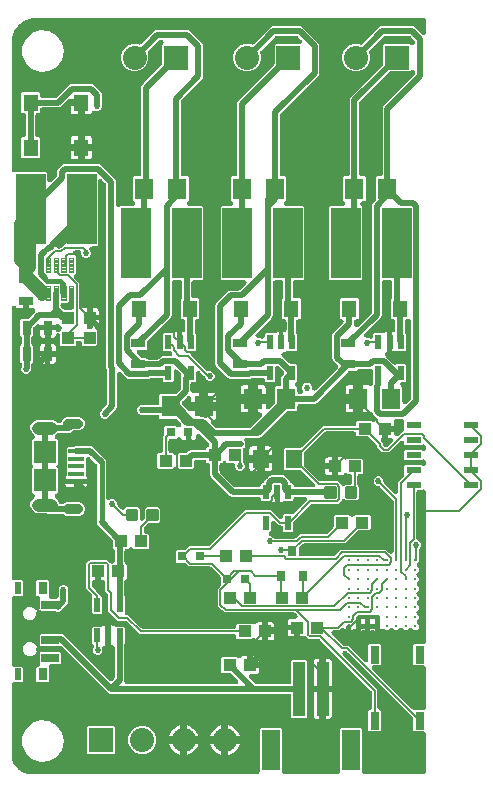
<source format=gbr>
G04 EAGLE Gerber RS-274X export*
G75*
%MOMM*%
%FSLAX34Y34*%
%LPD*%
%INTop Copper*%
%IPPOS*%
%AMOC8*
5,1,8,0,0,1.08239X$1,22.5*%
G01*
%ADD10R,1.100000X1.000000*%
%ADD11R,0.800000X0.800000*%
%ADD12R,0.550000X1.200000*%
%ADD13R,1.600000X1.800000*%
%ADD14R,2.500000X6.000000*%
%ADD15R,1.270000X1.470000*%
%ADD16R,1.200000X0.800000*%
%ADD17R,1.000000X4.600000*%
%ADD18R,1.600000X3.400000*%
%ADD19R,0.762000X1.524000*%
%ADD20C,0.304800*%
%ADD21R,2.032000X2.032000*%
%ADD22C,2.032000*%
%ADD23R,1.270000X0.508000*%
%ADD24R,0.800000X0.900000*%
%ADD25R,1.400000X1.600000*%
%ADD26C,0.300000*%
%ADD27R,1.000000X1.100000*%
%ADD28R,0.800000X1.200000*%
%ADD29C,0.122500*%
%ADD30R,1.350000X0.400000*%
%ADD31R,1.900000X1.900000*%
%ADD32C,0.840000*%
%ADD33C,1.065000*%
%ADD34R,1.500000X0.700000*%
%ADD35R,0.600000X1.000000*%
%ADD36R,0.800000X1.000000*%
%ADD37C,0.508000*%
%ADD38C,0.152400*%
%ADD39C,0.525000*%
%ADD40C,0.482600*%
%ADD41C,0.457200*%
%ADD42C,0.381000*%

G36*
X-186223Y-317754D02*
X-186223Y-317754D01*
X-186202Y-317752D01*
X-186181Y-317753D01*
X-186001Y-317731D01*
X-185998Y-317730D01*
X-184604Y-317730D01*
X-184534Y-317723D01*
X-184433Y-317723D01*
X-183441Y-317639D01*
X-183312Y-317666D01*
X-183174Y-317703D01*
X-183107Y-317709D01*
X-183057Y-317719D01*
X-182975Y-317719D01*
X-182843Y-317730D01*
X5244Y-317730D01*
X5262Y-317728D01*
X5280Y-317730D01*
X5462Y-317709D01*
X5645Y-317690D01*
X5662Y-317685D01*
X5679Y-317683D01*
X5854Y-317626D01*
X6030Y-317572D01*
X6045Y-317564D01*
X6062Y-317558D01*
X6222Y-317468D01*
X6384Y-317380D01*
X6397Y-317369D01*
X6413Y-317360D01*
X6552Y-317240D01*
X6693Y-317123D01*
X6704Y-317109D01*
X6718Y-317097D01*
X6830Y-316952D01*
X6945Y-316809D01*
X6953Y-316793D01*
X6964Y-316779D01*
X7046Y-316614D01*
X7131Y-316452D01*
X7136Y-316435D01*
X7144Y-316419D01*
X7191Y-316240D01*
X7242Y-316065D01*
X7244Y-316047D01*
X7248Y-316030D01*
X7275Y-315699D01*
X7275Y-279943D01*
X8168Y-279050D01*
X25432Y-279050D01*
X26325Y-279943D01*
X26325Y-315699D01*
X26327Y-315717D01*
X26325Y-315735D01*
X26346Y-315917D01*
X26365Y-316100D01*
X26370Y-316117D01*
X26372Y-316134D01*
X26429Y-316309D01*
X26483Y-316485D01*
X26491Y-316500D01*
X26497Y-316517D01*
X26587Y-316677D01*
X26675Y-316839D01*
X26686Y-316852D01*
X26695Y-316868D01*
X26815Y-317007D01*
X26932Y-317148D01*
X26946Y-317159D01*
X26958Y-317173D01*
X27103Y-317285D01*
X27246Y-317400D01*
X27262Y-317408D01*
X27276Y-317419D01*
X27441Y-317501D01*
X27603Y-317586D01*
X27620Y-317591D01*
X27636Y-317599D01*
X27815Y-317646D01*
X27990Y-317697D01*
X28008Y-317699D01*
X28025Y-317703D01*
X28356Y-317730D01*
X73244Y-317730D01*
X73262Y-317728D01*
X73280Y-317730D01*
X73462Y-317709D01*
X73645Y-317690D01*
X73662Y-317685D01*
X73679Y-317683D01*
X73854Y-317626D01*
X74030Y-317572D01*
X74045Y-317564D01*
X74062Y-317558D01*
X74222Y-317468D01*
X74384Y-317380D01*
X74397Y-317369D01*
X74413Y-317360D01*
X74552Y-317240D01*
X74693Y-317123D01*
X74704Y-317109D01*
X74718Y-317097D01*
X74830Y-316952D01*
X74945Y-316809D01*
X74953Y-316793D01*
X74964Y-316779D01*
X75046Y-316614D01*
X75131Y-316452D01*
X75136Y-316435D01*
X75144Y-316419D01*
X75191Y-316240D01*
X75242Y-316065D01*
X75244Y-316047D01*
X75248Y-316030D01*
X75275Y-315699D01*
X75275Y-279943D01*
X76168Y-279050D01*
X93432Y-279050D01*
X94325Y-279943D01*
X94325Y-315699D01*
X94327Y-315717D01*
X94325Y-315735D01*
X94346Y-315917D01*
X94365Y-316100D01*
X94370Y-316117D01*
X94372Y-316134D01*
X94429Y-316309D01*
X94483Y-316485D01*
X94491Y-316500D01*
X94497Y-316517D01*
X94587Y-316677D01*
X94675Y-316839D01*
X94686Y-316852D01*
X94695Y-316868D01*
X94815Y-317007D01*
X94932Y-317148D01*
X94946Y-317159D01*
X94958Y-317173D01*
X95103Y-317285D01*
X95246Y-317400D01*
X95262Y-317408D01*
X95276Y-317419D01*
X95441Y-317501D01*
X95603Y-317586D01*
X95620Y-317591D01*
X95636Y-317599D01*
X95815Y-317646D01*
X95990Y-317697D01*
X96008Y-317699D01*
X96025Y-317703D01*
X96356Y-317730D01*
X146050Y-317730D01*
X146068Y-317728D01*
X146086Y-317730D01*
X146268Y-317709D01*
X146451Y-317690D01*
X146468Y-317685D01*
X146485Y-317683D01*
X146660Y-317626D01*
X146836Y-317572D01*
X146851Y-317564D01*
X146868Y-317558D01*
X147028Y-317468D01*
X147190Y-317380D01*
X147203Y-317369D01*
X147219Y-317360D01*
X147358Y-317240D01*
X147499Y-317123D01*
X147510Y-317109D01*
X147524Y-317097D01*
X147636Y-316952D01*
X147751Y-316809D01*
X147759Y-316793D01*
X147770Y-316779D01*
X147852Y-316614D01*
X147937Y-316452D01*
X147942Y-316435D01*
X147950Y-316419D01*
X147997Y-316240D01*
X148048Y-316065D01*
X148050Y-316047D01*
X148054Y-316030D01*
X148081Y-315699D01*
X148081Y-283591D01*
X148079Y-283573D01*
X148081Y-283555D01*
X148060Y-283373D01*
X148041Y-283190D01*
X148036Y-283173D01*
X148034Y-283156D01*
X147977Y-282981D01*
X147923Y-282805D01*
X147915Y-282790D01*
X147909Y-282773D01*
X147819Y-282613D01*
X147731Y-282451D01*
X147720Y-282438D01*
X147711Y-282422D01*
X147591Y-282283D01*
X147474Y-282142D01*
X147460Y-282131D01*
X147448Y-282117D01*
X147303Y-282005D01*
X147160Y-281890D01*
X147144Y-281882D01*
X147130Y-281871D01*
X146965Y-281789D01*
X146803Y-281704D01*
X146786Y-281699D01*
X146770Y-281691D01*
X146591Y-281644D01*
X146416Y-281593D01*
X146398Y-281591D01*
X146381Y-281587D01*
X146050Y-281560D01*
X138433Y-281560D01*
X137540Y-280667D01*
X137540Y-271156D01*
X137538Y-271129D01*
X137540Y-271102D01*
X137518Y-270928D01*
X137500Y-270755D01*
X137493Y-270729D01*
X137489Y-270703D01*
X137434Y-270537D01*
X137382Y-270370D01*
X137369Y-270346D01*
X137361Y-270321D01*
X137274Y-270169D01*
X137190Y-270016D01*
X137173Y-269996D01*
X137160Y-269972D01*
X136945Y-269719D01*
X81394Y-214168D01*
X81373Y-214151D01*
X81356Y-214130D01*
X81218Y-214023D01*
X81082Y-213913D01*
X81059Y-213900D01*
X81037Y-213884D01*
X80881Y-213806D01*
X80727Y-213724D01*
X80701Y-213716D01*
X80677Y-213704D01*
X80508Y-213659D01*
X80341Y-213609D01*
X80314Y-213607D01*
X80288Y-213600D01*
X79957Y-213573D01*
X79413Y-213573D01*
X79404Y-213574D01*
X79395Y-213573D01*
X79202Y-213594D01*
X79012Y-213613D01*
X79004Y-213615D01*
X78995Y-213616D01*
X78810Y-213675D01*
X78627Y-213731D01*
X78619Y-213735D01*
X78611Y-213738D01*
X78442Y-213831D01*
X78273Y-213923D01*
X78266Y-213928D01*
X78258Y-213933D01*
X78111Y-214057D01*
X77964Y-214180D01*
X77958Y-214187D01*
X77951Y-214193D01*
X77832Y-214345D01*
X77711Y-214494D01*
X77707Y-214502D01*
X77702Y-214509D01*
X77614Y-214682D01*
X77526Y-214851D01*
X77524Y-214860D01*
X77519Y-214868D01*
X77468Y-215054D01*
X77415Y-215238D01*
X77414Y-215247D01*
X77411Y-215256D01*
X77397Y-215449D01*
X77382Y-215640D01*
X77383Y-215648D01*
X77382Y-215657D01*
X77406Y-215850D01*
X77429Y-216039D01*
X77431Y-216048D01*
X77432Y-216057D01*
X77494Y-216239D01*
X77553Y-216422D01*
X77558Y-216430D01*
X77561Y-216438D01*
X77657Y-216606D01*
X77751Y-216773D01*
X77757Y-216780D01*
X77762Y-216787D01*
X77976Y-217040D01*
X107062Y-246126D01*
X107062Y-261239D01*
X107064Y-261257D01*
X107062Y-261275D01*
X107083Y-261457D01*
X107102Y-261640D01*
X107107Y-261657D01*
X107109Y-261674D01*
X107166Y-261849D01*
X107220Y-262025D01*
X107228Y-262040D01*
X107234Y-262057D01*
X107324Y-262217D01*
X107412Y-262379D01*
X107423Y-262392D01*
X107432Y-262408D01*
X107552Y-262547D01*
X107669Y-262688D01*
X107683Y-262699D01*
X107695Y-262713D01*
X107840Y-262825D01*
X107983Y-262940D01*
X107999Y-262948D01*
X108013Y-262959D01*
X108178Y-263041D01*
X108340Y-263126D01*
X108357Y-263131D01*
X108373Y-263139D01*
X108552Y-263186D01*
X108727Y-263237D01*
X108745Y-263239D01*
X108762Y-263243D01*
X109093Y-263270D01*
X109217Y-263270D01*
X110110Y-264163D01*
X110110Y-280667D01*
X109217Y-281560D01*
X100333Y-281560D01*
X99440Y-280667D01*
X99440Y-264163D01*
X100333Y-263270D01*
X100457Y-263270D01*
X100475Y-263268D01*
X100493Y-263270D01*
X100675Y-263249D01*
X100858Y-263230D01*
X100875Y-263225D01*
X100892Y-263223D01*
X101067Y-263166D01*
X101243Y-263112D01*
X101258Y-263104D01*
X101275Y-263098D01*
X101435Y-263008D01*
X101597Y-262920D01*
X101610Y-262909D01*
X101626Y-262900D01*
X101765Y-262780D01*
X101906Y-262663D01*
X101917Y-262649D01*
X101931Y-262637D01*
X102043Y-262492D01*
X102158Y-262349D01*
X102166Y-262333D01*
X102177Y-262319D01*
X102259Y-262154D01*
X102344Y-261992D01*
X102349Y-261975D01*
X102357Y-261959D01*
X102404Y-261780D01*
X102455Y-261605D01*
X102457Y-261587D01*
X102461Y-261570D01*
X102488Y-261239D01*
X102488Y-248861D01*
X102486Y-248835D01*
X102488Y-248808D01*
X102466Y-248634D01*
X102448Y-248461D01*
X102441Y-248435D01*
X102437Y-248409D01*
X102382Y-248243D01*
X102330Y-248076D01*
X102317Y-248052D01*
X102309Y-248027D01*
X102222Y-247875D01*
X102138Y-247722D01*
X102121Y-247701D01*
X102108Y-247678D01*
X101893Y-247425D01*
X58311Y-203843D01*
X58290Y-203826D01*
X58273Y-203805D01*
X58135Y-203698D01*
X57999Y-203588D01*
X57976Y-203575D01*
X57955Y-203559D01*
X57798Y-203481D01*
X57644Y-203399D01*
X57618Y-203391D01*
X57594Y-203379D01*
X57425Y-203334D01*
X57258Y-203284D01*
X57231Y-203282D01*
X57205Y-203275D01*
X56875Y-203248D01*
X48731Y-203248D01*
X47161Y-201677D01*
X47090Y-201620D01*
X47026Y-201555D01*
X46935Y-201493D01*
X46849Y-201422D01*
X46769Y-201380D01*
X46693Y-201329D01*
X46591Y-201286D01*
X46493Y-201234D01*
X46406Y-201208D01*
X46322Y-201172D01*
X46214Y-201150D01*
X46108Y-201119D01*
X46017Y-201111D01*
X45928Y-201093D01*
X45817Y-201093D01*
X45707Y-201083D01*
X45616Y-201092D01*
X45525Y-201092D01*
X45390Y-201117D01*
X45306Y-201126D01*
X45261Y-201140D01*
X45199Y-201152D01*
X44959Y-201216D01*
X41624Y-201216D01*
X41624Y-194143D01*
X41622Y-194125D01*
X41624Y-194108D01*
X41603Y-193926D01*
X41584Y-193743D01*
X41579Y-193726D01*
X41577Y-193708D01*
X41520Y-193533D01*
X41466Y-193358D01*
X41458Y-193342D01*
X41452Y-193325D01*
X41362Y-193165D01*
X41274Y-193004D01*
X41263Y-192990D01*
X41254Y-192974D01*
X41134Y-192835D01*
X41017Y-192694D01*
X41003Y-192683D01*
X40991Y-192670D01*
X40846Y-192557D01*
X40703Y-192442D01*
X40687Y-192434D01*
X40673Y-192423D01*
X40508Y-192341D01*
X40481Y-192327D01*
X40426Y-192229D01*
X40338Y-192067D01*
X40327Y-192054D01*
X40318Y-192038D01*
X40198Y-191899D01*
X40080Y-191758D01*
X40067Y-191747D01*
X40055Y-191733D01*
X39910Y-191621D01*
X39767Y-191506D01*
X39751Y-191498D01*
X39737Y-191487D01*
X39572Y-191405D01*
X39409Y-191320D01*
X39392Y-191315D01*
X39376Y-191307D01*
X39198Y-191259D01*
X39023Y-191209D01*
X39005Y-191207D01*
X38988Y-191203D01*
X38657Y-191176D01*
X31084Y-191176D01*
X31084Y-188340D01*
X31257Y-187694D01*
X31592Y-187115D01*
X32065Y-186642D01*
X32644Y-186307D01*
X33290Y-186134D01*
X37487Y-186134D01*
X37496Y-186133D01*
X37505Y-186134D01*
X37697Y-186113D01*
X37888Y-186094D01*
X37897Y-186092D01*
X37906Y-186091D01*
X38088Y-186033D01*
X38273Y-185976D01*
X38281Y-185972D01*
X38289Y-185969D01*
X38458Y-185876D01*
X38627Y-185784D01*
X38634Y-185779D01*
X38642Y-185774D01*
X38790Y-185649D01*
X38936Y-185527D01*
X38942Y-185520D01*
X38949Y-185514D01*
X39068Y-185363D01*
X39189Y-185213D01*
X39193Y-185205D01*
X39198Y-185198D01*
X39285Y-185027D01*
X39374Y-184856D01*
X39377Y-184847D01*
X39381Y-184839D01*
X39432Y-184654D01*
X39486Y-184469D01*
X39486Y-184460D01*
X39489Y-184451D01*
X39503Y-184261D01*
X39518Y-184067D01*
X39517Y-184059D01*
X39518Y-184050D01*
X39494Y-183857D01*
X39472Y-183668D01*
X39469Y-183659D01*
X39468Y-183650D01*
X39406Y-183467D01*
X39347Y-183285D01*
X39342Y-183277D01*
X39339Y-183269D01*
X39244Y-183104D01*
X39149Y-182934D01*
X39143Y-182927D01*
X39138Y-182920D01*
X38924Y-182667D01*
X37748Y-181491D01*
X37727Y-181474D01*
X37710Y-181453D01*
X37572Y-181347D01*
X37436Y-181236D01*
X37413Y-181223D01*
X37391Y-181207D01*
X37235Y-181129D01*
X37081Y-181047D01*
X37055Y-181039D01*
X37031Y-181027D01*
X36862Y-180982D01*
X36695Y-180932D01*
X36668Y-180930D01*
X36642Y-180923D01*
X36311Y-180896D01*
X-22371Y-180896D01*
X-24306Y-178961D01*
X-26163Y-177104D01*
X-26163Y-177103D01*
X-28098Y-175169D01*
X-28098Y-160831D01*
X-26320Y-159053D01*
X-26303Y-159032D01*
X-26282Y-159015D01*
X-26175Y-158877D01*
X-26065Y-158741D01*
X-26052Y-158718D01*
X-26036Y-158697D01*
X-25958Y-158540D01*
X-25876Y-158386D01*
X-25868Y-158360D01*
X-25856Y-158336D01*
X-25811Y-158167D01*
X-25761Y-158000D01*
X-25759Y-157973D01*
X-25752Y-157947D01*
X-25725Y-157617D01*
X-25725Y-150951D01*
X-25727Y-150924D01*
X-25725Y-150897D01*
X-25747Y-150723D01*
X-25765Y-150550D01*
X-25772Y-150524D01*
X-25776Y-150498D01*
X-25831Y-150332D01*
X-25883Y-150165D01*
X-25896Y-150141D01*
X-25904Y-150116D01*
X-25991Y-149964D01*
X-26075Y-149811D01*
X-26092Y-149791D01*
X-26105Y-149767D01*
X-26320Y-149514D01*
X-33316Y-142518D01*
X-33337Y-142501D01*
X-33354Y-142480D01*
X-33492Y-142373D01*
X-33628Y-142263D01*
X-33651Y-142250D01*
X-33673Y-142234D01*
X-33829Y-142156D01*
X-33983Y-142074D01*
X-34009Y-142066D01*
X-34033Y-142054D01*
X-34202Y-142009D01*
X-34369Y-141959D01*
X-34396Y-141957D01*
X-34422Y-141950D01*
X-34753Y-141923D01*
X-52369Y-141923D01*
X-54822Y-139470D01*
X-54843Y-139453D01*
X-54860Y-139432D01*
X-54998Y-139325D01*
X-55134Y-139215D01*
X-55157Y-139202D01*
X-55178Y-139186D01*
X-55335Y-139108D01*
X-55489Y-139026D01*
X-55515Y-139018D01*
X-55539Y-139006D01*
X-55708Y-138961D01*
X-55875Y-138911D01*
X-55902Y-138909D01*
X-55928Y-138902D01*
X-56258Y-138875D01*
X-62932Y-138875D01*
X-63825Y-137982D01*
X-63825Y-128718D01*
X-62932Y-127825D01*
X-56258Y-127825D01*
X-56232Y-127823D01*
X-56205Y-127825D01*
X-56031Y-127803D01*
X-55858Y-127785D01*
X-55832Y-127778D01*
X-55806Y-127774D01*
X-55640Y-127719D01*
X-55473Y-127667D01*
X-55449Y-127654D01*
X-55424Y-127646D01*
X-55272Y-127559D01*
X-55119Y-127475D01*
X-55098Y-127458D01*
X-55075Y-127445D01*
X-54822Y-127230D01*
X-52369Y-124777D01*
X-36502Y-124777D01*
X-36475Y-124775D01*
X-36448Y-124777D01*
X-36274Y-124755D01*
X-36101Y-124737D01*
X-36075Y-124730D01*
X-36049Y-124726D01*
X-35883Y-124671D01*
X-35716Y-124619D01*
X-35692Y-124606D01*
X-35667Y-124598D01*
X-35515Y-124511D01*
X-35362Y-124427D01*
X-35342Y-124410D01*
X-35318Y-124397D01*
X-35065Y-124182D01*
X-5386Y-94503D01*
X17369Y-94503D01*
X19304Y-96438D01*
X23983Y-101117D01*
X23990Y-101123D01*
X23995Y-101129D01*
X24145Y-101250D01*
X24294Y-101372D01*
X24302Y-101376D01*
X24309Y-101382D01*
X24479Y-101470D01*
X24650Y-101561D01*
X24659Y-101563D01*
X24666Y-101567D01*
X24851Y-101620D01*
X25036Y-101675D01*
X25045Y-101676D01*
X25053Y-101679D01*
X25245Y-101694D01*
X25437Y-101712D01*
X25446Y-101711D01*
X25455Y-101712D01*
X25644Y-101689D01*
X25837Y-101668D01*
X25846Y-101666D01*
X25854Y-101665D01*
X26036Y-101605D01*
X26221Y-101547D01*
X26229Y-101543D01*
X26237Y-101540D01*
X26406Y-101445D01*
X26573Y-101352D01*
X26580Y-101346D01*
X26588Y-101342D01*
X26734Y-101216D01*
X26880Y-101092D01*
X26886Y-101085D01*
X26893Y-101079D01*
X27010Y-100927D01*
X27130Y-100776D01*
X27134Y-100768D01*
X27139Y-100761D01*
X27225Y-100589D01*
X27312Y-100417D01*
X27315Y-100408D01*
X27319Y-100400D01*
X27369Y-100214D01*
X27420Y-100029D01*
X27421Y-100020D01*
X27423Y-100011D01*
X27450Y-99681D01*
X27450Y-98444D01*
X28343Y-97551D01*
X35174Y-97551D01*
X35201Y-97549D01*
X35228Y-97551D01*
X35402Y-97529D01*
X35575Y-97511D01*
X35601Y-97504D01*
X35627Y-97500D01*
X35793Y-97445D01*
X35960Y-97393D01*
X35984Y-97380D01*
X36009Y-97372D01*
X36161Y-97285D01*
X36314Y-97201D01*
X36334Y-97184D01*
X36358Y-97171D01*
X36611Y-96956D01*
X46961Y-86606D01*
X46966Y-86599D01*
X46973Y-86594D01*
X47094Y-86444D01*
X47216Y-86295D01*
X47220Y-86287D01*
X47226Y-86280D01*
X47314Y-86109D01*
X47404Y-85939D01*
X47407Y-85931D01*
X47411Y-85923D01*
X47464Y-85737D01*
X47519Y-85553D01*
X47520Y-85544D01*
X47523Y-85536D01*
X47538Y-85345D01*
X47556Y-85152D01*
X47555Y-85143D01*
X47555Y-85134D01*
X47533Y-84945D01*
X47512Y-84752D01*
X47510Y-84743D01*
X47509Y-84735D01*
X47449Y-84553D01*
X47391Y-84368D01*
X47386Y-84360D01*
X47384Y-84352D01*
X47289Y-84183D01*
X47196Y-84016D01*
X47190Y-84009D01*
X47186Y-84001D01*
X47060Y-83855D01*
X46935Y-83709D01*
X46928Y-83703D01*
X46923Y-83696D01*
X46771Y-83579D01*
X46620Y-83459D01*
X46612Y-83455D01*
X46605Y-83450D01*
X46432Y-83364D01*
X46261Y-83277D01*
X46252Y-83274D01*
X46244Y-83270D01*
X46058Y-83220D01*
X45873Y-83169D01*
X45864Y-83168D01*
X45855Y-83166D01*
X45524Y-83139D01*
X38031Y-83139D01*
X38013Y-83141D01*
X37995Y-83139D01*
X37813Y-83160D01*
X37630Y-83179D01*
X37613Y-83184D01*
X37596Y-83186D01*
X37421Y-83243D01*
X37245Y-83297D01*
X37230Y-83305D01*
X37213Y-83311D01*
X37053Y-83401D01*
X36891Y-83489D01*
X36878Y-83500D01*
X36862Y-83509D01*
X36723Y-83629D01*
X36582Y-83746D01*
X36571Y-83760D01*
X36557Y-83772D01*
X36445Y-83917D01*
X36330Y-84060D01*
X36322Y-84076D01*
X36311Y-84090D01*
X36229Y-84255D01*
X36144Y-84417D01*
X36139Y-84434D01*
X36131Y-84450D01*
X36084Y-84629D01*
X36033Y-84804D01*
X36031Y-84822D01*
X36027Y-84839D01*
X36000Y-85170D01*
X36000Y-85706D01*
X35107Y-86599D01*
X27885Y-86599D01*
X27858Y-86601D01*
X27831Y-86599D01*
X27658Y-86621D01*
X27484Y-86639D01*
X27459Y-86646D01*
X27432Y-86650D01*
X27266Y-86705D01*
X27099Y-86757D01*
X27076Y-86770D01*
X27050Y-86778D01*
X26899Y-86865D01*
X26745Y-86949D01*
X26725Y-86966D01*
X26701Y-86979D01*
X26583Y-87079D01*
X25956Y-87442D01*
X25310Y-87615D01*
X24256Y-87615D01*
X24256Y-79074D01*
X24255Y-79057D01*
X24256Y-79039D01*
X24235Y-78856D01*
X24216Y-78674D01*
X24211Y-78657D01*
X24209Y-78639D01*
X24152Y-78464D01*
X24098Y-78289D01*
X24090Y-78273D01*
X24084Y-78256D01*
X23994Y-78096D01*
X23907Y-77935D01*
X23895Y-77921D01*
X23886Y-77906D01*
X23766Y-77766D01*
X23649Y-77626D01*
X23635Y-77614D01*
X23623Y-77601D01*
X23478Y-77488D01*
X23335Y-77373D01*
X23319Y-77365D01*
X23305Y-77354D01*
X23140Y-77272D01*
X22978Y-77188D01*
X22961Y-77183D01*
X22945Y-77175D01*
X22767Y-77127D01*
X22591Y-77076D01*
X22573Y-77075D01*
X22556Y-77070D01*
X22225Y-77043D01*
X22207Y-77045D01*
X22190Y-77043D01*
X22189Y-77043D01*
X22007Y-77065D01*
X21824Y-77083D01*
X21807Y-77088D01*
X21789Y-77090D01*
X21615Y-77147D01*
X21439Y-77201D01*
X21424Y-77210D01*
X21407Y-77215D01*
X21246Y-77306D01*
X21085Y-77393D01*
X21072Y-77404D01*
X21056Y-77413D01*
X20917Y-77533D01*
X20776Y-77651D01*
X20765Y-77665D01*
X20751Y-77676D01*
X20639Y-77821D01*
X20524Y-77964D01*
X20515Y-77980D01*
X20505Y-77994D01*
X20423Y-78159D01*
X20338Y-78322D01*
X20333Y-78339D01*
X20325Y-78355D01*
X20277Y-78533D01*
X20227Y-78709D01*
X20225Y-78726D01*
X20221Y-78744D01*
X20194Y-79074D01*
X20194Y-87615D01*
X19140Y-87615D01*
X18494Y-87442D01*
X17855Y-87073D01*
X17825Y-87049D01*
X17690Y-86939D01*
X17666Y-86926D01*
X17645Y-86910D01*
X17488Y-86832D01*
X17334Y-86750D01*
X17309Y-86742D01*
X17285Y-86730D01*
X17115Y-86685D01*
X16948Y-86635D01*
X16922Y-86633D01*
X16896Y-86626D01*
X16565Y-86599D01*
X9343Y-86599D01*
X8450Y-85706D01*
X8450Y-85170D01*
X8448Y-85152D01*
X8450Y-85134D01*
X8429Y-84952D01*
X8410Y-84769D01*
X8405Y-84752D01*
X8403Y-84735D01*
X8346Y-84560D01*
X8292Y-84384D01*
X8284Y-84369D01*
X8278Y-84352D01*
X8188Y-84192D01*
X8100Y-84030D01*
X8089Y-84017D01*
X8080Y-84001D01*
X7960Y-83862D01*
X7843Y-83721D01*
X7829Y-83710D01*
X7817Y-83696D01*
X7672Y-83584D01*
X7529Y-83469D01*
X7513Y-83461D01*
X7499Y-83450D01*
X7334Y-83368D01*
X7172Y-83283D01*
X7155Y-83278D01*
X7139Y-83270D01*
X6960Y-83223D01*
X6785Y-83172D01*
X6767Y-83170D01*
X6750Y-83166D01*
X6419Y-83139D01*
X-15960Y-83139D01*
X-17453Y-82520D01*
X-34171Y-65802D01*
X-34790Y-64309D01*
X-34790Y-56181D01*
X-34792Y-56163D01*
X-34790Y-56145D01*
X-34811Y-55963D01*
X-34830Y-55780D01*
X-34835Y-55763D01*
X-34837Y-55746D01*
X-34894Y-55571D01*
X-34948Y-55395D01*
X-34956Y-55380D01*
X-34962Y-55363D01*
X-35052Y-55203D01*
X-35140Y-55041D01*
X-35151Y-55028D01*
X-35160Y-55012D01*
X-35280Y-54873D01*
X-35397Y-54732D01*
X-35411Y-54721D01*
X-35423Y-54707D01*
X-35568Y-54595D01*
X-35711Y-54480D01*
X-35727Y-54472D01*
X-35741Y-54461D01*
X-35906Y-54379D01*
X-36068Y-54294D01*
X-36085Y-54289D01*
X-36101Y-54281D01*
X-36280Y-54234D01*
X-36455Y-54183D01*
X-36473Y-54181D01*
X-36490Y-54177D01*
X-36821Y-54150D01*
X-36857Y-54150D01*
X-37834Y-53172D01*
X-37854Y-53111D01*
X-37908Y-52935D01*
X-37916Y-52920D01*
X-37922Y-52903D01*
X-38012Y-52743D01*
X-38100Y-52581D01*
X-38111Y-52568D01*
X-38120Y-52552D01*
X-38240Y-52413D01*
X-38357Y-52272D01*
X-38371Y-52261D01*
X-38383Y-52247D01*
X-38528Y-52135D01*
X-38671Y-52020D01*
X-38687Y-52012D01*
X-38701Y-52001D01*
X-38866Y-51919D01*
X-39028Y-51834D01*
X-39045Y-51829D01*
X-39061Y-51821D01*
X-39240Y-51774D01*
X-39415Y-51723D01*
X-39433Y-51721D01*
X-39450Y-51717D01*
X-39781Y-51690D01*
X-46071Y-51690D01*
X-46089Y-51692D01*
X-46107Y-51690D01*
X-46289Y-51711D01*
X-46472Y-51730D01*
X-46489Y-51735D01*
X-46506Y-51737D01*
X-46681Y-51794D01*
X-46857Y-51848D01*
X-46872Y-51856D01*
X-46889Y-51862D01*
X-47050Y-51952D01*
X-47211Y-52040D01*
X-47224Y-52051D01*
X-47240Y-52060D01*
X-47379Y-52180D01*
X-47520Y-52297D01*
X-47531Y-52311D01*
X-47545Y-52323D01*
X-47657Y-52468D01*
X-47772Y-52611D01*
X-47780Y-52627D01*
X-47791Y-52641D01*
X-47873Y-52806D01*
X-47958Y-52968D01*
X-47963Y-52985D01*
X-47971Y-53001D01*
X-48018Y-53180D01*
X-48069Y-53355D01*
X-48071Y-53373D01*
X-48075Y-53390D01*
X-48102Y-53721D01*
X-48102Y-58134D01*
X-48995Y-59027D01*
X-61259Y-59027D01*
X-62191Y-58095D01*
X-62205Y-58083D01*
X-62216Y-58070D01*
X-62360Y-57956D01*
X-62502Y-57840D01*
X-62518Y-57831D01*
X-62532Y-57820D01*
X-62696Y-57737D01*
X-62858Y-57651D01*
X-62875Y-57646D01*
X-62891Y-57638D01*
X-63068Y-57588D01*
X-63244Y-57536D01*
X-63262Y-57535D01*
X-63279Y-57530D01*
X-63462Y-57516D01*
X-63645Y-57500D01*
X-63663Y-57502D01*
X-63680Y-57500D01*
X-63862Y-57523D01*
X-64045Y-57543D01*
X-64062Y-57549D01*
X-64080Y-57551D01*
X-64254Y-57609D01*
X-64429Y-57665D01*
X-64445Y-57673D01*
X-64461Y-57679D01*
X-64620Y-57771D01*
X-64781Y-57859D01*
X-64795Y-57871D01*
X-64810Y-57880D01*
X-65063Y-58095D01*
X-65995Y-59027D01*
X-78259Y-59027D01*
X-79152Y-58134D01*
X-79152Y-46870D01*
X-78259Y-45977D01*
X-76445Y-45977D01*
X-76427Y-45975D01*
X-76409Y-45977D01*
X-76227Y-45956D01*
X-76044Y-45937D01*
X-76027Y-45932D01*
X-76010Y-45930D01*
X-75835Y-45873D01*
X-75659Y-45819D01*
X-75644Y-45811D01*
X-75627Y-45805D01*
X-75467Y-45715D01*
X-75305Y-45627D01*
X-75292Y-45616D01*
X-75276Y-45607D01*
X-75137Y-45487D01*
X-74996Y-45370D01*
X-74985Y-45356D01*
X-74971Y-45344D01*
X-74859Y-45199D01*
X-74744Y-45056D01*
X-74736Y-45040D01*
X-74725Y-45026D01*
X-74643Y-44861D01*
X-74558Y-44699D01*
X-74553Y-44682D01*
X-74545Y-44666D01*
X-74498Y-44487D01*
X-74447Y-44312D01*
X-74445Y-44294D01*
X-74441Y-44277D01*
X-74414Y-43946D01*
X-74414Y-31574D01*
X-74072Y-31232D01*
X-74055Y-31211D01*
X-74034Y-31194D01*
X-73928Y-31056D01*
X-73817Y-30921D01*
X-73804Y-30897D01*
X-73788Y-30876D01*
X-73710Y-30719D01*
X-73628Y-30565D01*
X-73620Y-30539D01*
X-73608Y-30515D01*
X-73563Y-30346D01*
X-73513Y-30179D01*
X-73511Y-30152D01*
X-73504Y-30127D01*
X-73477Y-29796D01*
X-73477Y-23715D01*
X-72584Y-22822D01*
X-63320Y-22822D01*
X-62457Y-23685D01*
X-62393Y-23737D01*
X-62336Y-23797D01*
X-62238Y-23865D01*
X-62145Y-23940D01*
X-62073Y-23979D01*
X-62005Y-24026D01*
X-61895Y-24073D01*
X-61789Y-24129D01*
X-61711Y-24152D01*
X-61635Y-24185D01*
X-61518Y-24210D01*
X-61404Y-24244D01*
X-61322Y-24251D01*
X-61242Y-24268D01*
X-61122Y-24269D01*
X-61003Y-24280D01*
X-60921Y-24271D01*
X-60839Y-24272D01*
X-60722Y-24250D01*
X-60602Y-24237D01*
X-60524Y-24212D01*
X-60443Y-24197D01*
X-60333Y-24152D01*
X-60219Y-24115D01*
X-60147Y-24076D01*
X-60071Y-24045D01*
X-59971Y-23978D01*
X-59866Y-23921D01*
X-59804Y-23867D01*
X-59735Y-23822D01*
X-59650Y-23737D01*
X-59559Y-23660D01*
X-59508Y-23596D01*
X-59450Y-23538D01*
X-59363Y-23412D01*
X-59310Y-23344D01*
X-59291Y-23308D01*
X-59261Y-23265D01*
X-59143Y-23060D01*
X-59079Y-22918D01*
X-59009Y-22780D01*
X-58996Y-22735D01*
X-58977Y-22693D01*
X-58942Y-22542D01*
X-58901Y-22392D01*
X-58897Y-22346D01*
X-58887Y-22300D01*
X-58883Y-22146D01*
X-58871Y-21991D01*
X-58877Y-21944D01*
X-58876Y-21898D01*
X-58902Y-21745D01*
X-58922Y-21591D01*
X-58937Y-21547D01*
X-58945Y-21501D01*
X-59001Y-21357D01*
X-59050Y-21210D01*
X-59073Y-21169D01*
X-59090Y-21126D01*
X-59173Y-20995D01*
X-59251Y-20861D01*
X-59285Y-20821D01*
X-59307Y-20787D01*
X-59367Y-20724D01*
X-59466Y-20608D01*
X-62604Y-17470D01*
X-62624Y-17453D01*
X-62642Y-17432D01*
X-62780Y-17326D01*
X-62915Y-17215D01*
X-62939Y-17202D01*
X-62960Y-17186D01*
X-63116Y-17108D01*
X-63271Y-17026D01*
X-63297Y-17018D01*
X-63321Y-17006D01*
X-63489Y-16961D01*
X-63657Y-16911D01*
X-63683Y-16909D01*
X-63709Y-16902D01*
X-64040Y-16875D01*
X-76607Y-16875D01*
X-77500Y-15982D01*
X-77500Y-15621D01*
X-77502Y-15603D01*
X-77500Y-15585D01*
X-77521Y-15403D01*
X-77540Y-15220D01*
X-77545Y-15203D01*
X-77547Y-15186D01*
X-77604Y-15011D01*
X-77658Y-14835D01*
X-77666Y-14820D01*
X-77672Y-14803D01*
X-77762Y-14643D01*
X-77850Y-14481D01*
X-77861Y-14468D01*
X-77870Y-14452D01*
X-77990Y-14313D01*
X-78107Y-14172D01*
X-78121Y-14161D01*
X-78133Y-14147D01*
X-78278Y-14035D01*
X-78421Y-13920D01*
X-78437Y-13912D01*
X-78451Y-13901D01*
X-78616Y-13819D01*
X-78778Y-13734D01*
X-78795Y-13729D01*
X-78811Y-13721D01*
X-78990Y-13674D01*
X-79165Y-13623D01*
X-79183Y-13621D01*
X-79200Y-13617D01*
X-79531Y-13590D01*
X-90640Y-13590D01*
X-90672Y-13593D01*
X-90703Y-13591D01*
X-90871Y-13613D01*
X-91041Y-13630D01*
X-91071Y-13639D01*
X-91102Y-13643D01*
X-91201Y-13675D01*
X-92900Y-13675D01*
X-94426Y-13043D01*
X-95593Y-11876D01*
X-96225Y-10350D01*
X-96225Y-8700D01*
X-95593Y-7174D01*
X-94426Y-6007D01*
X-92900Y-5375D01*
X-91187Y-5375D01*
X-91032Y-5422D01*
X-91001Y-5425D01*
X-90971Y-5433D01*
X-90640Y-5460D01*
X-79531Y-5460D01*
X-79513Y-5458D01*
X-79495Y-5460D01*
X-79313Y-5439D01*
X-79130Y-5420D01*
X-79113Y-5415D01*
X-79096Y-5413D01*
X-78921Y-5356D01*
X-78745Y-5302D01*
X-78730Y-5294D01*
X-78713Y-5288D01*
X-78553Y-5198D01*
X-78391Y-5110D01*
X-78378Y-5099D01*
X-78362Y-5090D01*
X-78223Y-4970D01*
X-78082Y-4853D01*
X-78071Y-4839D01*
X-78057Y-4827D01*
X-77945Y-4682D01*
X-77830Y-4539D01*
X-77822Y-4523D01*
X-77811Y-4509D01*
X-77729Y-4344D01*
X-77644Y-4182D01*
X-77639Y-4165D01*
X-77631Y-4149D01*
X-77584Y-3970D01*
X-77533Y-3795D01*
X-77531Y-3777D01*
X-77527Y-3760D01*
X-77500Y-3429D01*
X-77500Y3282D01*
X-76607Y4175D01*
X-64040Y4175D01*
X-64013Y4177D01*
X-63987Y4175D01*
X-63813Y4197D01*
X-63639Y4215D01*
X-63614Y4222D01*
X-63587Y4226D01*
X-63422Y4281D01*
X-63255Y4333D01*
X-63231Y4346D01*
X-63206Y4354D01*
X-63054Y4441D01*
X-62900Y4525D01*
X-62880Y4542D01*
X-62857Y4555D01*
X-62604Y4770D01*
X-59935Y7439D01*
X-59918Y7459D01*
X-59897Y7477D01*
X-59790Y7615D01*
X-59680Y7750D01*
X-59667Y7774D01*
X-59651Y7795D01*
X-59573Y7952D01*
X-59491Y8106D01*
X-59483Y8131D01*
X-59471Y8156D01*
X-59426Y8325D01*
X-59376Y8492D01*
X-59374Y8518D01*
X-59367Y8544D01*
X-59340Y8875D01*
X-59340Y18283D01*
X-58912Y19315D01*
X-58906Y19336D01*
X-58896Y19356D01*
X-58848Y19528D01*
X-58796Y19700D01*
X-58794Y19722D01*
X-58788Y19744D01*
X-58775Y19923D01*
X-58758Y20101D01*
X-58760Y20123D01*
X-58758Y20145D01*
X-58781Y20323D01*
X-58799Y20501D01*
X-58806Y20523D01*
X-58809Y20545D01*
X-58866Y20714D01*
X-58919Y20886D01*
X-58930Y20905D01*
X-58937Y20926D01*
X-59026Y21081D01*
X-59112Y21239D01*
X-59127Y21256D01*
X-59138Y21275D01*
X-59353Y21528D01*
X-62083Y24258D01*
X-62090Y24264D01*
X-62095Y24271D01*
X-62245Y24391D01*
X-62394Y24513D01*
X-62402Y24518D01*
X-62409Y24523D01*
X-62579Y24612D01*
X-62750Y24702D01*
X-62759Y24705D01*
X-62766Y24709D01*
X-62951Y24762D01*
X-63136Y24817D01*
X-63145Y24818D01*
X-63153Y24820D01*
X-63344Y24836D01*
X-63537Y24853D01*
X-63546Y24852D01*
X-63555Y24853D01*
X-63744Y24831D01*
X-63937Y24810D01*
X-63946Y24807D01*
X-63954Y24806D01*
X-64136Y24747D01*
X-64321Y24688D01*
X-64329Y24684D01*
X-64337Y24681D01*
X-64506Y24586D01*
X-64673Y24493D01*
X-64680Y24488D01*
X-64688Y24483D01*
X-64834Y24357D01*
X-64980Y24233D01*
X-64986Y24226D01*
X-64993Y24220D01*
X-65110Y24069D01*
X-65230Y23917D01*
X-65234Y23909D01*
X-65239Y23902D01*
X-65325Y23730D01*
X-65412Y23558D01*
X-65415Y23550D01*
X-65419Y23542D01*
X-65469Y23356D01*
X-65520Y23170D01*
X-65521Y23161D01*
X-65523Y23153D01*
X-65550Y22822D01*
X-65550Y15292D01*
X-66443Y14399D01*
X-73207Y14399D01*
X-74100Y15292D01*
X-74100Y15828D01*
X-74102Y15846D01*
X-74100Y15864D01*
X-74121Y16046D01*
X-74140Y16229D01*
X-74145Y16246D01*
X-74147Y16263D01*
X-74204Y16438D01*
X-74258Y16614D01*
X-74266Y16629D01*
X-74272Y16646D01*
X-74362Y16806D01*
X-74450Y16968D01*
X-74461Y16981D01*
X-74470Y16997D01*
X-74590Y17136D01*
X-74707Y17277D01*
X-74721Y17288D01*
X-74733Y17302D01*
X-74878Y17414D01*
X-75021Y17529D01*
X-75037Y17537D01*
X-75051Y17548D01*
X-75216Y17630D01*
X-75378Y17715D01*
X-75395Y17720D01*
X-75411Y17728D01*
X-75590Y17775D01*
X-75765Y17826D01*
X-75783Y17828D01*
X-75800Y17832D01*
X-76131Y17859D01*
X-84210Y17859D01*
X-84241Y17856D01*
X-84272Y17858D01*
X-84442Y17836D01*
X-84611Y17819D01*
X-84641Y17810D01*
X-84672Y17806D01*
X-84988Y17705D01*
X-86758Y16971D01*
X-103742Y16971D01*
X-105236Y17590D01*
X-109943Y22297D01*
X-109950Y22303D01*
X-109955Y22309D01*
X-110105Y22430D01*
X-110254Y22552D01*
X-110262Y22556D01*
X-110269Y22562D01*
X-110439Y22650D01*
X-110610Y22741D01*
X-110619Y22743D01*
X-110626Y22747D01*
X-110811Y22800D01*
X-110996Y22855D01*
X-111005Y22856D01*
X-111013Y22859D01*
X-111205Y22874D01*
X-111397Y22892D01*
X-111406Y22891D01*
X-111415Y22892D01*
X-111604Y22869D01*
X-111797Y22848D01*
X-111806Y22846D01*
X-111814Y22845D01*
X-111996Y22785D01*
X-112181Y22727D01*
X-112189Y22723D01*
X-112197Y22720D01*
X-112366Y22625D01*
X-112533Y22532D01*
X-112540Y22526D01*
X-112548Y22522D01*
X-112694Y22396D01*
X-112840Y22272D01*
X-112846Y22265D01*
X-112853Y22259D01*
X-112970Y22107D01*
X-113090Y21956D01*
X-113094Y21948D01*
X-113099Y21941D01*
X-113185Y21769D01*
X-113272Y21597D01*
X-113275Y21588D01*
X-113279Y21580D01*
X-113329Y21394D01*
X-113380Y21209D01*
X-113381Y21200D01*
X-113383Y21191D01*
X-113410Y20861D01*
X-113410Y-7159D01*
X-114029Y-8652D01*
X-119936Y-14560D01*
X-119956Y-14584D01*
X-119980Y-14604D01*
X-120084Y-14740D01*
X-120191Y-14871D01*
X-120206Y-14899D01*
X-120225Y-14924D01*
X-120273Y-15016D01*
X-121474Y-16218D01*
X-123000Y-16850D01*
X-124650Y-16850D01*
X-126176Y-16218D01*
X-127343Y-15051D01*
X-127975Y-13525D01*
X-127975Y-11875D01*
X-127343Y-10349D01*
X-126132Y-9138D01*
X-125989Y-9061D01*
X-125965Y-9042D01*
X-125938Y-9026D01*
X-125685Y-8811D01*
X-122135Y-5261D01*
X-122118Y-5241D01*
X-122097Y-5223D01*
X-121990Y-5085D01*
X-121880Y-4950D01*
X-121867Y-4926D01*
X-121851Y-4905D01*
X-121773Y-4748D01*
X-121691Y-4594D01*
X-121683Y-4569D01*
X-121671Y-4544D01*
X-121626Y-4375D01*
X-121576Y-4208D01*
X-121574Y-4182D01*
X-121567Y-4156D01*
X-121540Y-3825D01*
X-121540Y23713D01*
X-121542Y23740D01*
X-121540Y23766D01*
X-121562Y23940D01*
X-121580Y24114D01*
X-121587Y24139D01*
X-121591Y24166D01*
X-121646Y24331D01*
X-121698Y24499D01*
X-121711Y24522D01*
X-121719Y24548D01*
X-121806Y24699D01*
X-121890Y24853D01*
X-121907Y24873D01*
X-121920Y24896D01*
X-121944Y24924D01*
X-122587Y26477D01*
X-122587Y181394D01*
X-122589Y181421D01*
X-122587Y181448D01*
X-122609Y181622D01*
X-122627Y181795D01*
X-122634Y181820D01*
X-122638Y181847D01*
X-122693Y182013D01*
X-122745Y182180D01*
X-122758Y182203D01*
X-122766Y182229D01*
X-122853Y182380D01*
X-122937Y182534D01*
X-122954Y182554D01*
X-122967Y182578D01*
X-123182Y182831D01*
X-125858Y185507D01*
X-125865Y185512D01*
X-125870Y185519D01*
X-126020Y185640D01*
X-126169Y185762D01*
X-126177Y185766D01*
X-126184Y185772D01*
X-126354Y185860D01*
X-126525Y185950D01*
X-126534Y185953D01*
X-126541Y185957D01*
X-126726Y186010D01*
X-126911Y186065D01*
X-126920Y186066D01*
X-126928Y186068D01*
X-127119Y186084D01*
X-127312Y186102D01*
X-127321Y186101D01*
X-127330Y186101D01*
X-127519Y186079D01*
X-127712Y186058D01*
X-127721Y186055D01*
X-127729Y186054D01*
X-127911Y185995D01*
X-128096Y185937D01*
X-128104Y185932D01*
X-128112Y185930D01*
X-128281Y185835D01*
X-128448Y185742D01*
X-128455Y185736D01*
X-128463Y185732D01*
X-128609Y185606D01*
X-128755Y185481D01*
X-128761Y185474D01*
X-128768Y185469D01*
X-128885Y185317D01*
X-129005Y185165D01*
X-129009Y185157D01*
X-129014Y185150D01*
X-129100Y184978D01*
X-129187Y184806D01*
X-129190Y184798D01*
X-129194Y184790D01*
X-129244Y184604D01*
X-129295Y184419D01*
X-129296Y184410D01*
X-129298Y184401D01*
X-129325Y184070D01*
X-129325Y129868D01*
X-130218Y128975D01*
X-134727Y128975D01*
X-134736Y128974D01*
X-134745Y128975D01*
X-134936Y128954D01*
X-135127Y128935D01*
X-135136Y128933D01*
X-135145Y128932D01*
X-135329Y128874D01*
X-135512Y128817D01*
X-135520Y128813D01*
X-135529Y128810D01*
X-135698Y128717D01*
X-135866Y128625D01*
X-135873Y128620D01*
X-135881Y128615D01*
X-136029Y128490D01*
X-136176Y128368D01*
X-136181Y128361D01*
X-136188Y128355D01*
X-136308Y128203D01*
X-136428Y128054D01*
X-136432Y128046D01*
X-136438Y128039D01*
X-136525Y127867D01*
X-136613Y127697D01*
X-136616Y127688D01*
X-136620Y127680D01*
X-136671Y127495D01*
X-136725Y127310D01*
X-136726Y127301D01*
X-136728Y127292D01*
X-136742Y127100D01*
X-136758Y126908D01*
X-136757Y126900D01*
X-136757Y126891D01*
X-136733Y126698D01*
X-136711Y126509D01*
X-136708Y126500D01*
X-136707Y126491D01*
X-136646Y126308D01*
X-136586Y126126D01*
X-136582Y126118D01*
X-136579Y126109D01*
X-136483Y125943D01*
X-136388Y125775D01*
X-136382Y125768D01*
X-136378Y125761D01*
X-136185Y125533D01*
X-135550Y124001D01*
X-135550Y122351D01*
X-136182Y120825D01*
X-137349Y119658D01*
X-138875Y119026D01*
X-140525Y119026D01*
X-142051Y119658D01*
X-143218Y120825D01*
X-143850Y122351D01*
X-143850Y123669D01*
X-143852Y123687D01*
X-143850Y123705D01*
X-143871Y123887D01*
X-143890Y124070D01*
X-143895Y124087D01*
X-143897Y124105D01*
X-143954Y124279D01*
X-144008Y124455D01*
X-144016Y124471D01*
X-144022Y124488D01*
X-144112Y124648D01*
X-144200Y124809D01*
X-144211Y124823D01*
X-144220Y124838D01*
X-144340Y124977D01*
X-144457Y125118D01*
X-144471Y125129D01*
X-144483Y125143D01*
X-144628Y125255D01*
X-144771Y125371D01*
X-144787Y125379D01*
X-144801Y125390D01*
X-144966Y125472D01*
X-145128Y125556D01*
X-145145Y125561D01*
X-145161Y125569D01*
X-145340Y125617D01*
X-145515Y125667D01*
X-145533Y125669D01*
X-145550Y125674D01*
X-145881Y125701D01*
X-148524Y125701D01*
X-148533Y125700D01*
X-148542Y125701D01*
X-148734Y125680D01*
X-148925Y125661D01*
X-148933Y125658D01*
X-148942Y125657D01*
X-149125Y125599D01*
X-149310Y125543D01*
X-149318Y125538D01*
X-149326Y125536D01*
X-149495Y125443D01*
X-149664Y125351D01*
X-149671Y125345D01*
X-149679Y125341D01*
X-149826Y125215D01*
X-149973Y125093D01*
X-149979Y125086D01*
X-149986Y125080D01*
X-150105Y124929D01*
X-150225Y124779D01*
X-150230Y124771D01*
X-150235Y124764D01*
X-150323Y124592D01*
X-150411Y124422D01*
X-150413Y124413D01*
X-150417Y124405D01*
X-150469Y124219D01*
X-150522Y124035D01*
X-150523Y124026D01*
X-150525Y124018D01*
X-150540Y123825D01*
X-150555Y123634D01*
X-150554Y123625D01*
X-150555Y123616D01*
X-150530Y123423D01*
X-150508Y123234D01*
X-150506Y123226D01*
X-150504Y123217D01*
X-150443Y123034D01*
X-150383Y122851D01*
X-150379Y122843D01*
X-150376Y122835D01*
X-150281Y122669D01*
X-150186Y122501D01*
X-150180Y122494D01*
X-150175Y122486D01*
X-149961Y122233D01*
X-148200Y120473D01*
X-148200Y106527D01*
X-149536Y105192D01*
X-149547Y105178D01*
X-149561Y105166D01*
X-149674Y105023D01*
X-149791Y104880D01*
X-149799Y104864D01*
X-149810Y104850D01*
X-149894Y104686D01*
X-149980Y104524D01*
X-149985Y104507D01*
X-149993Y104491D01*
X-150042Y104314D01*
X-150094Y104138D01*
X-150096Y104121D01*
X-150101Y104103D01*
X-150114Y103920D01*
X-150131Y103737D01*
X-150129Y103720D01*
X-150130Y103702D01*
X-150107Y103520D01*
X-150087Y103337D01*
X-150082Y103320D01*
X-150080Y103302D01*
X-150021Y103129D01*
X-149966Y102953D01*
X-149957Y102938D01*
X-149952Y102921D01*
X-149860Y102762D01*
X-149771Y102601D01*
X-149759Y102587D01*
X-149751Y102572D01*
X-149536Y102319D01*
X-147087Y99870D01*
X-145152Y97935D01*
X-145152Y78631D01*
X-145144Y78549D01*
X-145146Y78467D01*
X-145124Y78349D01*
X-145112Y78230D01*
X-145088Y78151D01*
X-145074Y78071D01*
X-145029Y77960D01*
X-144994Y77845D01*
X-144955Y77773D01*
X-144925Y77697D01*
X-144859Y77596D01*
X-144802Y77491D01*
X-144750Y77428D01*
X-144705Y77359D01*
X-144621Y77274D01*
X-144545Y77182D01*
X-144481Y77130D01*
X-144423Y77072D01*
X-144324Y77004D01*
X-144231Y76929D01*
X-144158Y76892D01*
X-144090Y76845D01*
X-143980Y76799D01*
X-143874Y76744D01*
X-143795Y76721D01*
X-143719Y76689D01*
X-143602Y76666D01*
X-143487Y76633D01*
X-143405Y76626D01*
X-143324Y76610D01*
X-143205Y76609D01*
X-143085Y76600D01*
X-143004Y76609D01*
X-142922Y76609D01*
X-142772Y76636D01*
X-142686Y76647D01*
X-142647Y76659D01*
X-142595Y76669D01*
X-141859Y76866D01*
X-139024Y76866D01*
X-139024Y69293D01*
X-139022Y69275D01*
X-139024Y69258D01*
X-139003Y69075D01*
X-138984Y68893D01*
X-138979Y68876D01*
X-138977Y68858D01*
X-138964Y68817D01*
X-138991Y68723D01*
X-138993Y68705D01*
X-138997Y68688D01*
X-139024Y68357D01*
X-139024Y60881D01*
X-139022Y60863D01*
X-139024Y60845D01*
X-139003Y60663D01*
X-138984Y60480D01*
X-138979Y60463D01*
X-138977Y60446D01*
X-138920Y60271D01*
X-138866Y60095D01*
X-138858Y60080D01*
X-138852Y60063D01*
X-138762Y59903D01*
X-138674Y59741D01*
X-138663Y59728D01*
X-138654Y59712D01*
X-138534Y59573D01*
X-138417Y59432D01*
X-138403Y59421D01*
X-138391Y59407D01*
X-138246Y59295D01*
X-138103Y59180D01*
X-138087Y59172D01*
X-138073Y59161D01*
X-137908Y59079D01*
X-137746Y58994D01*
X-137729Y58989D01*
X-137713Y58981D01*
X-137534Y58934D01*
X-137359Y58883D01*
X-137341Y58881D01*
X-137324Y58877D01*
X-136993Y58850D01*
X-136057Y58850D01*
X-136039Y58852D01*
X-136021Y58850D01*
X-135839Y58871D01*
X-135656Y58890D01*
X-135639Y58895D01*
X-135622Y58897D01*
X-135447Y58954D01*
X-135271Y59008D01*
X-135256Y59016D01*
X-135239Y59022D01*
X-135079Y59112D01*
X-134917Y59200D01*
X-134904Y59211D01*
X-134888Y59220D01*
X-134749Y59340D01*
X-134608Y59457D01*
X-134597Y59471D01*
X-134583Y59483D01*
X-134471Y59628D01*
X-134356Y59771D01*
X-134348Y59787D01*
X-134337Y59801D01*
X-134255Y59966D01*
X-134170Y60128D01*
X-134165Y60145D01*
X-134157Y60161D01*
X-134109Y60340D01*
X-134059Y60515D01*
X-134057Y60533D01*
X-134053Y60550D01*
X-134026Y60881D01*
X-134026Y66326D01*
X-128984Y66326D01*
X-128984Y62990D01*
X-129157Y62344D01*
X-129492Y61765D01*
X-130043Y61214D01*
X-130136Y61147D01*
X-130192Y61087D01*
X-130255Y61034D01*
X-130329Y60940D01*
X-130410Y60852D01*
X-130453Y60782D01*
X-130505Y60718D01*
X-130559Y60611D01*
X-130621Y60509D01*
X-130650Y60432D01*
X-130687Y60359D01*
X-130719Y60243D01*
X-130760Y60132D01*
X-130773Y60050D01*
X-130795Y59971D01*
X-130804Y59852D01*
X-130822Y59734D01*
X-130818Y59651D01*
X-130824Y59569D01*
X-130809Y59451D01*
X-130804Y59331D01*
X-130784Y59252D01*
X-130774Y59170D01*
X-130736Y59057D01*
X-130707Y58941D01*
X-130672Y58866D01*
X-130646Y58788D01*
X-130586Y58685D01*
X-130535Y58577D01*
X-130486Y58511D01*
X-130445Y58439D01*
X-130346Y58323D01*
X-130294Y58254D01*
X-130264Y58227D01*
X-130230Y58186D01*
X-130000Y57957D01*
X-130000Y45693D01*
X-130893Y44800D01*
X-142157Y44800D01*
X-143050Y45693D01*
X-143050Y47190D01*
X-143052Y47207D01*
X-143050Y47225D01*
X-143071Y47407D01*
X-143090Y47590D01*
X-143095Y47607D01*
X-143097Y47625D01*
X-143154Y47799D01*
X-143208Y47975D01*
X-143216Y47991D01*
X-143222Y48008D01*
X-143312Y48168D01*
X-143400Y48329D01*
X-143411Y48343D01*
X-143420Y48358D01*
X-143540Y48498D01*
X-143657Y48638D01*
X-143671Y48650D01*
X-143683Y48663D01*
X-143828Y48776D01*
X-143971Y48891D01*
X-143987Y48899D01*
X-144001Y48910D01*
X-144166Y48992D01*
X-144328Y49076D01*
X-144345Y49081D01*
X-144361Y49089D01*
X-144540Y49137D01*
X-144715Y49188D01*
X-144733Y49189D01*
X-144750Y49194D01*
X-145081Y49221D01*
X-146384Y49221D01*
X-146402Y49219D01*
X-146420Y49220D01*
X-146602Y49199D01*
X-146785Y49181D01*
X-146802Y49176D01*
X-146819Y49174D01*
X-146994Y49117D01*
X-147170Y49063D01*
X-147185Y49054D01*
X-147202Y49049D01*
X-147362Y48958D01*
X-147524Y48871D01*
X-147537Y48860D01*
X-147553Y48851D01*
X-147692Y48731D01*
X-147833Y48613D01*
X-147844Y48599D01*
X-147858Y48588D01*
X-147970Y48443D01*
X-148085Y48299D01*
X-148093Y48284D01*
X-148104Y48270D01*
X-148186Y48105D01*
X-148271Y47942D01*
X-148276Y47925D01*
X-148284Y47909D01*
X-148331Y47731D01*
X-148382Y47555D01*
X-148384Y47537D01*
X-148388Y47520D01*
X-148415Y47190D01*
X-148415Y45376D01*
X-149308Y44483D01*
X-160572Y44483D01*
X-161465Y45376D01*
X-161465Y53376D01*
X-161478Y53513D01*
X-161483Y53650D01*
X-161498Y53713D01*
X-161505Y53777D01*
X-161545Y53908D01*
X-161577Y54042D01*
X-161604Y54100D01*
X-161623Y54162D01*
X-161688Y54283D01*
X-161746Y54407D01*
X-161784Y54459D01*
X-161815Y54516D01*
X-161902Y54621D01*
X-161984Y54732D01*
X-162031Y54776D01*
X-162072Y54825D01*
X-162179Y54911D01*
X-162281Y55004D01*
X-162336Y55037D01*
X-162386Y55077D01*
X-162508Y55141D01*
X-162626Y55212D01*
X-162686Y55233D01*
X-162743Y55263D01*
X-162875Y55301D01*
X-163005Y55347D01*
X-163068Y55356D01*
X-163130Y55374D01*
X-163267Y55385D01*
X-163403Y55405D01*
X-163467Y55402D01*
X-163532Y55407D01*
X-163668Y55391D01*
X-163805Y55384D01*
X-163868Y55368D01*
X-163931Y55360D01*
X-164062Y55318D01*
X-164195Y55283D01*
X-164253Y55255D01*
X-164314Y55235D01*
X-164434Y55168D01*
X-164557Y55108D01*
X-164609Y55069D01*
X-164665Y55037D01*
X-164769Y54948D01*
X-164878Y54865D01*
X-164921Y54816D01*
X-164969Y54774D01*
X-165054Y54666D01*
X-165145Y54563D01*
X-165177Y54507D01*
X-165216Y54456D01*
X-165277Y54333D01*
X-165346Y54214D01*
X-165371Y54145D01*
X-165396Y54096D01*
X-165416Y54018D01*
X-165458Y53902D01*
X-165607Y53344D01*
X-165942Y52765D01*
X-166415Y52292D01*
X-166994Y51957D01*
X-167640Y51784D01*
X-169944Y51784D01*
X-169944Y58294D01*
X-165406Y58294D01*
X-165394Y58173D01*
X-165392Y58164D01*
X-165391Y58155D01*
X-165332Y57970D01*
X-165276Y57788D01*
X-165272Y57780D01*
X-165269Y57772D01*
X-165175Y57602D01*
X-165085Y57434D01*
X-165079Y57427D01*
X-165074Y57419D01*
X-164950Y57272D01*
X-164827Y57125D01*
X-164820Y57119D01*
X-164814Y57112D01*
X-164663Y56993D01*
X-164513Y56872D01*
X-164505Y56868D01*
X-164498Y56863D01*
X-164325Y56775D01*
X-164156Y56687D01*
X-164147Y56684D01*
X-164139Y56680D01*
X-163953Y56628D01*
X-163769Y56575D01*
X-163760Y56575D01*
X-163751Y56572D01*
X-163559Y56558D01*
X-163368Y56542D01*
X-163359Y56544D01*
X-163350Y56543D01*
X-163157Y56567D01*
X-162968Y56589D01*
X-162959Y56592D01*
X-162950Y56593D01*
X-162766Y56655D01*
X-162585Y56714D01*
X-162577Y56719D01*
X-162569Y56721D01*
X-162402Y56818D01*
X-162234Y56912D01*
X-162227Y56918D01*
X-162220Y56922D01*
X-161967Y57137D01*
X-160533Y58571D01*
X-160521Y58585D01*
X-160508Y58597D01*
X-160393Y58742D01*
X-160278Y58883D01*
X-160269Y58898D01*
X-160258Y58912D01*
X-160174Y59077D01*
X-160089Y59238D01*
X-160084Y59255D01*
X-160076Y59271D01*
X-160026Y59449D01*
X-159974Y59624D01*
X-159973Y59642D01*
X-159968Y59659D01*
X-159954Y59842D01*
X-159938Y60025D01*
X-159940Y60043D01*
X-159938Y60061D01*
X-159961Y60243D01*
X-159981Y60426D01*
X-159987Y60443D01*
X-159989Y60460D01*
X-160047Y60634D01*
X-160103Y60809D01*
X-160111Y60825D01*
X-160117Y60842D01*
X-160208Y61001D01*
X-160297Y61162D01*
X-160309Y61175D01*
X-160318Y61191D01*
X-160533Y61444D01*
X-161967Y62878D01*
X-161974Y62884D01*
X-161979Y62890D01*
X-162130Y63012D01*
X-162278Y63133D01*
X-162286Y63137D01*
X-162293Y63143D01*
X-162463Y63231D01*
X-162634Y63322D01*
X-162643Y63324D01*
X-162650Y63328D01*
X-162835Y63381D01*
X-163020Y63436D01*
X-163029Y63437D01*
X-163037Y63440D01*
X-163228Y63455D01*
X-163421Y63473D01*
X-163430Y63472D01*
X-163439Y63473D01*
X-163628Y63450D01*
X-163821Y63429D01*
X-163830Y63427D01*
X-163838Y63426D01*
X-164020Y63366D01*
X-164205Y63308D01*
X-164213Y63304D01*
X-164221Y63301D01*
X-164388Y63207D01*
X-164557Y63113D01*
X-164564Y63107D01*
X-164572Y63103D01*
X-164717Y62978D01*
X-164864Y62853D01*
X-164870Y62846D01*
X-164877Y62840D01*
X-164993Y62689D01*
X-165114Y62537D01*
X-165118Y62529D01*
X-165123Y62522D01*
X-165205Y62356D01*
X-171975Y62356D01*
X-178935Y62356D01*
X-179001Y62434D01*
X-179123Y62581D01*
X-179130Y62586D01*
X-179136Y62593D01*
X-179288Y62713D01*
X-179437Y62833D01*
X-179445Y62837D01*
X-179452Y62843D01*
X-179624Y62930D01*
X-179794Y63019D01*
X-179803Y63021D01*
X-179811Y63025D01*
X-179997Y63077D01*
X-180181Y63130D01*
X-180190Y63131D01*
X-180199Y63133D01*
X-180391Y63147D01*
X-180583Y63163D01*
X-180591Y63162D01*
X-180600Y63163D01*
X-180793Y63138D01*
X-180982Y63116D01*
X-180991Y63113D01*
X-181000Y63112D01*
X-181183Y63051D01*
X-181365Y62991D01*
X-181373Y62987D01*
X-181381Y62984D01*
X-181547Y62889D01*
X-181716Y62793D01*
X-181723Y62787D01*
X-181730Y62783D01*
X-181983Y62568D01*
X-183855Y60696D01*
X-183872Y60676D01*
X-183893Y60658D01*
X-183999Y60520D01*
X-184110Y60385D01*
X-184123Y60361D01*
X-184139Y60340D01*
X-184217Y60184D01*
X-184299Y60029D01*
X-184307Y60003D01*
X-184319Y59979D01*
X-184364Y59811D01*
X-184414Y59643D01*
X-184416Y59617D01*
X-184423Y59591D01*
X-184450Y59260D01*
X-184450Y53693D01*
X-185315Y52828D01*
X-185332Y52808D01*
X-185353Y52790D01*
X-185460Y52652D01*
X-185570Y52517D01*
X-185583Y52493D01*
X-185599Y52472D01*
X-185677Y52315D01*
X-185759Y52161D01*
X-185767Y52136D01*
X-185779Y52112D01*
X-185824Y51942D01*
X-185874Y51775D01*
X-185876Y51749D01*
X-185883Y51723D01*
X-185910Y51392D01*
X-185910Y47033D01*
X-185908Y47006D01*
X-185910Y46980D01*
X-185888Y46806D01*
X-185870Y46632D01*
X-185863Y46607D01*
X-185859Y46580D01*
X-185804Y46415D01*
X-185752Y46247D01*
X-185739Y46224D01*
X-185731Y46199D01*
X-185644Y46047D01*
X-185560Y45893D01*
X-185543Y45873D01*
X-185530Y45850D01*
X-185315Y45597D01*
X-184450Y44732D01*
X-184450Y31468D01*
X-185315Y30603D01*
X-185332Y30583D01*
X-185353Y30565D01*
X-185460Y30427D01*
X-185570Y30292D01*
X-185583Y30268D01*
X-185599Y30247D01*
X-185677Y30090D01*
X-185759Y29936D01*
X-185767Y29911D01*
X-185779Y29887D01*
X-185824Y29717D01*
X-185874Y29550D01*
X-185876Y29524D01*
X-185883Y29498D01*
X-185910Y29167D01*
X-185910Y25116D01*
X-186529Y23623D01*
X-186611Y23540D01*
X-186631Y23516D01*
X-186655Y23496D01*
X-186759Y23360D01*
X-186866Y23229D01*
X-186881Y23201D01*
X-186900Y23176D01*
X-186948Y23084D01*
X-188149Y21882D01*
X-189675Y21250D01*
X-191325Y21250D01*
X-192851Y21882D01*
X-194018Y23049D01*
X-194650Y24575D01*
X-194650Y26225D01*
X-194194Y27325D01*
X-194185Y27355D01*
X-194171Y27383D01*
X-194127Y27547D01*
X-194078Y27710D01*
X-194075Y27741D01*
X-194067Y27771D01*
X-194040Y28102D01*
X-194040Y29167D01*
X-194042Y29194D01*
X-194040Y29220D01*
X-194062Y29394D01*
X-194080Y29568D01*
X-194087Y29593D01*
X-194091Y29620D01*
X-194146Y29785D01*
X-194198Y29953D01*
X-194211Y29976D01*
X-194219Y30001D01*
X-194306Y30153D01*
X-194390Y30307D01*
X-194407Y30327D01*
X-194420Y30350D01*
X-194635Y30603D01*
X-195500Y31468D01*
X-195500Y44732D01*
X-194635Y45597D01*
X-194618Y45617D01*
X-194597Y45635D01*
X-194490Y45773D01*
X-194380Y45908D01*
X-194367Y45932D01*
X-194351Y45953D01*
X-194273Y46110D01*
X-194191Y46264D01*
X-194183Y46289D01*
X-194171Y46313D01*
X-194126Y46483D01*
X-194076Y46650D01*
X-194074Y46676D01*
X-194067Y46702D01*
X-194040Y47033D01*
X-194040Y51392D01*
X-194042Y51419D01*
X-194040Y51445D01*
X-194062Y51619D01*
X-194080Y51793D01*
X-194087Y51818D01*
X-194091Y51845D01*
X-194146Y52010D01*
X-194198Y52178D01*
X-194211Y52201D01*
X-194219Y52226D01*
X-194306Y52378D01*
X-194390Y52532D01*
X-194407Y52552D01*
X-194420Y52575D01*
X-194635Y52828D01*
X-195500Y53693D01*
X-195500Y66957D01*
X-194607Y67850D01*
X-189040Y67850D01*
X-189013Y67852D01*
X-188987Y67850D01*
X-188813Y67872D01*
X-188639Y67890D01*
X-188614Y67897D01*
X-188587Y67901D01*
X-188422Y67956D01*
X-188255Y68008D01*
X-188231Y68021D01*
X-188206Y68029D01*
X-188054Y68116D01*
X-187900Y68200D01*
X-187880Y68217D01*
X-187857Y68230D01*
X-187604Y68445D01*
X-182982Y73067D01*
X-182976Y73074D01*
X-182969Y73079D01*
X-182849Y73229D01*
X-182727Y73378D01*
X-182722Y73386D01*
X-182717Y73393D01*
X-182628Y73563D01*
X-182538Y73734D01*
X-182535Y73743D01*
X-182531Y73750D01*
X-182478Y73935D01*
X-182423Y74120D01*
X-182422Y74129D01*
X-182420Y74137D01*
X-182404Y74329D01*
X-182387Y74521D01*
X-182388Y74530D01*
X-182387Y74539D01*
X-182409Y74728D01*
X-182430Y74921D01*
X-182433Y74930D01*
X-182434Y74938D01*
X-182493Y75120D01*
X-182552Y75305D01*
X-182556Y75313D01*
X-182559Y75321D01*
X-182654Y75490D01*
X-182747Y75657D01*
X-182752Y75664D01*
X-182757Y75672D01*
X-182883Y75818D01*
X-183007Y75964D01*
X-183014Y75970D01*
X-183020Y75977D01*
X-183171Y76094D01*
X-183323Y76214D01*
X-183331Y76218D01*
X-183338Y76223D01*
X-183510Y76309D01*
X-183682Y76396D01*
X-183690Y76399D01*
X-183698Y76403D01*
X-183884Y76453D01*
X-184070Y76504D01*
X-184079Y76505D01*
X-184087Y76507D01*
X-184418Y76534D01*
X-188469Y76534D01*
X-188469Y83075D01*
X-188470Y83092D01*
X-188469Y83110D01*
X-188490Y83293D01*
X-188508Y83475D01*
X-188514Y83492D01*
X-188516Y83510D01*
X-188573Y83685D01*
X-188627Y83860D01*
X-188635Y83876D01*
X-188641Y83893D01*
X-188731Y84053D01*
X-188818Y84214D01*
X-188830Y84228D01*
X-188839Y84243D01*
X-188959Y84383D01*
X-189076Y84523D01*
X-189090Y84535D01*
X-189102Y84548D01*
X-189247Y84661D01*
X-189390Y84776D01*
X-189406Y84784D01*
X-189420Y84795D01*
X-189585Y84877D01*
X-189747Y84961D01*
X-189764Y84966D01*
X-189780Y84974D01*
X-189958Y85022D01*
X-190134Y85073D01*
X-190152Y85074D01*
X-190169Y85079D01*
X-190500Y85106D01*
X-190518Y85104D01*
X-190535Y85106D01*
X-190536Y85106D01*
X-190718Y85084D01*
X-190901Y85066D01*
X-190918Y85061D01*
X-190936Y85059D01*
X-191110Y85002D01*
X-191286Y84948D01*
X-191301Y84939D01*
X-191318Y84934D01*
X-191479Y84843D01*
X-191640Y84756D01*
X-191653Y84745D01*
X-191669Y84736D01*
X-191808Y84616D01*
X-191949Y84498D01*
X-191960Y84484D01*
X-191974Y84473D01*
X-192086Y84328D01*
X-192201Y84185D01*
X-192210Y84169D01*
X-192220Y84155D01*
X-192302Y83990D01*
X-192387Y83827D01*
X-192392Y83810D01*
X-192400Y83794D01*
X-192448Y83616D01*
X-192498Y83440D01*
X-192500Y83423D01*
X-192504Y83405D01*
X-192531Y83075D01*
X-192531Y76534D01*
X-196835Y76534D01*
X-197481Y76707D01*
X-198060Y77042D01*
X-198533Y77515D01*
X-198710Y77821D01*
X-198753Y77881D01*
X-198788Y77945D01*
X-198870Y78044D01*
X-198945Y78148D01*
X-198998Y78198D01*
X-199045Y78254D01*
X-199145Y78335D01*
X-199239Y78422D01*
X-199302Y78461D01*
X-199359Y78507D01*
X-199473Y78566D01*
X-199583Y78633D01*
X-199651Y78658D01*
X-199716Y78692D01*
X-199840Y78728D01*
X-199960Y78772D01*
X-200033Y78783D01*
X-200103Y78804D01*
X-200232Y78814D01*
X-200358Y78834D01*
X-200431Y78831D01*
X-200505Y78837D01*
X-200632Y78822D01*
X-200760Y78816D01*
X-200832Y78798D01*
X-200904Y78790D01*
X-201027Y78750D01*
X-201151Y78719D01*
X-201217Y78688D01*
X-201287Y78665D01*
X-201399Y78602D01*
X-201515Y78547D01*
X-201574Y78503D01*
X-201638Y78467D01*
X-201735Y78383D01*
X-201838Y78306D01*
X-201887Y78252D01*
X-201943Y78204D01*
X-202021Y78102D01*
X-202107Y78007D01*
X-202144Y77943D01*
X-202189Y77886D01*
X-202246Y77771D01*
X-202312Y77660D01*
X-202336Y77591D01*
X-202369Y77525D01*
X-202402Y77401D01*
X-202444Y77280D01*
X-202454Y77207D01*
X-202473Y77136D01*
X-202487Y76967D01*
X-202499Y76881D01*
X-202497Y76848D01*
X-202500Y76806D01*
X-202500Y-151794D01*
X-202498Y-151812D01*
X-202500Y-151830D01*
X-202479Y-152012D01*
X-202460Y-152195D01*
X-202455Y-152212D01*
X-202453Y-152229D01*
X-202396Y-152404D01*
X-202342Y-152580D01*
X-202334Y-152595D01*
X-202328Y-152612D01*
X-202238Y-152772D01*
X-202150Y-152934D01*
X-202139Y-152947D01*
X-202130Y-152963D01*
X-202010Y-153102D01*
X-201893Y-153243D01*
X-201879Y-153254D01*
X-201867Y-153268D01*
X-201722Y-153380D01*
X-201579Y-153495D01*
X-201563Y-153503D01*
X-201549Y-153514D01*
X-201384Y-153596D01*
X-201222Y-153681D01*
X-201205Y-153686D01*
X-201189Y-153694D01*
X-201010Y-153741D01*
X-200835Y-153792D01*
X-200817Y-153794D01*
X-200800Y-153798D01*
X-200469Y-153825D01*
X-193693Y-153825D01*
X-192800Y-154718D01*
X-192800Y-165982D01*
X-193693Y-166875D01*
X-200469Y-166875D01*
X-200487Y-166877D01*
X-200505Y-166875D01*
X-200687Y-166896D01*
X-200870Y-166915D01*
X-200887Y-166920D01*
X-200904Y-166922D01*
X-201079Y-166979D01*
X-201255Y-167033D01*
X-201270Y-167041D01*
X-201287Y-167047D01*
X-201447Y-167137D01*
X-201609Y-167225D01*
X-201622Y-167236D01*
X-201638Y-167245D01*
X-201777Y-167365D01*
X-201918Y-167482D01*
X-201929Y-167496D01*
X-201943Y-167508D01*
X-202055Y-167653D01*
X-202170Y-167796D01*
X-202178Y-167812D01*
X-202189Y-167826D01*
X-202271Y-167991D01*
X-202356Y-168153D01*
X-202361Y-168170D01*
X-202369Y-168186D01*
X-202416Y-168365D01*
X-202467Y-168540D01*
X-202469Y-168558D01*
X-202473Y-168575D01*
X-202500Y-168906D01*
X-202500Y-224794D01*
X-202498Y-224812D01*
X-202500Y-224830D01*
X-202479Y-225012D01*
X-202460Y-225195D01*
X-202455Y-225212D01*
X-202453Y-225229D01*
X-202396Y-225404D01*
X-202342Y-225580D01*
X-202334Y-225595D01*
X-202328Y-225612D01*
X-202238Y-225772D01*
X-202150Y-225934D01*
X-202139Y-225947D01*
X-202130Y-225963D01*
X-202010Y-226102D01*
X-201893Y-226243D01*
X-201879Y-226254D01*
X-201867Y-226268D01*
X-201722Y-226380D01*
X-201579Y-226495D01*
X-201563Y-226503D01*
X-201549Y-226514D01*
X-201384Y-226596D01*
X-201222Y-226681D01*
X-201205Y-226686D01*
X-201189Y-226694D01*
X-201010Y-226741D01*
X-200835Y-226792D01*
X-200817Y-226794D01*
X-200800Y-226798D01*
X-200469Y-226825D01*
X-193693Y-226825D01*
X-192800Y-227718D01*
X-192800Y-238982D01*
X-193693Y-239875D01*
X-200469Y-239875D01*
X-200487Y-239877D01*
X-200505Y-239875D01*
X-200687Y-239896D01*
X-200870Y-239915D01*
X-200887Y-239920D01*
X-200904Y-239922D01*
X-201079Y-239979D01*
X-201255Y-240033D01*
X-201270Y-240041D01*
X-201287Y-240047D01*
X-201447Y-240137D01*
X-201609Y-240225D01*
X-201622Y-240236D01*
X-201638Y-240245D01*
X-201777Y-240365D01*
X-201918Y-240482D01*
X-201929Y-240496D01*
X-201943Y-240508D01*
X-202055Y-240653D01*
X-202170Y-240796D01*
X-202178Y-240812D01*
X-202189Y-240826D01*
X-202271Y-240991D01*
X-202356Y-241153D01*
X-202361Y-241170D01*
X-202369Y-241186D01*
X-202417Y-241366D01*
X-202467Y-241540D01*
X-202469Y-241558D01*
X-202473Y-241575D01*
X-202500Y-241906D01*
X-202500Y-302557D01*
X-202500Y-302563D01*
X-202473Y-302886D01*
X-202119Y-305042D01*
X-202100Y-305113D01*
X-202090Y-305185D01*
X-202037Y-305347D01*
X-202015Y-305431D01*
X-202000Y-305460D01*
X-201987Y-305501D01*
X-200223Y-309690D01*
X-200150Y-309824D01*
X-200084Y-309961D01*
X-200051Y-310006D01*
X-200031Y-310043D01*
X-199976Y-310109D01*
X-199888Y-310229D01*
X-196916Y-313668D01*
X-196805Y-313773D01*
X-196700Y-313884D01*
X-196655Y-313916D01*
X-196624Y-313945D01*
X-196551Y-313991D01*
X-196431Y-314078D01*
X-192542Y-316430D01*
X-192404Y-316496D01*
X-192269Y-316568D01*
X-192216Y-316585D01*
X-192178Y-316604D01*
X-192095Y-316624D01*
X-191953Y-316670D01*
X-187528Y-317705D01*
X-187455Y-317715D01*
X-187384Y-317734D01*
X-187215Y-317746D01*
X-187129Y-317758D01*
X-187096Y-317756D01*
X-187053Y-317759D01*
X-186223Y-317754D01*
G37*
G36*
X-1537Y-24847D02*
X-1537Y-24847D01*
X-1511Y-24849D01*
X-1337Y-24827D01*
X-1163Y-24809D01*
X-1138Y-24802D01*
X-1111Y-24798D01*
X-946Y-24743D01*
X-779Y-24691D01*
X-755Y-24678D01*
X-730Y-24670D01*
X-578Y-24583D01*
X-424Y-24499D01*
X-404Y-24482D01*
X-381Y-24469D01*
X-128Y-24254D01*
X9118Y-15008D01*
X9124Y-15001D01*
X9131Y-14996D01*
X9251Y-14846D01*
X9373Y-14697D01*
X9378Y-14689D01*
X9383Y-14682D01*
X9472Y-14511D01*
X9562Y-14341D01*
X9565Y-14333D01*
X9569Y-14325D01*
X9622Y-14140D01*
X9677Y-13955D01*
X9678Y-13946D01*
X9680Y-13938D01*
X9696Y-13748D01*
X9713Y-13554D01*
X9712Y-13545D01*
X9713Y-13536D01*
X9691Y-13348D01*
X9670Y-13154D01*
X9667Y-13145D01*
X9666Y-13137D01*
X9607Y-12955D01*
X9548Y-12770D01*
X9544Y-12762D01*
X9541Y-12754D01*
X9446Y-12585D01*
X9353Y-12418D01*
X9348Y-12411D01*
X9343Y-12403D01*
X9217Y-12257D01*
X9093Y-12111D01*
X9086Y-12105D01*
X9080Y-12098D01*
X8929Y-11981D01*
X8777Y-11861D01*
X8769Y-11857D01*
X8762Y-11852D01*
X8590Y-11766D01*
X8418Y-11679D01*
X8410Y-11676D01*
X8402Y-11672D01*
X8215Y-11622D01*
X8030Y-11571D01*
X8021Y-11570D01*
X8013Y-11568D01*
X7682Y-11541D01*
X5874Y-11541D01*
X5874Y-3999D01*
X12416Y-3999D01*
X12416Y-6807D01*
X12417Y-6816D01*
X12416Y-6825D01*
X12437Y-7017D01*
X12456Y-7208D01*
X12458Y-7216D01*
X12459Y-7225D01*
X12517Y-7407D01*
X12574Y-7593D01*
X12578Y-7600D01*
X12581Y-7609D01*
X12674Y-7777D01*
X12766Y-7947D01*
X12771Y-7953D01*
X12776Y-7961D01*
X12900Y-8108D01*
X13023Y-8256D01*
X13030Y-8261D01*
X13036Y-8268D01*
X13187Y-8387D01*
X13337Y-8508D01*
X13345Y-8512D01*
X13352Y-8518D01*
X13525Y-8606D01*
X13694Y-8694D01*
X13703Y-8696D01*
X13711Y-8700D01*
X13897Y-8752D01*
X14081Y-8805D01*
X14090Y-8806D01*
X14099Y-8808D01*
X14292Y-8822D01*
X14483Y-8838D01*
X14491Y-8837D01*
X14500Y-8838D01*
X14693Y-8813D01*
X14882Y-8791D01*
X14891Y-8788D01*
X14900Y-8787D01*
X15083Y-8726D01*
X15265Y-8666D01*
X15273Y-8662D01*
X15281Y-8659D01*
X15448Y-8563D01*
X15616Y-8468D01*
X15623Y-8463D01*
X15630Y-8458D01*
X15883Y-8243D01*
X19755Y-4371D01*
X19772Y-4351D01*
X19793Y-4333D01*
X19899Y-4196D01*
X20010Y-4060D01*
X20023Y-4036D01*
X20039Y-4015D01*
X20117Y-3859D01*
X20199Y-3704D01*
X20207Y-3678D01*
X20219Y-3654D01*
X20264Y-3486D01*
X20314Y-3318D01*
X20316Y-3292D01*
X20323Y-3266D01*
X20350Y-2935D01*
X20350Y9632D01*
X21243Y10525D01*
X23779Y10525D01*
X23797Y10527D01*
X23815Y10525D01*
X23997Y10546D01*
X24180Y10565D01*
X24197Y10570D01*
X24214Y10572D01*
X24389Y10629D01*
X24565Y10683D01*
X24580Y10691D01*
X24597Y10697D01*
X24757Y10787D01*
X24919Y10875D01*
X24932Y10886D01*
X24948Y10895D01*
X25087Y11015D01*
X25228Y11132D01*
X25239Y11146D01*
X25253Y11158D01*
X25365Y11303D01*
X25480Y11446D01*
X25488Y11462D01*
X25499Y11476D01*
X25581Y11641D01*
X25666Y11803D01*
X25671Y11820D01*
X25679Y11836D01*
X25726Y12015D01*
X25777Y12190D01*
X25779Y12208D01*
X25783Y12225D01*
X25810Y12556D01*
X25810Y17708D01*
X26429Y19202D01*
X27715Y20488D01*
X27726Y20501D01*
X27740Y20513D01*
X27855Y20658D01*
X27970Y20799D01*
X27979Y20815D01*
X27990Y20829D01*
X28073Y20993D01*
X28159Y21155D01*
X28164Y21172D01*
X28172Y21188D01*
X28221Y21365D01*
X28274Y21541D01*
X28275Y21559D01*
X28280Y21576D01*
X28294Y21759D01*
X28310Y21942D01*
X28308Y21960D01*
X28310Y21977D01*
X28287Y22159D01*
X28267Y22342D01*
X28261Y22359D01*
X28259Y22377D01*
X28201Y22550D01*
X28145Y22726D01*
X28137Y22742D01*
X28131Y22758D01*
X28039Y22917D01*
X27950Y23078D01*
X27939Y23092D01*
X27930Y23107D01*
X27715Y23360D01*
X23747Y27328D01*
X23727Y27345D01*
X23709Y27366D01*
X23571Y27473D01*
X23436Y27583D01*
X23412Y27596D01*
X23391Y27612D01*
X23234Y27690D01*
X23080Y27772D01*
X23055Y27780D01*
X23030Y27792D01*
X22861Y27837D01*
X22694Y27887D01*
X22668Y27889D01*
X22642Y27896D01*
X22311Y27923D01*
X22206Y27923D01*
X22188Y27921D01*
X22170Y27923D01*
X21988Y27902D01*
X21805Y27883D01*
X21788Y27878D01*
X21771Y27876D01*
X21596Y27819D01*
X21420Y27765D01*
X21405Y27757D01*
X21388Y27751D01*
X21228Y27661D01*
X21066Y27573D01*
X21053Y27562D01*
X21037Y27553D01*
X20898Y27433D01*
X20757Y27316D01*
X20746Y27302D01*
X20732Y27290D01*
X20620Y27145D01*
X20505Y27002D01*
X20497Y26986D01*
X20486Y26972D01*
X20404Y26807D01*
X20319Y26645D01*
X20314Y26628D01*
X20306Y26612D01*
X20259Y26433D01*
X20208Y26258D01*
X20206Y26240D01*
X20202Y26223D01*
X20175Y25892D01*
X20175Y15292D01*
X19282Y14399D01*
X12973Y14399D01*
X12964Y14398D01*
X12955Y14399D01*
X12764Y14379D01*
X12572Y14359D01*
X12564Y14357D01*
X12555Y14356D01*
X12371Y14298D01*
X12363Y14295D01*
X12332Y14390D01*
X12328Y14398D01*
X12325Y14406D01*
X12229Y14574D01*
X12134Y14741D01*
X12129Y14748D01*
X12124Y14755D01*
X11909Y15008D01*
X11625Y15292D01*
X11625Y15828D01*
X11623Y15846D01*
X11625Y15864D01*
X11604Y16046D01*
X11585Y16229D01*
X11580Y16246D01*
X11578Y16263D01*
X11521Y16438D01*
X11467Y16614D01*
X11459Y16629D01*
X11453Y16646D01*
X11363Y16806D01*
X11275Y16968D01*
X11264Y16981D01*
X11255Y16997D01*
X11135Y17136D01*
X11018Y17277D01*
X11004Y17288D01*
X10992Y17302D01*
X10847Y17414D01*
X10704Y17529D01*
X10688Y17537D01*
X10674Y17548D01*
X10509Y17630D01*
X10347Y17715D01*
X10330Y17720D01*
X10314Y17728D01*
X10135Y17775D01*
X9960Y17826D01*
X9942Y17828D01*
X9925Y17832D01*
X9594Y17859D01*
X1515Y17859D01*
X1484Y17856D01*
X1453Y17858D01*
X1283Y17836D01*
X1114Y17819D01*
X1084Y17810D01*
X1053Y17806D01*
X737Y17705D01*
X-1033Y16971D01*
X-18017Y16971D01*
X-19511Y17590D01*
X-29639Y27718D01*
X-30258Y29212D01*
X-30258Y79063D01*
X-29639Y80557D01*
X-19136Y91060D01*
X-17642Y91679D01*
X-10314Y91679D01*
X-10287Y91681D01*
X-10260Y91679D01*
X-10086Y91701D01*
X-9913Y91719D01*
X-9888Y91726D01*
X-9861Y91730D01*
X-9695Y91785D01*
X-9528Y91837D01*
X-9505Y91850D01*
X-9479Y91858D01*
X-9328Y91945D01*
X-9174Y92029D01*
X-9154Y92046D01*
X-9130Y92059D01*
X-8877Y92274D01*
X-4218Y96933D01*
X-4213Y96940D01*
X-4206Y96945D01*
X-4085Y97095D01*
X-3963Y97244D01*
X-3959Y97252D01*
X-3953Y97259D01*
X-3865Y97429D01*
X-3775Y97600D01*
X-3772Y97609D01*
X-3768Y97616D01*
X-3715Y97801D01*
X-3660Y97986D01*
X-3659Y97995D01*
X-3657Y98003D01*
X-3641Y98195D01*
X-3623Y98387D01*
X-3624Y98396D01*
X-3624Y98405D01*
X-3646Y98593D01*
X-3667Y98787D01*
X-3670Y98796D01*
X-3671Y98804D01*
X-3730Y98986D01*
X-3788Y99171D01*
X-3793Y99179D01*
X-3795Y99187D01*
X-3890Y99356D01*
X-3983Y99523D01*
X-3989Y99530D01*
X-3993Y99538D01*
X-4119Y99683D01*
X-4244Y99830D01*
X-4251Y99836D01*
X-4256Y99843D01*
X-4408Y99960D01*
X-4560Y100080D01*
X-4568Y100084D01*
X-4575Y100089D01*
X-4747Y100175D01*
X-4919Y100262D01*
X-4927Y100265D01*
X-4935Y100269D01*
X-5121Y100319D01*
X-5306Y100370D01*
X-5315Y100371D01*
X-5324Y100373D01*
X-5655Y100400D01*
X-24857Y100400D01*
X-25750Y101293D01*
X-25750Y162557D01*
X-24857Y163450D01*
X-17360Y163450D01*
X-17351Y163451D01*
X-17342Y163450D01*
X-17150Y163471D01*
X-16959Y163490D01*
X-16951Y163492D01*
X-16942Y163493D01*
X-16760Y163551D01*
X-16574Y163608D01*
X-16566Y163612D01*
X-16558Y163615D01*
X-16390Y163708D01*
X-16220Y163800D01*
X-16214Y163805D01*
X-16206Y163810D01*
X-16058Y163935D01*
X-15911Y164057D01*
X-15906Y164064D01*
X-15899Y164070D01*
X-15779Y164222D01*
X-15659Y164371D01*
X-15655Y164379D01*
X-15649Y164386D01*
X-15562Y164558D01*
X-15473Y164728D01*
X-15471Y164737D01*
X-15467Y164745D01*
X-15415Y164931D01*
X-15362Y165115D01*
X-15361Y165124D01*
X-15359Y165133D01*
X-15345Y165325D01*
X-15329Y165517D01*
X-15330Y165525D01*
X-15329Y165534D01*
X-15354Y165727D01*
X-15376Y165916D01*
X-15379Y165925D01*
X-15380Y165934D01*
X-15441Y166117D01*
X-15501Y166299D01*
X-15505Y166307D01*
X-15508Y166315D01*
X-15603Y166481D01*
X-15699Y166650D01*
X-15704Y166657D01*
X-15709Y166664D01*
X-15924Y166917D01*
X-17175Y168168D01*
X-17175Y187432D01*
X-16282Y188325D01*
X-13746Y188325D01*
X-13728Y188327D01*
X-13710Y188325D01*
X-13528Y188346D01*
X-13345Y188365D01*
X-13328Y188370D01*
X-13311Y188372D01*
X-13136Y188429D01*
X-12960Y188483D01*
X-12945Y188491D01*
X-12928Y188497D01*
X-12768Y188587D01*
X-12606Y188675D01*
X-12593Y188686D01*
X-12577Y188695D01*
X-12438Y188815D01*
X-12297Y188932D01*
X-12286Y188946D01*
X-12272Y188958D01*
X-12160Y189103D01*
X-12045Y189246D01*
X-12037Y189262D01*
X-12026Y189276D01*
X-11944Y189441D01*
X-11859Y189603D01*
X-11854Y189620D01*
X-11846Y189636D01*
X-11799Y189815D01*
X-11748Y189990D01*
X-11746Y190008D01*
X-11742Y190025D01*
X-11715Y190356D01*
X-11715Y250334D01*
X-11096Y251827D01*
X19470Y282394D01*
X19487Y282414D01*
X19508Y282432D01*
X19615Y282570D01*
X19725Y282705D01*
X19738Y282729D01*
X19754Y282750D01*
X19832Y282907D01*
X19914Y283061D01*
X19922Y283086D01*
X19934Y283111D01*
X19979Y283280D01*
X20029Y283447D01*
X20031Y283473D01*
X20038Y283499D01*
X20065Y283830D01*
X20065Y299717D01*
X20958Y300610D01*
X41163Y300610D01*
X41172Y300611D01*
X41181Y300610D01*
X41373Y300631D01*
X41564Y300650D01*
X41572Y300652D01*
X41581Y300653D01*
X41763Y300711D01*
X41949Y300768D01*
X41956Y300772D01*
X41965Y300775D01*
X42133Y300868D01*
X42303Y300960D01*
X42309Y300965D01*
X42317Y300970D01*
X42465Y301095D01*
X42612Y301217D01*
X42617Y301224D01*
X42624Y301230D01*
X42744Y301382D01*
X42864Y301531D01*
X42868Y301539D01*
X42874Y301546D01*
X42962Y301719D01*
X43050Y301888D01*
X43052Y301897D01*
X43056Y301905D01*
X43108Y302091D01*
X43161Y302275D01*
X43162Y302284D01*
X43164Y302293D01*
X43178Y302485D01*
X43194Y302677D01*
X43193Y302685D01*
X43194Y302694D01*
X43169Y302887D01*
X43147Y303076D01*
X43144Y303085D01*
X43143Y303094D01*
X43082Y303277D01*
X43022Y303459D01*
X43018Y303467D01*
X43015Y303475D01*
X42920Y303641D01*
X42824Y303810D01*
X42818Y303817D01*
X42814Y303824D01*
X42599Y304077D01*
X40186Y306490D01*
X40166Y306507D01*
X40148Y306528D01*
X40010Y306634D01*
X39875Y306745D01*
X39851Y306758D01*
X39830Y306774D01*
X39674Y306852D01*
X39519Y306934D01*
X39493Y306942D01*
X39469Y306954D01*
X39301Y306999D01*
X39133Y307049D01*
X39107Y307051D01*
X39081Y307058D01*
X38750Y307085D01*
X21500Y307085D01*
X21473Y307083D01*
X21447Y307085D01*
X21273Y307063D01*
X21099Y307045D01*
X21074Y307038D01*
X21047Y307034D01*
X20882Y306979D01*
X20715Y306927D01*
X20691Y306914D01*
X20666Y306906D01*
X20514Y306819D01*
X20360Y306735D01*
X20340Y306718D01*
X20317Y306705D01*
X20064Y306490D01*
X8336Y294763D01*
X8322Y294746D01*
X8305Y294731D01*
X8195Y294590D01*
X8081Y294452D01*
X8071Y294432D01*
X8057Y294414D01*
X7976Y294253D01*
X7893Y294096D01*
X7886Y294075D01*
X7876Y294055D01*
X7829Y293881D01*
X7778Y293710D01*
X7776Y293688D01*
X7770Y293666D01*
X7758Y293487D01*
X7742Y293309D01*
X7744Y293287D01*
X7742Y293265D01*
X7766Y293087D01*
X7785Y292909D01*
X7792Y292887D01*
X7795Y292865D01*
X7896Y292549D01*
X8435Y291249D01*
X8435Y286601D01*
X6656Y282306D01*
X3369Y279019D01*
X-926Y277240D01*
X-5574Y277240D01*
X-9869Y279019D01*
X-13156Y282306D01*
X-14935Y286601D01*
X-14935Y291249D01*
X-13156Y295544D01*
X-9869Y298831D01*
X-5574Y300610D01*
X-926Y300610D01*
X374Y300071D01*
X396Y300065D01*
X416Y300055D01*
X589Y300006D01*
X760Y299955D01*
X782Y299953D01*
X804Y299947D01*
X983Y299933D01*
X1161Y299917D01*
X1183Y299919D01*
X1205Y299917D01*
X1383Y299940D01*
X1561Y299958D01*
X1582Y299965D01*
X1605Y299968D01*
X1774Y300025D01*
X1945Y300078D01*
X1965Y300089D01*
X1986Y300096D01*
X2141Y300185D01*
X2299Y300271D01*
X2316Y300286D01*
X2335Y300297D01*
X2588Y300511D01*
X16673Y314596D01*
X18166Y315215D01*
X42084Y315215D01*
X43577Y314596D01*
X57421Y300752D01*
X58040Y299259D01*
X58040Y275416D01*
X57421Y273923D01*
X25010Y241511D01*
X24993Y241491D01*
X24972Y241473D01*
X24865Y241335D01*
X24755Y241200D01*
X24742Y241176D01*
X24726Y241155D01*
X24648Y240998D01*
X24566Y240844D01*
X24558Y240819D01*
X24546Y240794D01*
X24501Y240625D01*
X24451Y240458D01*
X24449Y240431D01*
X24442Y240406D01*
X24415Y240075D01*
X24415Y190356D01*
X24417Y190338D01*
X24415Y190320D01*
X24436Y190138D01*
X24455Y189955D01*
X24460Y189938D01*
X24462Y189921D01*
X24519Y189746D01*
X24573Y189570D01*
X24581Y189555D01*
X24587Y189538D01*
X24677Y189378D01*
X24765Y189216D01*
X24776Y189203D01*
X24785Y189187D01*
X24905Y189048D01*
X25022Y188907D01*
X25036Y188896D01*
X25048Y188882D01*
X25193Y188770D01*
X25336Y188655D01*
X25352Y188647D01*
X25366Y188636D01*
X25531Y188554D01*
X25693Y188469D01*
X25710Y188464D01*
X25726Y188456D01*
X25905Y188409D01*
X26080Y188358D01*
X26098Y188356D01*
X26115Y188352D01*
X26446Y188325D01*
X28982Y188325D01*
X29875Y187432D01*
X29875Y168168D01*
X28624Y166917D01*
X28618Y166910D01*
X28611Y166905D01*
X28491Y166755D01*
X28369Y166606D01*
X28364Y166598D01*
X28359Y166591D01*
X28270Y166421D01*
X28180Y166250D01*
X28177Y166241D01*
X28173Y166234D01*
X28120Y166049D01*
X28065Y165864D01*
X28064Y165855D01*
X28062Y165847D01*
X28046Y165656D01*
X28029Y165463D01*
X28030Y165454D01*
X28029Y165445D01*
X28051Y165256D01*
X28072Y165063D01*
X28075Y165054D01*
X28076Y165046D01*
X28135Y164864D01*
X28194Y164679D01*
X28198Y164671D01*
X28201Y164663D01*
X28295Y164496D01*
X28388Y164327D01*
X28394Y164320D01*
X28399Y164312D01*
X28524Y164167D01*
X28649Y164020D01*
X28656Y164014D01*
X28662Y164007D01*
X28812Y163891D01*
X28965Y163770D01*
X28973Y163766D01*
X28980Y163761D01*
X29151Y163675D01*
X29324Y163588D01*
X29332Y163585D01*
X29340Y163581D01*
X29526Y163531D01*
X29712Y163480D01*
X29721Y163479D01*
X29729Y163477D01*
X30060Y163450D01*
X44407Y163450D01*
X45300Y162557D01*
X45300Y101293D01*
X44407Y100400D01*
X37371Y100400D01*
X37353Y100398D01*
X37335Y100400D01*
X37153Y100379D01*
X36970Y100360D01*
X36953Y100355D01*
X36936Y100353D01*
X36761Y100296D01*
X36585Y100242D01*
X36570Y100234D01*
X36553Y100228D01*
X36393Y100138D01*
X36231Y100050D01*
X36218Y100039D01*
X36202Y100030D01*
X36063Y99910D01*
X35922Y99793D01*
X35911Y99779D01*
X35897Y99767D01*
X35785Y99622D01*
X35670Y99479D01*
X35662Y99463D01*
X35651Y99449D01*
X35569Y99284D01*
X35484Y99122D01*
X35479Y99105D01*
X35471Y99089D01*
X35424Y98910D01*
X35373Y98735D01*
X35371Y98717D01*
X35367Y98700D01*
X35340Y98369D01*
X35340Y87106D01*
X35342Y87088D01*
X35340Y87070D01*
X35361Y86888D01*
X35380Y86705D01*
X35385Y86688D01*
X35387Y86671D01*
X35444Y86495D01*
X35498Y86320D01*
X35506Y86305D01*
X35512Y86288D01*
X35602Y86128D01*
X35690Y85966D01*
X35701Y85953D01*
X35710Y85937D01*
X35830Y85798D01*
X35947Y85657D01*
X35961Y85646D01*
X35973Y85632D01*
X36118Y85520D01*
X36261Y85405D01*
X36277Y85397D01*
X36291Y85386D01*
X36456Y85304D01*
X36618Y85219D01*
X36635Y85214D01*
X36651Y85206D01*
X36830Y85159D01*
X37005Y85108D01*
X37023Y85106D01*
X37040Y85102D01*
X37371Y85075D01*
X41182Y85075D01*
X42075Y84182D01*
X42075Y68218D01*
X41182Y67325D01*
X40296Y67325D01*
X40278Y67323D01*
X40260Y67325D01*
X40078Y67304D01*
X39895Y67285D01*
X39878Y67280D01*
X39861Y67278D01*
X39686Y67221D01*
X39510Y67167D01*
X39495Y67159D01*
X39478Y67153D01*
X39318Y67063D01*
X39156Y66975D01*
X39143Y66964D01*
X39127Y66955D01*
X38988Y66835D01*
X38847Y66718D01*
X38836Y66704D01*
X38822Y66692D01*
X38710Y66547D01*
X38595Y66404D01*
X38587Y66388D01*
X38576Y66374D01*
X38494Y66209D01*
X38409Y66047D01*
X38404Y66030D01*
X38396Y66014D01*
X38349Y65835D01*
X38298Y65660D01*
X38296Y65642D01*
X38292Y65625D01*
X38265Y65294D01*
X38265Y56309D01*
X38267Y56282D01*
X38265Y56256D01*
X38287Y56082D01*
X38305Y55908D01*
X38312Y55883D01*
X38316Y55856D01*
X38371Y55691D01*
X38423Y55523D01*
X38436Y55500D01*
X38444Y55475D01*
X38531Y55323D01*
X38615Y55169D01*
X38632Y55149D01*
X38645Y55126D01*
X38860Y54873D01*
X39175Y54558D01*
X39175Y41294D01*
X38282Y40401D01*
X31060Y40401D01*
X31033Y40399D01*
X31006Y40401D01*
X30833Y40379D01*
X30659Y40361D01*
X30634Y40354D01*
X30607Y40350D01*
X30441Y40295D01*
X30274Y40243D01*
X30251Y40230D01*
X30225Y40222D01*
X30074Y40135D01*
X29920Y40051D01*
X29900Y40034D01*
X29876Y40021D01*
X29758Y39921D01*
X29131Y39558D01*
X28485Y39385D01*
X27811Y39385D01*
X27806Y39385D01*
X27802Y39385D01*
X27607Y39365D01*
X27410Y39345D01*
X27406Y39344D01*
X27401Y39344D01*
X27215Y39285D01*
X27025Y39227D01*
X27021Y39225D01*
X27017Y39224D01*
X26845Y39130D01*
X26671Y39035D01*
X26668Y39033D01*
X26664Y39030D01*
X26511Y38902D01*
X26362Y38778D01*
X26359Y38774D01*
X26356Y38771D01*
X26232Y38616D01*
X26110Y38464D01*
X26108Y38460D01*
X26105Y38456D01*
X26014Y38279D01*
X25924Y38107D01*
X25923Y38102D01*
X25921Y38098D01*
X25867Y37907D01*
X25813Y37720D01*
X25812Y37715D01*
X25811Y37711D01*
X25796Y37516D01*
X25780Y37318D01*
X25780Y37314D01*
X25780Y37310D01*
X25804Y37115D01*
X25827Y36919D01*
X25828Y36914D01*
X25829Y36910D01*
X25891Y36723D01*
X25952Y36536D01*
X25954Y36532D01*
X25955Y36528D01*
X26053Y36356D01*
X26150Y36185D01*
X26152Y36182D01*
X26155Y36178D01*
X26286Y36027D01*
X26413Y35881D01*
X26416Y35878D01*
X26419Y35874D01*
X26577Y35753D01*
X26731Y35634D01*
X26735Y35632D01*
X26738Y35629D01*
X27034Y35477D01*
X27139Y35434D01*
X32529Y30044D01*
X32549Y30027D01*
X32567Y30006D01*
X32705Y29899D01*
X32840Y29789D01*
X32864Y29776D01*
X32885Y29760D01*
X33042Y29682D01*
X33196Y29600D01*
X33221Y29592D01*
X33246Y29580D01*
X33415Y29535D01*
X33582Y29485D01*
X33608Y29483D01*
X33634Y29476D01*
X33965Y29449D01*
X38282Y29449D01*
X39175Y28556D01*
X39175Y15292D01*
X37875Y13992D01*
X37869Y13985D01*
X37862Y13980D01*
X37741Y13829D01*
X37620Y13681D01*
X37615Y13673D01*
X37610Y13666D01*
X37521Y13496D01*
X37431Y13325D01*
X37428Y13316D01*
X37424Y13309D01*
X37371Y13124D01*
X37316Y12939D01*
X37315Y12930D01*
X37313Y12922D01*
X37297Y12731D01*
X37280Y12538D01*
X37281Y12529D01*
X37280Y12520D01*
X37302Y12330D01*
X37323Y12138D01*
X37326Y12129D01*
X37327Y12121D01*
X37386Y11939D01*
X37445Y11754D01*
X37449Y11746D01*
X37452Y11738D01*
X37546Y11570D01*
X37639Y11402D01*
X37645Y11395D01*
X37650Y11387D01*
X37775Y11242D01*
X37900Y11095D01*
X37907Y11089D01*
X37913Y11082D01*
X38063Y10966D01*
X38074Y10957D01*
X39400Y9632D01*
X39400Y6096D01*
X39402Y6078D01*
X39400Y6060D01*
X39421Y5878D01*
X39440Y5695D01*
X39445Y5678D01*
X39447Y5661D01*
X39504Y5486D01*
X39558Y5310D01*
X39566Y5295D01*
X39572Y5278D01*
X39662Y5118D01*
X39750Y4956D01*
X39761Y4943D01*
X39770Y4927D01*
X39890Y4788D01*
X40007Y4647D01*
X40021Y4636D01*
X40033Y4622D01*
X40178Y4510D01*
X40321Y4395D01*
X40337Y4387D01*
X40351Y4376D01*
X40516Y4294D01*
X40678Y4209D01*
X40695Y4204D01*
X40711Y4196D01*
X40890Y4149D01*
X41065Y4098D01*
X41083Y4096D01*
X41100Y4092D01*
X41431Y4065D01*
X42355Y4065D01*
X42369Y4066D01*
X42382Y4065D01*
X42568Y4086D01*
X42756Y4105D01*
X42769Y4109D01*
X42782Y4110D01*
X42961Y4168D01*
X43141Y4223D01*
X43152Y4229D01*
X43165Y4233D01*
X43330Y4325D01*
X43495Y4415D01*
X43505Y4423D01*
X43517Y4430D01*
X43660Y4552D01*
X43804Y4672D01*
X43812Y4683D01*
X43823Y4691D01*
X43939Y4840D01*
X44056Y4986D01*
X44062Y4998D01*
X44071Y5008D01*
X44156Y5178D01*
X44242Y5343D01*
X44245Y5356D01*
X44252Y5368D01*
X44301Y5551D01*
X44353Y5730D01*
X44354Y5744D01*
X44358Y5757D01*
X44371Y5945D01*
X44386Y6132D01*
X44384Y6145D01*
X44385Y6158D01*
X44361Y6345D01*
X44339Y6531D01*
X44335Y6544D01*
X44333Y6557D01*
X44232Y6873D01*
X43475Y8700D01*
X43475Y10350D01*
X44107Y11876D01*
X45274Y13043D01*
X46361Y13493D01*
X46800Y13675D01*
X48450Y13675D01*
X49976Y13043D01*
X51143Y11876D01*
X51775Y10350D01*
X51775Y8977D01*
X51776Y8968D01*
X51775Y8959D01*
X51796Y8764D01*
X51815Y8576D01*
X51817Y8568D01*
X51818Y8559D01*
X51877Y8374D01*
X51933Y8191D01*
X51937Y8184D01*
X51940Y8175D01*
X52033Y8007D01*
X52125Y7837D01*
X52130Y7831D01*
X52135Y7823D01*
X52259Y7676D01*
X52382Y7528D01*
X52389Y7523D01*
X52395Y7516D01*
X52547Y7396D01*
X52696Y7276D01*
X52704Y7272D01*
X52711Y7266D01*
X52884Y7178D01*
X53053Y7090D01*
X53062Y7088D01*
X53070Y7084D01*
X53256Y7032D01*
X53440Y6979D01*
X53449Y6978D01*
X53458Y6976D01*
X53651Y6962D01*
X53842Y6946D01*
X53850Y6947D01*
X53859Y6946D01*
X54052Y6971D01*
X54241Y6993D01*
X54250Y6996D01*
X54259Y6997D01*
X54441Y7058D01*
X54624Y7118D01*
X54632Y7122D01*
X54640Y7125D01*
X54807Y7221D01*
X54975Y7316D01*
X54982Y7321D01*
X54989Y7326D01*
X55242Y7541D01*
X73515Y25814D01*
X73527Y25827D01*
X73540Y25839D01*
X73654Y25983D01*
X73770Y26125D01*
X73779Y26141D01*
X73790Y26155D01*
X73873Y26319D01*
X73959Y26481D01*
X73964Y26498D01*
X73972Y26514D01*
X74022Y26691D01*
X74074Y26867D01*
X74075Y26885D01*
X74080Y26902D01*
X74094Y27085D01*
X74110Y27268D01*
X74108Y27286D01*
X74110Y27303D01*
X74087Y27485D01*
X74067Y27668D01*
X74061Y27685D01*
X74059Y27703D01*
X74001Y27876D01*
X73945Y28052D01*
X73937Y28068D01*
X73931Y28084D01*
X73839Y28244D01*
X73750Y28404D01*
X73739Y28418D01*
X73730Y28433D01*
X73515Y28686D01*
X69579Y32623D01*
X68960Y34116D01*
X68960Y38903D01*
X68957Y38934D01*
X68959Y38965D01*
X68937Y39135D01*
X68920Y39303D01*
X68911Y39333D01*
X68907Y39364D01*
X68806Y39680D01*
X68421Y40608D01*
X68421Y53592D01*
X69040Y55086D01*
X77812Y63858D01*
X77818Y63865D01*
X77824Y63870D01*
X77945Y64020D01*
X78067Y64169D01*
X78071Y64177D01*
X78077Y64184D01*
X78165Y64354D01*
X78256Y64525D01*
X78258Y64534D01*
X78262Y64541D01*
X78315Y64724D01*
X78370Y64911D01*
X78371Y64920D01*
X78374Y64928D01*
X78389Y65120D01*
X78407Y65312D01*
X78406Y65321D01*
X78407Y65330D01*
X78384Y65518D01*
X78363Y65712D01*
X78361Y65721D01*
X78360Y65729D01*
X78300Y65911D01*
X78242Y66096D01*
X78238Y66104D01*
X78235Y66112D01*
X78140Y66281D01*
X78047Y66448D01*
X78041Y66455D01*
X78037Y66463D01*
X77912Y66608D01*
X77787Y66755D01*
X77780Y66761D01*
X77774Y66768D01*
X77622Y66885D01*
X77471Y67005D01*
X77463Y67009D01*
X77456Y67014D01*
X77284Y67100D01*
X77112Y67187D01*
X77103Y67190D01*
X77095Y67194D01*
X76909Y67244D01*
X76724Y67295D01*
X76715Y67296D01*
X76706Y67298D01*
X76376Y67325D01*
X76293Y67325D01*
X75400Y68218D01*
X75400Y84182D01*
X76293Y85075D01*
X90257Y85075D01*
X91150Y84182D01*
X91150Y68218D01*
X90257Y67325D01*
X89371Y67325D01*
X89353Y67323D01*
X89335Y67325D01*
X89153Y67304D01*
X88970Y67285D01*
X88953Y67280D01*
X88936Y67278D01*
X88761Y67221D01*
X88585Y67167D01*
X88570Y67159D01*
X88553Y67153D01*
X88393Y67063D01*
X88231Y66975D01*
X88218Y66964D01*
X88202Y66955D01*
X88063Y66835D01*
X87922Y66718D01*
X87911Y66704D01*
X87897Y66692D01*
X87785Y66547D01*
X87670Y66404D01*
X87662Y66388D01*
X87651Y66374D01*
X87569Y66209D01*
X87484Y66047D01*
X87479Y66030D01*
X87471Y66014D01*
X87424Y65835D01*
X87373Y65660D01*
X87371Y65642D01*
X87367Y65625D01*
X87340Y65294D01*
X87340Y62542D01*
X87341Y62533D01*
X87340Y62524D01*
X87361Y62329D01*
X87380Y62141D01*
X87382Y62133D01*
X87383Y62124D01*
X87442Y61938D01*
X87498Y61756D01*
X87502Y61749D01*
X87505Y61740D01*
X87598Y61572D01*
X87690Y61402D01*
X87695Y61396D01*
X87700Y61388D01*
X87824Y61241D01*
X87947Y61093D01*
X87954Y61088D01*
X87960Y61081D01*
X88112Y60961D01*
X88261Y60841D01*
X88269Y60837D01*
X88276Y60831D01*
X88449Y60743D01*
X88618Y60655D01*
X88627Y60653D01*
X88635Y60649D01*
X88821Y60597D01*
X89005Y60544D01*
X89014Y60543D01*
X89023Y60541D01*
X89216Y60527D01*
X89407Y60511D01*
X89415Y60512D01*
X89424Y60511D01*
X89617Y60536D01*
X89806Y60558D01*
X89815Y60561D01*
X89824Y60562D01*
X90006Y60623D01*
X90189Y60683D01*
X90197Y60687D01*
X90205Y60690D01*
X90372Y60786D01*
X90540Y60881D01*
X90547Y60886D01*
X90554Y60891D01*
X90807Y61106D01*
X102126Y72425D01*
X102143Y72445D01*
X102164Y72463D01*
X102271Y72601D01*
X102381Y72736D01*
X102394Y72760D01*
X102410Y72781D01*
X102488Y72938D01*
X102570Y73092D01*
X102578Y73117D01*
X102590Y73142D01*
X102635Y73311D01*
X102685Y73478D01*
X102687Y73504D01*
X102694Y73530D01*
X102721Y73861D01*
X102721Y164417D01*
X103340Y165911D01*
X104769Y167340D01*
X105480Y168051D01*
X105497Y168072D01*
X105518Y168089D01*
X105625Y168227D01*
X105735Y168363D01*
X105748Y168386D01*
X105764Y168407D01*
X105842Y168564D01*
X105924Y168718D01*
X105932Y168744D01*
X105944Y168768D01*
X105989Y168937D01*
X106039Y169104D01*
X106041Y169131D01*
X106048Y169157D01*
X106075Y169487D01*
X106075Y187432D01*
X106968Y188325D01*
X109504Y188325D01*
X109522Y188327D01*
X109540Y188325D01*
X109722Y188346D01*
X109905Y188365D01*
X109922Y188370D01*
X109939Y188372D01*
X110114Y188429D01*
X110290Y188483D01*
X110305Y188491D01*
X110322Y188497D01*
X110482Y188587D01*
X110644Y188675D01*
X110657Y188686D01*
X110673Y188695D01*
X110812Y188815D01*
X110953Y188932D01*
X110964Y188946D01*
X110978Y188958D01*
X111090Y189103D01*
X111205Y189246D01*
X111213Y189262D01*
X111224Y189276D01*
X111306Y189441D01*
X111391Y189603D01*
X111396Y189620D01*
X111404Y189636D01*
X111451Y189815D01*
X111502Y189990D01*
X111504Y190008D01*
X111508Y190025D01*
X111535Y190356D01*
X111535Y246584D01*
X112154Y248077D01*
X138215Y274139D01*
X138232Y274159D01*
X138253Y274177D01*
X138360Y274315D01*
X138470Y274450D01*
X138483Y274474D01*
X138499Y274495D01*
X138577Y274652D01*
X138659Y274806D01*
X138667Y274831D01*
X138679Y274856D01*
X138724Y275025D01*
X138774Y275192D01*
X138776Y275218D01*
X138783Y275244D01*
X138810Y275575D01*
X138810Y276530D01*
X138809Y276539D01*
X138810Y276548D01*
X138789Y276740D01*
X138770Y276931D01*
X138768Y276939D01*
X138767Y276948D01*
X138709Y277130D01*
X138652Y277316D01*
X138648Y277324D01*
X138645Y277332D01*
X138552Y277500D01*
X138460Y277670D01*
X138455Y277676D01*
X138450Y277684D01*
X138325Y277832D01*
X138203Y277979D01*
X138196Y277984D01*
X138190Y277991D01*
X138039Y278111D01*
X137889Y278231D01*
X137881Y278235D01*
X137874Y278241D01*
X137703Y278328D01*
X137532Y278417D01*
X137523Y278419D01*
X137515Y278423D01*
X137329Y278475D01*
X137145Y278528D01*
X137136Y278529D01*
X137127Y278531D01*
X136935Y278545D01*
X136743Y278561D01*
X136735Y278560D01*
X136726Y278561D01*
X136533Y278536D01*
X136344Y278514D01*
X136335Y278511D01*
X136326Y278510D01*
X136143Y278449D01*
X135961Y278389D01*
X135953Y278385D01*
X135945Y278382D01*
X135779Y278287D01*
X135610Y278191D01*
X135603Y278186D01*
X135596Y278181D01*
X135343Y277966D01*
X134617Y277240D01*
X118730Y277240D01*
X118703Y277238D01*
X118677Y277240D01*
X118503Y277218D01*
X118329Y277200D01*
X118304Y277193D01*
X118277Y277189D01*
X118112Y277134D01*
X117945Y277082D01*
X117921Y277069D01*
X117896Y277061D01*
X117744Y276974D01*
X117590Y276890D01*
X117570Y276873D01*
X117547Y276860D01*
X117294Y276645D01*
X92260Y251611D01*
X92243Y251591D01*
X92222Y251573D01*
X92115Y251435D01*
X92005Y251300D01*
X91992Y251276D01*
X91976Y251255D01*
X91898Y251098D01*
X91816Y250944D01*
X91808Y250919D01*
X91796Y250894D01*
X91751Y250725D01*
X91701Y250558D01*
X91699Y250532D01*
X91692Y250506D01*
X91665Y250175D01*
X91665Y190356D01*
X91667Y190338D01*
X91665Y190320D01*
X91686Y190138D01*
X91705Y189955D01*
X91710Y189938D01*
X91712Y189921D01*
X91769Y189746D01*
X91823Y189570D01*
X91831Y189555D01*
X91837Y189538D01*
X91927Y189378D01*
X92015Y189216D01*
X92026Y189203D01*
X92035Y189187D01*
X92155Y189048D01*
X92272Y188907D01*
X92286Y188896D01*
X92298Y188882D01*
X92443Y188770D01*
X92586Y188655D01*
X92602Y188647D01*
X92616Y188636D01*
X92781Y188554D01*
X92943Y188469D01*
X92960Y188464D01*
X92976Y188456D01*
X93155Y188409D01*
X93330Y188358D01*
X93348Y188356D01*
X93365Y188352D01*
X93696Y188325D01*
X96232Y188325D01*
X97125Y187432D01*
X97125Y168168D01*
X96232Y167275D01*
X94560Y167275D01*
X94551Y167274D01*
X94542Y167275D01*
X94350Y167254D01*
X94159Y167235D01*
X94151Y167233D01*
X94142Y167232D01*
X93960Y167174D01*
X93774Y167117D01*
X93766Y167113D01*
X93758Y167110D01*
X93590Y167017D01*
X93420Y166925D01*
X93414Y166920D01*
X93406Y166915D01*
X93258Y166790D01*
X93111Y166668D01*
X93106Y166661D01*
X93099Y166655D01*
X92979Y166503D01*
X92859Y166354D01*
X92855Y166346D01*
X92849Y166339D01*
X92762Y166167D01*
X92673Y165997D01*
X92671Y165988D01*
X92667Y165980D01*
X92615Y165794D01*
X92562Y165610D01*
X92561Y165601D01*
X92559Y165592D01*
X92545Y165400D01*
X92529Y165208D01*
X92530Y165200D01*
X92529Y165191D01*
X92554Y164998D01*
X92576Y164809D01*
X92579Y164800D01*
X92580Y164791D01*
X92641Y164608D01*
X92701Y164426D01*
X92705Y164418D01*
X92708Y164410D01*
X92803Y164244D01*
X92899Y164075D01*
X92904Y164068D01*
X92909Y164061D01*
X93124Y163808D01*
X94375Y162557D01*
X94375Y101293D01*
X93482Y100400D01*
X67218Y100400D01*
X66325Y101293D01*
X66325Y162557D01*
X67218Y163450D01*
X77890Y163450D01*
X77899Y163451D01*
X77908Y163450D01*
X78100Y163471D01*
X78291Y163490D01*
X78299Y163492D01*
X78308Y163493D01*
X78490Y163551D01*
X78676Y163608D01*
X78684Y163612D01*
X78692Y163615D01*
X78860Y163708D01*
X79030Y163800D01*
X79036Y163805D01*
X79044Y163810D01*
X79192Y163935D01*
X79339Y164057D01*
X79344Y164064D01*
X79351Y164070D01*
X79471Y164222D01*
X79591Y164371D01*
X79595Y164379D01*
X79601Y164386D01*
X79688Y164558D01*
X79777Y164728D01*
X79779Y164737D01*
X79783Y164745D01*
X79835Y164931D01*
X79888Y165115D01*
X79889Y165124D01*
X79891Y165133D01*
X79905Y165325D01*
X79921Y165517D01*
X79920Y165525D01*
X79921Y165534D01*
X79896Y165727D01*
X79874Y165916D01*
X79871Y165925D01*
X79870Y165934D01*
X79809Y166117D01*
X79749Y166299D01*
X79745Y166307D01*
X79742Y166315D01*
X79647Y166481D01*
X79551Y166650D01*
X79546Y166657D01*
X79541Y166664D01*
X79326Y166917D01*
X78075Y168168D01*
X78075Y187432D01*
X78968Y188325D01*
X81504Y188325D01*
X81522Y188327D01*
X81540Y188325D01*
X81722Y188346D01*
X81905Y188365D01*
X81922Y188370D01*
X81939Y188372D01*
X82114Y188429D01*
X82290Y188483D01*
X82305Y188491D01*
X82322Y188497D01*
X82482Y188587D01*
X82644Y188675D01*
X82657Y188686D01*
X82673Y188695D01*
X82812Y188815D01*
X82953Y188932D01*
X82964Y188946D01*
X82978Y188958D01*
X83090Y189103D01*
X83205Y189246D01*
X83213Y189262D01*
X83224Y189276D01*
X83306Y189441D01*
X83391Y189603D01*
X83396Y189620D01*
X83404Y189636D01*
X83451Y189815D01*
X83502Y189990D01*
X83504Y190008D01*
X83508Y190025D01*
X83535Y190356D01*
X83535Y253509D01*
X84154Y255002D01*
X111545Y282394D01*
X111562Y282414D01*
X111583Y282432D01*
X111690Y282570D01*
X111800Y282705D01*
X111813Y282729D01*
X111829Y282750D01*
X111907Y282907D01*
X111989Y283061D01*
X111997Y283086D01*
X112009Y283111D01*
X112054Y283280D01*
X112104Y283447D01*
X112106Y283473D01*
X112113Y283499D01*
X112140Y283830D01*
X112140Y299717D01*
X113033Y300610D01*
X134617Y300610D01*
X135343Y299884D01*
X135350Y299878D01*
X135355Y299871D01*
X135506Y299750D01*
X135654Y299629D01*
X135662Y299624D01*
X135669Y299619D01*
X135839Y299530D01*
X136010Y299440D01*
X136019Y299437D01*
X136026Y299433D01*
X136211Y299380D01*
X136396Y299325D01*
X136405Y299324D01*
X136413Y299322D01*
X136604Y299306D01*
X136797Y299289D01*
X136806Y299290D01*
X136815Y299289D01*
X137004Y299311D01*
X137197Y299332D01*
X137206Y299335D01*
X137214Y299336D01*
X137396Y299395D01*
X137581Y299454D01*
X137589Y299458D01*
X137597Y299461D01*
X137764Y299555D01*
X137933Y299648D01*
X137940Y299654D01*
X137948Y299659D01*
X138093Y299784D01*
X138240Y299909D01*
X138246Y299916D01*
X138253Y299922D01*
X138369Y300072D01*
X138490Y300225D01*
X138494Y300233D01*
X138499Y300240D01*
X138584Y300411D01*
X138672Y300584D01*
X138675Y300592D01*
X138679Y300600D01*
X138728Y300786D01*
X138780Y300972D01*
X138781Y300981D01*
X138783Y300989D01*
X138810Y301320D01*
X138810Y302275D01*
X138808Y302302D01*
X138810Y302328D01*
X138788Y302502D01*
X138770Y302676D01*
X138763Y302701D01*
X138759Y302728D01*
X138704Y302893D01*
X138652Y303060D01*
X138639Y303084D01*
X138631Y303109D01*
X138544Y303261D01*
X138460Y303415D01*
X138443Y303435D01*
X138430Y303458D01*
X138215Y303711D01*
X135436Y306490D01*
X135416Y306507D01*
X135398Y306528D01*
X135260Y306635D01*
X135125Y306745D01*
X135101Y306758D01*
X135080Y306774D01*
X134923Y306852D01*
X134769Y306934D01*
X134744Y306942D01*
X134719Y306954D01*
X134550Y306999D01*
X134383Y307049D01*
X134357Y307051D01*
X134331Y307058D01*
X134000Y307085D01*
X113575Y307085D01*
X113548Y307083D01*
X113522Y307085D01*
X113348Y307063D01*
X113174Y307045D01*
X113149Y307038D01*
X113122Y307034D01*
X112957Y306979D01*
X112790Y306927D01*
X112766Y306914D01*
X112741Y306906D01*
X112589Y306819D01*
X112435Y306735D01*
X112415Y306718D01*
X112392Y306705D01*
X112139Y306490D01*
X100411Y294763D01*
X100397Y294746D01*
X100380Y294731D01*
X100270Y294590D01*
X100156Y294452D01*
X100146Y294432D01*
X100132Y294414D01*
X100052Y294254D01*
X99968Y294096D01*
X99961Y294075D01*
X99951Y294055D01*
X99904Y293882D01*
X99853Y293710D01*
X99851Y293688D01*
X99845Y293666D01*
X99833Y293487D01*
X99817Y293309D01*
X99819Y293287D01*
X99817Y293265D01*
X99841Y293087D01*
X99860Y292909D01*
X99867Y292887D01*
X99870Y292865D01*
X99971Y292549D01*
X100510Y291249D01*
X100510Y286601D01*
X98731Y282306D01*
X95444Y279019D01*
X91149Y277240D01*
X86501Y277240D01*
X82206Y279019D01*
X78919Y282306D01*
X77140Y286601D01*
X77140Y291249D01*
X78919Y295544D01*
X82206Y298831D01*
X86501Y300610D01*
X91149Y300610D01*
X92449Y300071D01*
X92471Y300065D01*
X92491Y300055D01*
X92664Y300006D01*
X92835Y299955D01*
X92857Y299953D01*
X92879Y299947D01*
X93058Y299933D01*
X93236Y299917D01*
X93258Y299919D01*
X93280Y299917D01*
X93459Y299940D01*
X93636Y299958D01*
X93657Y299965D01*
X93680Y299968D01*
X93850Y300025D01*
X94021Y300078D01*
X94040Y300089D01*
X94061Y300096D01*
X94217Y300186D01*
X94374Y300271D01*
X94391Y300286D01*
X94410Y300297D01*
X94663Y300511D01*
X108748Y314596D01*
X110241Y315215D01*
X137334Y315215D01*
X138827Y314596D01*
X140257Y313167D01*
X144614Y308810D01*
X144621Y308804D01*
X144626Y308797D01*
X144776Y308677D01*
X144925Y308555D01*
X144933Y308550D01*
X144940Y308545D01*
X145110Y308456D01*
X145281Y308366D01*
X145289Y308363D01*
X145297Y308359D01*
X145482Y308306D01*
X145667Y308251D01*
X145676Y308250D01*
X145684Y308248D01*
X145876Y308232D01*
X146068Y308215D01*
X146077Y308216D01*
X146086Y308215D01*
X146275Y308237D01*
X146468Y308258D01*
X146477Y308261D01*
X146485Y308262D01*
X146667Y308321D01*
X146852Y308380D01*
X146860Y308384D01*
X146868Y308387D01*
X147037Y308482D01*
X147204Y308575D01*
X147211Y308580D01*
X147219Y308585D01*
X147365Y308711D01*
X147511Y308835D01*
X147517Y308842D01*
X147523Y308848D01*
X147641Y308999D01*
X147761Y309151D01*
X147765Y309159D01*
X147770Y309166D01*
X147856Y309338D01*
X147943Y309510D01*
X147946Y309518D01*
X147950Y309527D01*
X148000Y309712D01*
X148051Y309898D01*
X148052Y309907D01*
X148054Y309915D01*
X148081Y310246D01*
X148081Y320189D01*
X148079Y320207D01*
X148081Y320225D01*
X148060Y320407D01*
X148041Y320590D01*
X148036Y320607D01*
X148034Y320624D01*
X147977Y320799D01*
X147923Y320975D01*
X147915Y320990D01*
X147909Y321007D01*
X147819Y321167D01*
X147731Y321329D01*
X147720Y321342D01*
X147711Y321358D01*
X147591Y321497D01*
X147474Y321638D01*
X147460Y321649D01*
X147448Y321663D01*
X147303Y321775D01*
X147160Y321890D01*
X147144Y321898D01*
X147130Y321909D01*
X146965Y321991D01*
X146803Y322076D01*
X146786Y322081D01*
X146769Y322089D01*
X146591Y322136D01*
X146416Y322187D01*
X146398Y322189D01*
X146381Y322193D01*
X146050Y322220D01*
X-183013Y322220D01*
X-183052Y322216D01*
X-183101Y322218D01*
X-184743Y322147D01*
X-184828Y322135D01*
X-184981Y322123D01*
X-187486Y321715D01*
X-187544Y321699D01*
X-187604Y321692D01*
X-187796Y321632D01*
X-187875Y321611D01*
X-187895Y321601D01*
X-187921Y321593D01*
X-192679Y319670D01*
X-192799Y319607D01*
X-192923Y319553D01*
X-192986Y319509D01*
X-193036Y319483D01*
X-193097Y319434D01*
X-193197Y319366D01*
X-197186Y316136D01*
X-197282Y316040D01*
X-197384Y315952D01*
X-197432Y315892D01*
X-197472Y315852D01*
X-197516Y315787D01*
X-197591Y315693D01*
X-200462Y311438D01*
X-200526Y311319D01*
X-200597Y311204D01*
X-200626Y311133D01*
X-200653Y311083D01*
X-200675Y311008D01*
X-200720Y310896D01*
X-202221Y305987D01*
X-202233Y305928D01*
X-202252Y305872D01*
X-202284Y305673D01*
X-202300Y305592D01*
X-202300Y305571D01*
X-202304Y305544D01*
X-202495Y302978D01*
X-202493Y302915D01*
X-202500Y302827D01*
X-202500Y193910D01*
X-202499Y193901D01*
X-202500Y193892D01*
X-202479Y193701D01*
X-202460Y193509D01*
X-202458Y193501D01*
X-202457Y193492D01*
X-202399Y193308D01*
X-202342Y193124D01*
X-202338Y193116D01*
X-202335Y193108D01*
X-202242Y192939D01*
X-202150Y192770D01*
X-202145Y192763D01*
X-202140Y192755D01*
X-202015Y192608D01*
X-201893Y192461D01*
X-201886Y192455D01*
X-201880Y192449D01*
X-201728Y192329D01*
X-201579Y192209D01*
X-201571Y192205D01*
X-201564Y192199D01*
X-201392Y192112D01*
X-201222Y192023D01*
X-201213Y192021D01*
X-201205Y192017D01*
X-201020Y191965D01*
X-200835Y191912D01*
X-200826Y191911D01*
X-200817Y191909D01*
X-200626Y191895D01*
X-200433Y191879D01*
X-200424Y191880D01*
X-200415Y191879D01*
X-200225Y191903D01*
X-200034Y191926D01*
X-200025Y191929D01*
X-200016Y191930D01*
X-199835Y191991D01*
X-199730Y192025D01*
X-173218Y192025D01*
X-172325Y191132D01*
X-172325Y185177D01*
X-172324Y185168D01*
X-172325Y185159D01*
X-172304Y184967D01*
X-172285Y184776D01*
X-172283Y184768D01*
X-172282Y184759D01*
X-172224Y184577D01*
X-172167Y184391D01*
X-172163Y184384D01*
X-172160Y184375D01*
X-172067Y184207D01*
X-171975Y184037D01*
X-171970Y184031D01*
X-171965Y184023D01*
X-171841Y183876D01*
X-171718Y183728D01*
X-171711Y183723D01*
X-171705Y183716D01*
X-171554Y183597D01*
X-171404Y183476D01*
X-171396Y183472D01*
X-171389Y183466D01*
X-171216Y183378D01*
X-171047Y183290D01*
X-171038Y183288D01*
X-171030Y183284D01*
X-170844Y183232D01*
X-170660Y183179D01*
X-170651Y183178D01*
X-170642Y183176D01*
X-170449Y183162D01*
X-170258Y183146D01*
X-170250Y183147D01*
X-170241Y183146D01*
X-170048Y183171D01*
X-169859Y183193D01*
X-169850Y183196D01*
X-169841Y183197D01*
X-169658Y183258D01*
X-169476Y183318D01*
X-169468Y183322D01*
X-169460Y183325D01*
X-169293Y183421D01*
X-169125Y183516D01*
X-169118Y183521D01*
X-169111Y183526D01*
X-168858Y183741D01*
X-164574Y188025D01*
X-164557Y188045D01*
X-164536Y188063D01*
X-164430Y188200D01*
X-164319Y188336D01*
X-164306Y188360D01*
X-164290Y188381D01*
X-164212Y188537D01*
X-164130Y188692D01*
X-164122Y188718D01*
X-164110Y188742D01*
X-164065Y188910D01*
X-164015Y189078D01*
X-164013Y189104D01*
X-164006Y189130D01*
X-163979Y189461D01*
X-163979Y192992D01*
X-163360Y194486D01*
X-161931Y195915D01*
X-161265Y196581D01*
X-159836Y198010D01*
X-158342Y198629D01*
X-128358Y198629D01*
X-126864Y198010D01*
X-115076Y186222D01*
X-114457Y184728D01*
X-114457Y164478D01*
X-114456Y164469D01*
X-114457Y164460D01*
X-114436Y164268D01*
X-114417Y164077D01*
X-114415Y164069D01*
X-114414Y164060D01*
X-114356Y163878D01*
X-114299Y163692D01*
X-114295Y163684D01*
X-114292Y163676D01*
X-114199Y163508D01*
X-114107Y163338D01*
X-114102Y163332D01*
X-114097Y163324D01*
X-113972Y163176D01*
X-113850Y163029D01*
X-113843Y163024D01*
X-113837Y163017D01*
X-113685Y162897D01*
X-113536Y162777D01*
X-113528Y162773D01*
X-113521Y162767D01*
X-113348Y162679D01*
X-113179Y162591D01*
X-113170Y162589D01*
X-113162Y162585D01*
X-112977Y162533D01*
X-112792Y162480D01*
X-112783Y162479D01*
X-112774Y162477D01*
X-112582Y162463D01*
X-112390Y162447D01*
X-112382Y162448D01*
X-112373Y162447D01*
X-112182Y162471D01*
X-111991Y162494D01*
X-111982Y162497D01*
X-111973Y162498D01*
X-111792Y162559D01*
X-111608Y162619D01*
X-111600Y162623D01*
X-111592Y162626D01*
X-111424Y162722D01*
X-111257Y162817D01*
X-111250Y162822D01*
X-111243Y162827D01*
X-110990Y163042D01*
X-110582Y163450D01*
X-99910Y163450D01*
X-99901Y163451D01*
X-99892Y163450D01*
X-99700Y163471D01*
X-99509Y163490D01*
X-99501Y163492D01*
X-99492Y163493D01*
X-99310Y163551D01*
X-99124Y163608D01*
X-99116Y163612D01*
X-99108Y163615D01*
X-98940Y163708D01*
X-98770Y163800D01*
X-98764Y163805D01*
X-98756Y163810D01*
X-98608Y163935D01*
X-98461Y164057D01*
X-98456Y164064D01*
X-98449Y164070D01*
X-98329Y164222D01*
X-98209Y164371D01*
X-98205Y164379D01*
X-98199Y164386D01*
X-98112Y164558D01*
X-98023Y164728D01*
X-98021Y164737D01*
X-98017Y164745D01*
X-97965Y164931D01*
X-97912Y165115D01*
X-97911Y165124D01*
X-97909Y165133D01*
X-97895Y165325D01*
X-97879Y165517D01*
X-97880Y165525D01*
X-97879Y165534D01*
X-97904Y165727D01*
X-97926Y165916D01*
X-97929Y165925D01*
X-97930Y165934D01*
X-97991Y166117D01*
X-98051Y166299D01*
X-98055Y166307D01*
X-98058Y166315D01*
X-98153Y166481D01*
X-98249Y166650D01*
X-98254Y166657D01*
X-98259Y166664D01*
X-98474Y166917D01*
X-99725Y168168D01*
X-99725Y187432D01*
X-98832Y188325D01*
X-94996Y188325D01*
X-94978Y188327D01*
X-94960Y188325D01*
X-94778Y188346D01*
X-94595Y188365D01*
X-94578Y188370D01*
X-94561Y188372D01*
X-94386Y188429D01*
X-94210Y188483D01*
X-94195Y188491D01*
X-94178Y188497D01*
X-94018Y188587D01*
X-93856Y188675D01*
X-93843Y188686D01*
X-93827Y188695D01*
X-93688Y188815D01*
X-93547Y188932D01*
X-93536Y188946D01*
X-93522Y188958D01*
X-93410Y189103D01*
X-93295Y189246D01*
X-93287Y189262D01*
X-93276Y189276D01*
X-93194Y189441D01*
X-93109Y189603D01*
X-93104Y189620D01*
X-93096Y189636D01*
X-93049Y189815D01*
X-92998Y189990D01*
X-92996Y190008D01*
X-92992Y190025D01*
X-92965Y190356D01*
X-92965Y264334D01*
X-92346Y265827D01*
X-90917Y267257D01*
X-75780Y282394D01*
X-75763Y282414D01*
X-75742Y282432D01*
X-75635Y282570D01*
X-75525Y282705D01*
X-75512Y282729D01*
X-75496Y282750D01*
X-75418Y282907D01*
X-75336Y283061D01*
X-75328Y283086D01*
X-75316Y283111D01*
X-75271Y283280D01*
X-75221Y283447D01*
X-75219Y283473D01*
X-75212Y283499D01*
X-75185Y283830D01*
X-75185Y299717D01*
X-74459Y300443D01*
X-74453Y300450D01*
X-74446Y300455D01*
X-74325Y300606D01*
X-74204Y300754D01*
X-74199Y300762D01*
X-74194Y300769D01*
X-74105Y300939D01*
X-74015Y301110D01*
X-74012Y301119D01*
X-74008Y301126D01*
X-73955Y301311D01*
X-73900Y301496D01*
X-73899Y301505D01*
X-73897Y301513D01*
X-73881Y301704D01*
X-73864Y301897D01*
X-73865Y301906D01*
X-73864Y301915D01*
X-73886Y302104D01*
X-73907Y302297D01*
X-73910Y302306D01*
X-73911Y302314D01*
X-73970Y302496D01*
X-74029Y302681D01*
X-74033Y302689D01*
X-74036Y302697D01*
X-74130Y302864D01*
X-74223Y303033D01*
X-74229Y303040D01*
X-74234Y303048D01*
X-74359Y303193D01*
X-74484Y303340D01*
X-74491Y303346D01*
X-74497Y303353D01*
X-74647Y303469D01*
X-74800Y303590D01*
X-74808Y303594D01*
X-74815Y303599D01*
X-74986Y303684D01*
X-75159Y303772D01*
X-75167Y303775D01*
X-75175Y303779D01*
X-75361Y303828D01*
X-75547Y303880D01*
X-75556Y303881D01*
X-75564Y303883D01*
X-75895Y303910D01*
X-76925Y303910D01*
X-76952Y303908D01*
X-76978Y303910D01*
X-77152Y303888D01*
X-77326Y303870D01*
X-77351Y303863D01*
X-77378Y303859D01*
X-77543Y303804D01*
X-77710Y303752D01*
X-77734Y303739D01*
X-77759Y303731D01*
X-77911Y303644D01*
X-78065Y303560D01*
X-78085Y303543D01*
X-78108Y303530D01*
X-78361Y303315D01*
X-86914Y294763D01*
X-86928Y294746D01*
X-86945Y294731D01*
X-87055Y294590D01*
X-87169Y294452D01*
X-87179Y294432D01*
X-87193Y294414D01*
X-87274Y294253D01*
X-87357Y294096D01*
X-87364Y294075D01*
X-87374Y294055D01*
X-87421Y293881D01*
X-87472Y293710D01*
X-87474Y293688D01*
X-87480Y293666D01*
X-87492Y293487D01*
X-87508Y293309D01*
X-87506Y293287D01*
X-87508Y293265D01*
X-87484Y293087D01*
X-87465Y292909D01*
X-87458Y292887D01*
X-87455Y292865D01*
X-87354Y292549D01*
X-86815Y291249D01*
X-86815Y286601D01*
X-88594Y282306D01*
X-91881Y279019D01*
X-96176Y277240D01*
X-100824Y277240D01*
X-105119Y279019D01*
X-108406Y282306D01*
X-110185Y286601D01*
X-110185Y291249D01*
X-108406Y295544D01*
X-105119Y298831D01*
X-100824Y300610D01*
X-96176Y300610D01*
X-94876Y300071D01*
X-94854Y300065D01*
X-94834Y300055D01*
X-94662Y300007D01*
X-94490Y299955D01*
X-94468Y299953D01*
X-94446Y299947D01*
X-94267Y299934D01*
X-94089Y299917D01*
X-94067Y299919D01*
X-94045Y299917D01*
X-93867Y299940D01*
X-93689Y299958D01*
X-93668Y299965D01*
X-93645Y299968D01*
X-93476Y300025D01*
X-93305Y300078D01*
X-93285Y300089D01*
X-93264Y300096D01*
X-93109Y300185D01*
X-92951Y300271D01*
X-92934Y300286D01*
X-92915Y300297D01*
X-92662Y300511D01*
X-81752Y311421D01*
X-80259Y312040D01*
X-53166Y312040D01*
X-51673Y311421D01*
X-41004Y300752D01*
X-40385Y299259D01*
X-40385Y272241D01*
X-41004Y270748D01*
X-58840Y252911D01*
X-58857Y252891D01*
X-58878Y252873D01*
X-58985Y252735D01*
X-59095Y252600D01*
X-59108Y252576D01*
X-59124Y252555D01*
X-59202Y252398D01*
X-59284Y252244D01*
X-59292Y252219D01*
X-59304Y252194D01*
X-59349Y252025D01*
X-59399Y251858D01*
X-59401Y251832D01*
X-59408Y251806D01*
X-59435Y251475D01*
X-59435Y190356D01*
X-59433Y190338D01*
X-59435Y190320D01*
X-59414Y190138D01*
X-59395Y189955D01*
X-59390Y189938D01*
X-59388Y189921D01*
X-59331Y189746D01*
X-59277Y189570D01*
X-59269Y189555D01*
X-59263Y189538D01*
X-59173Y189378D01*
X-59085Y189216D01*
X-59074Y189203D01*
X-59065Y189187D01*
X-58945Y189048D01*
X-58828Y188907D01*
X-58814Y188896D01*
X-58802Y188882D01*
X-58657Y188770D01*
X-58514Y188655D01*
X-58498Y188647D01*
X-58484Y188636D01*
X-58319Y188554D01*
X-58157Y188469D01*
X-58140Y188464D01*
X-58124Y188456D01*
X-57945Y188409D01*
X-57770Y188358D01*
X-57752Y188356D01*
X-57735Y188352D01*
X-57404Y188325D01*
X-53568Y188325D01*
X-52675Y187432D01*
X-52675Y168168D01*
X-53926Y166917D01*
X-53932Y166910D01*
X-53939Y166905D01*
X-54059Y166755D01*
X-54181Y166606D01*
X-54186Y166598D01*
X-54191Y166591D01*
X-54280Y166421D01*
X-54370Y166250D01*
X-54373Y166241D01*
X-54377Y166234D01*
X-54430Y166049D01*
X-54485Y165864D01*
X-54486Y165855D01*
X-54488Y165847D01*
X-54504Y165656D01*
X-54521Y165463D01*
X-54520Y165454D01*
X-54521Y165445D01*
X-54499Y165256D01*
X-54478Y165063D01*
X-54475Y165054D01*
X-54474Y165046D01*
X-54415Y164864D01*
X-54356Y164679D01*
X-54352Y164671D01*
X-54349Y164663D01*
X-54255Y164496D01*
X-54162Y164327D01*
X-54156Y164320D01*
X-54151Y164312D01*
X-54026Y164167D01*
X-53901Y164020D01*
X-53894Y164014D01*
X-53888Y164007D01*
X-53738Y163891D01*
X-53585Y163770D01*
X-53577Y163766D01*
X-53570Y163761D01*
X-53399Y163675D01*
X-53226Y163588D01*
X-53218Y163585D01*
X-53210Y163581D01*
X-53024Y163531D01*
X-52838Y163480D01*
X-52829Y163479D01*
X-52821Y163477D01*
X-52490Y163450D01*
X-41318Y163450D01*
X-40425Y162557D01*
X-40425Y101293D01*
X-41318Y100400D01*
X-48354Y100400D01*
X-48372Y100398D01*
X-48390Y100400D01*
X-48572Y100379D01*
X-48755Y100360D01*
X-48772Y100355D01*
X-48789Y100353D01*
X-48964Y100296D01*
X-49140Y100242D01*
X-49155Y100234D01*
X-49172Y100228D01*
X-49332Y100138D01*
X-49494Y100050D01*
X-49507Y100039D01*
X-49523Y100030D01*
X-49662Y99910D01*
X-49803Y99793D01*
X-49814Y99779D01*
X-49828Y99767D01*
X-49940Y99622D01*
X-50055Y99479D01*
X-50063Y99463D01*
X-50074Y99449D01*
X-50156Y99284D01*
X-50241Y99122D01*
X-50246Y99105D01*
X-50254Y99089D01*
X-50301Y98910D01*
X-50352Y98735D01*
X-50354Y98717D01*
X-50358Y98700D01*
X-50385Y98369D01*
X-50385Y87106D01*
X-50383Y87088D01*
X-50385Y87070D01*
X-50364Y86888D01*
X-50345Y86705D01*
X-50340Y86688D01*
X-50338Y86671D01*
X-50281Y86495D01*
X-50227Y86320D01*
X-50219Y86305D01*
X-50213Y86288D01*
X-50123Y86128D01*
X-50035Y85966D01*
X-50024Y85953D01*
X-50015Y85937D01*
X-49895Y85798D01*
X-49778Y85657D01*
X-49764Y85646D01*
X-49752Y85632D01*
X-49607Y85520D01*
X-49464Y85405D01*
X-49448Y85397D01*
X-49434Y85386D01*
X-49269Y85304D01*
X-49107Y85219D01*
X-49090Y85214D01*
X-49074Y85206D01*
X-48895Y85159D01*
X-48720Y85108D01*
X-48702Y85106D01*
X-48685Y85102D01*
X-48354Y85075D01*
X-44543Y85075D01*
X-43650Y84182D01*
X-43650Y68218D01*
X-44543Y67325D01*
X-45429Y67325D01*
X-45447Y67323D01*
X-45465Y67325D01*
X-45647Y67304D01*
X-45830Y67285D01*
X-45847Y67280D01*
X-45864Y67278D01*
X-46039Y67221D01*
X-46215Y67167D01*
X-46230Y67159D01*
X-46247Y67153D01*
X-46407Y67063D01*
X-46569Y66975D01*
X-46582Y66964D01*
X-46598Y66955D01*
X-46737Y66835D01*
X-46878Y66718D01*
X-46889Y66704D01*
X-46903Y66692D01*
X-47015Y66547D01*
X-47130Y66404D01*
X-47138Y66388D01*
X-47149Y66374D01*
X-47231Y66209D01*
X-47316Y66047D01*
X-47321Y66030D01*
X-47329Y66014D01*
X-47376Y65835D01*
X-47427Y65660D01*
X-47429Y65642D01*
X-47433Y65625D01*
X-47460Y65294D01*
X-47460Y56309D01*
X-47458Y56282D01*
X-47460Y56256D01*
X-47438Y56082D01*
X-47420Y55908D01*
X-47413Y55883D01*
X-47409Y55856D01*
X-47354Y55691D01*
X-47302Y55523D01*
X-47289Y55500D01*
X-47281Y55475D01*
X-47194Y55323D01*
X-47110Y55169D01*
X-47093Y55149D01*
X-47080Y55126D01*
X-46865Y54873D01*
X-46550Y54558D01*
X-46550Y41294D01*
X-47443Y40401D01*
X-49182Y40401D01*
X-49190Y40400D01*
X-49199Y40401D01*
X-49393Y40380D01*
X-49582Y40361D01*
X-49591Y40359D01*
X-49600Y40358D01*
X-49784Y40299D01*
X-49967Y40243D01*
X-49975Y40239D01*
X-49983Y40236D01*
X-50152Y40143D01*
X-50321Y40051D01*
X-50328Y40046D01*
X-50336Y40041D01*
X-50483Y39917D01*
X-50630Y39794D01*
X-50636Y39787D01*
X-50643Y39781D01*
X-50763Y39629D01*
X-50883Y39480D01*
X-50887Y39472D01*
X-50892Y39465D01*
X-50980Y39292D01*
X-51068Y39123D01*
X-51071Y39114D01*
X-51075Y39106D01*
X-51127Y38920D01*
X-51180Y38736D01*
X-51180Y38727D01*
X-51183Y38718D01*
X-51197Y38525D01*
X-51213Y38334D01*
X-51212Y38326D01*
X-51212Y38317D01*
X-51188Y38124D01*
X-51166Y37935D01*
X-51163Y37926D01*
X-51162Y37917D01*
X-51100Y37735D01*
X-51041Y37552D01*
X-51036Y37544D01*
X-51034Y37536D01*
X-50937Y37369D01*
X-50843Y37201D01*
X-50837Y37194D01*
X-50833Y37187D01*
X-50618Y36934D01*
X-37479Y23795D01*
X-37458Y23778D01*
X-37441Y23757D01*
X-37303Y23650D01*
X-37167Y23540D01*
X-37144Y23527D01*
X-37123Y23511D01*
X-36966Y23433D01*
X-36812Y23351D01*
X-36786Y23343D01*
X-36762Y23331D01*
X-36593Y23286D01*
X-36426Y23236D01*
X-36399Y23234D01*
X-36373Y23227D01*
X-36043Y23200D01*
X-34100Y23200D01*
X-32574Y22568D01*
X-31407Y21401D01*
X-30775Y19875D01*
X-30775Y18225D01*
X-31407Y16699D01*
X-32574Y15532D01*
X-34100Y14900D01*
X-35750Y14900D01*
X-37276Y15532D01*
X-38443Y16699D01*
X-39092Y18266D01*
X-39097Y18309D01*
X-39115Y18482D01*
X-39122Y18507D01*
X-39126Y18534D01*
X-39181Y18700D01*
X-39233Y18867D01*
X-39246Y18890D01*
X-39254Y18916D01*
X-39341Y19067D01*
X-39425Y19221D01*
X-39442Y19241D01*
X-39455Y19265D01*
X-39670Y19518D01*
X-43083Y22931D01*
X-43090Y22936D01*
X-43095Y22943D01*
X-43245Y23063D01*
X-43394Y23186D01*
X-43402Y23190D01*
X-43409Y23196D01*
X-43580Y23284D01*
X-43750Y23374D01*
X-43758Y23377D01*
X-43766Y23381D01*
X-43952Y23434D01*
X-44136Y23489D01*
X-44145Y23490D01*
X-44153Y23492D01*
X-44345Y23508D01*
X-44537Y23526D01*
X-44546Y23525D01*
X-44555Y23525D01*
X-44744Y23503D01*
X-44937Y23482D01*
X-44946Y23479D01*
X-44954Y23478D01*
X-45136Y23419D01*
X-45321Y23361D01*
X-45329Y23356D01*
X-45337Y23354D01*
X-45506Y23259D01*
X-45673Y23166D01*
X-45680Y23160D01*
X-45688Y23156D01*
X-45834Y23030D01*
X-45980Y22905D01*
X-45986Y22898D01*
X-45993Y22892D01*
X-46110Y22741D01*
X-46230Y22589D01*
X-46234Y22581D01*
X-46239Y22574D01*
X-46325Y22402D01*
X-46412Y22230D01*
X-46415Y22222D01*
X-46419Y22214D01*
X-46469Y22027D01*
X-46520Y21843D01*
X-46521Y21834D01*
X-46523Y21825D01*
X-46550Y21494D01*
X-46550Y15292D01*
X-47443Y14399D01*
X-49179Y14399D01*
X-49197Y14397D01*
X-49215Y14399D01*
X-49397Y14378D01*
X-49580Y14359D01*
X-49597Y14354D01*
X-49614Y14352D01*
X-49789Y14295D01*
X-49965Y14241D01*
X-49980Y14233D01*
X-49997Y14227D01*
X-50157Y14137D01*
X-50319Y14049D01*
X-50332Y14038D01*
X-50348Y14029D01*
X-50487Y13909D01*
X-50628Y13792D01*
X-50639Y13778D01*
X-50653Y13766D01*
X-50765Y13621D01*
X-50880Y13478D01*
X-50888Y13462D01*
X-50899Y13448D01*
X-50981Y13283D01*
X-51066Y13121D01*
X-51071Y13104D01*
X-51079Y13088D01*
X-51127Y12909D01*
X-51177Y12734D01*
X-51179Y12716D01*
X-51183Y12699D01*
X-51210Y12368D01*
X-51210Y7061D01*
X-51202Y6979D01*
X-51204Y6897D01*
X-51182Y6779D01*
X-51170Y6660D01*
X-51146Y6582D01*
X-51132Y6501D01*
X-51087Y6389D01*
X-51052Y6275D01*
X-51013Y6203D01*
X-50983Y6127D01*
X-50917Y6026D01*
X-50860Y5921D01*
X-50808Y5858D01*
X-50763Y5789D01*
X-50679Y5704D01*
X-50603Y5612D01*
X-50539Y5560D01*
X-50481Y5502D01*
X-50382Y5435D01*
X-50289Y5359D01*
X-50216Y5322D01*
X-50148Y5275D01*
X-50038Y5229D01*
X-49932Y5174D01*
X-49853Y5151D01*
X-49777Y5119D01*
X-49660Y5096D01*
X-49545Y5063D01*
X-49463Y5056D01*
X-49382Y5040D01*
X-49263Y5039D01*
X-49143Y5030D01*
X-49062Y5039D01*
X-48980Y5039D01*
X-48830Y5067D01*
X-48744Y5077D01*
X-48705Y5089D01*
X-48653Y5099D01*
X-48309Y5191D01*
X-43974Y5191D01*
X-43974Y-2351D01*
X-50516Y-2351D01*
X-50516Y457D01*
X-50517Y466D01*
X-50516Y475D01*
X-50537Y668D01*
X-50556Y858D01*
X-50558Y866D01*
X-50559Y875D01*
X-50618Y1060D01*
X-50674Y1243D01*
X-50678Y1250D01*
X-50681Y1259D01*
X-50774Y1427D01*
X-50866Y1597D01*
X-50871Y1603D01*
X-50876Y1611D01*
X-51000Y1758D01*
X-51123Y1906D01*
X-51130Y1911D01*
X-51136Y1918D01*
X-51288Y2038D01*
X-51437Y2158D01*
X-51445Y2162D01*
X-51452Y2168D01*
X-51625Y2256D01*
X-51794Y2344D01*
X-51803Y2346D01*
X-51811Y2350D01*
X-51997Y2402D01*
X-52181Y2455D01*
X-52190Y2456D01*
X-52199Y2458D01*
X-52392Y2472D01*
X-52583Y2488D01*
X-52591Y2487D01*
X-52600Y2488D01*
X-52793Y2463D01*
X-52982Y2441D01*
X-52991Y2438D01*
X-53000Y2437D01*
X-53182Y2376D01*
X-53365Y2316D01*
X-53373Y2312D01*
X-53381Y2309D01*
X-53548Y2213D01*
X-53716Y2118D01*
X-53723Y2113D01*
X-53730Y2108D01*
X-53983Y1893D01*
X-57855Y-1979D01*
X-57872Y-1999D01*
X-57893Y-2017D01*
X-58000Y-2155D01*
X-58110Y-2290D01*
X-58123Y-2314D01*
X-58139Y-2335D01*
X-58217Y-2492D01*
X-58299Y-2646D01*
X-58307Y-2671D01*
X-58319Y-2696D01*
X-58364Y-2865D01*
X-58414Y-3032D01*
X-58416Y-3058D01*
X-58423Y-3084D01*
X-58450Y-3415D01*
X-58450Y-4032D01*
X-58448Y-4059D01*
X-58450Y-4086D01*
X-58428Y-4260D01*
X-58410Y-4433D01*
X-58403Y-4458D01*
X-58399Y-4485D01*
X-58344Y-4651D01*
X-58292Y-4818D01*
X-58279Y-4841D01*
X-58271Y-4867D01*
X-58184Y-5018D01*
X-58100Y-5172D01*
X-58083Y-5192D01*
X-58070Y-5216D01*
X-57855Y-5469D01*
X-57531Y-5793D01*
X-57530Y-5794D01*
X-53570Y-9754D01*
X-53549Y-9771D01*
X-53531Y-9792D01*
X-53394Y-9899D01*
X-53258Y-10009D01*
X-53234Y-10022D01*
X-53213Y-10038D01*
X-53056Y-10116D01*
X-52902Y-10198D01*
X-52877Y-10206D01*
X-52853Y-10218D01*
X-52683Y-10263D01*
X-52517Y-10313D01*
X-52490Y-10315D01*
X-52464Y-10322D01*
X-52133Y-10349D01*
X-43974Y-10349D01*
X-43974Y-13318D01*
X-43972Y-13336D01*
X-43974Y-13354D01*
X-43953Y-13536D01*
X-43934Y-13719D01*
X-43929Y-13736D01*
X-43927Y-13753D01*
X-43870Y-13928D01*
X-43816Y-14104D01*
X-43808Y-14119D01*
X-43802Y-14136D01*
X-43712Y-14296D01*
X-43624Y-14458D01*
X-43613Y-14471D01*
X-43604Y-14487D01*
X-43484Y-14626D01*
X-43367Y-14767D01*
X-43353Y-14778D01*
X-43341Y-14792D01*
X-43196Y-14904D01*
X-43053Y-15019D01*
X-43037Y-15027D01*
X-43023Y-15038D01*
X-42858Y-15120D01*
X-42696Y-15205D01*
X-42679Y-15210D01*
X-42663Y-15218D01*
X-42484Y-15265D01*
X-42309Y-15316D01*
X-42291Y-15318D01*
X-42274Y-15322D01*
X-41943Y-15349D01*
X-40037Y-15349D01*
X-38784Y-15868D01*
X-38771Y-15872D01*
X-38760Y-15878D01*
X-38580Y-15930D01*
X-38399Y-15985D01*
X-38386Y-15986D01*
X-38373Y-15990D01*
X-38185Y-16005D01*
X-37998Y-16023D01*
X-37985Y-16021D01*
X-37971Y-16023D01*
X-37785Y-16001D01*
X-37598Y-15981D01*
X-37585Y-15977D01*
X-37572Y-15976D01*
X-37392Y-15917D01*
X-37213Y-15861D01*
X-37202Y-15855D01*
X-37189Y-15851D01*
X-37025Y-15758D01*
X-36860Y-15668D01*
X-36850Y-15659D01*
X-36838Y-15653D01*
X-36696Y-15530D01*
X-36552Y-15409D01*
X-36544Y-15398D01*
X-36533Y-15390D01*
X-36419Y-15242D01*
X-36301Y-15094D01*
X-36295Y-15082D01*
X-36287Y-15072D01*
X-36203Y-14903D01*
X-36117Y-14736D01*
X-36113Y-14723D01*
X-36107Y-14711D01*
X-36058Y-14528D01*
X-36007Y-14349D01*
X-36006Y-14335D01*
X-36003Y-14322D01*
X-35976Y-13992D01*
X-35976Y-10349D01*
X-29434Y-10349D01*
X-29434Y-15685D01*
X-29607Y-16331D01*
X-29942Y-16910D01*
X-30415Y-17383D01*
X-30994Y-17718D01*
X-31640Y-17891D01*
X-31717Y-17891D01*
X-31726Y-17892D01*
X-31734Y-17891D01*
X-31926Y-17912D01*
X-32117Y-17931D01*
X-32126Y-17933D01*
X-32135Y-17934D01*
X-32317Y-17992D01*
X-32502Y-18049D01*
X-32510Y-18053D01*
X-32519Y-18056D01*
X-32687Y-18149D01*
X-32856Y-18241D01*
X-32863Y-18246D01*
X-32871Y-18251D01*
X-33018Y-18375D01*
X-33166Y-18498D01*
X-33171Y-18505D01*
X-33178Y-18511D01*
X-33297Y-18662D01*
X-33418Y-18812D01*
X-33422Y-18820D01*
X-33428Y-18827D01*
X-33515Y-19000D01*
X-33603Y-19169D01*
X-33606Y-19178D01*
X-33610Y-19186D01*
X-33662Y-19372D01*
X-33715Y-19556D01*
X-33715Y-19565D01*
X-33718Y-19574D01*
X-33732Y-19767D01*
X-33748Y-19958D01*
X-33747Y-19966D01*
X-33747Y-19975D01*
X-33723Y-20168D01*
X-33701Y-20357D01*
X-33698Y-20366D01*
X-33697Y-20375D01*
X-33635Y-20558D01*
X-33576Y-20740D01*
X-33571Y-20748D01*
X-33569Y-20756D01*
X-33473Y-20922D01*
X-33378Y-21091D01*
X-33372Y-21098D01*
X-33368Y-21105D01*
X-33153Y-21358D01*
X-30257Y-24254D01*
X-30236Y-24271D01*
X-30219Y-24292D01*
X-30081Y-24398D01*
X-29945Y-24509D01*
X-29922Y-24522D01*
X-29901Y-24538D01*
X-29744Y-24616D01*
X-29590Y-24698D01*
X-29564Y-24706D01*
X-29540Y-24718D01*
X-29371Y-24763D01*
X-29204Y-24813D01*
X-29177Y-24815D01*
X-29151Y-24822D01*
X-28821Y-24849D01*
X-1564Y-24849D01*
X-1537Y-24847D01*
G37*
G36*
X70141Y-133197D02*
X70141Y-133197D01*
X70168Y-133199D01*
X70342Y-133177D01*
X70515Y-133159D01*
X70541Y-133152D01*
X70568Y-133148D01*
X70733Y-133093D01*
X70900Y-133041D01*
X70924Y-133028D01*
X70949Y-133020D01*
X71101Y-132933D01*
X71254Y-132849D01*
X71275Y-132832D01*
X71298Y-132819D01*
X71551Y-132604D01*
X76521Y-127634D01*
X114380Y-127634D01*
X117277Y-130531D01*
X117284Y-130536D01*
X117289Y-130543D01*
X117439Y-130663D01*
X117588Y-130786D01*
X117596Y-130790D01*
X117603Y-130796D01*
X117773Y-130884D01*
X117944Y-130974D01*
X117953Y-130977D01*
X117960Y-130981D01*
X118145Y-131034D01*
X118330Y-131089D01*
X118339Y-131090D01*
X118347Y-131092D01*
X118538Y-131108D01*
X118731Y-131126D01*
X118740Y-131125D01*
X118749Y-131125D01*
X118938Y-131103D01*
X119131Y-131082D01*
X119140Y-131079D01*
X119148Y-131078D01*
X119330Y-131019D01*
X119515Y-130961D01*
X119523Y-130956D01*
X119531Y-130954D01*
X119700Y-130859D01*
X119867Y-130766D01*
X119874Y-130760D01*
X119882Y-130756D01*
X120028Y-130630D01*
X120174Y-130505D01*
X120180Y-130498D01*
X120187Y-130492D01*
X120304Y-130341D01*
X120424Y-130189D01*
X120428Y-130181D01*
X120433Y-130174D01*
X120519Y-130002D01*
X120606Y-129830D01*
X120609Y-129822D01*
X120613Y-129814D01*
X120663Y-129628D01*
X120714Y-129443D01*
X120715Y-129434D01*
X120717Y-129425D01*
X120744Y-129094D01*
X120744Y-86720D01*
X120742Y-86693D01*
X120744Y-86666D01*
X120722Y-86492D01*
X120704Y-86319D01*
X120697Y-86293D01*
X120693Y-86267D01*
X120638Y-86101D01*
X120586Y-85934D01*
X120573Y-85910D01*
X120565Y-85885D01*
X120478Y-85733D01*
X120394Y-85580D01*
X120377Y-85560D01*
X120364Y-85536D01*
X120149Y-85283D01*
X109461Y-74595D01*
X109444Y-74581D01*
X109432Y-74567D01*
X109428Y-74564D01*
X109423Y-74557D01*
X109285Y-74450D01*
X109149Y-74340D01*
X109126Y-74327D01*
X109104Y-74311D01*
X108948Y-74233D01*
X108794Y-74151D01*
X108768Y-74143D01*
X108744Y-74131D01*
X108575Y-74086D01*
X108408Y-74036D01*
X108381Y-74034D01*
X108355Y-74027D01*
X108024Y-74000D01*
X107125Y-74000D01*
X105599Y-73368D01*
X104432Y-72201D01*
X103800Y-70675D01*
X103800Y-69025D01*
X104432Y-67499D01*
X105599Y-66332D01*
X107125Y-65700D01*
X108775Y-65700D01*
X110301Y-66332D01*
X111468Y-67499D01*
X112100Y-69025D01*
X112100Y-69924D01*
X112102Y-69951D01*
X112100Y-69978D01*
X112122Y-70152D01*
X112140Y-70325D01*
X112147Y-70351D01*
X112151Y-70377D01*
X112206Y-70543D01*
X112258Y-70710D01*
X112271Y-70734D01*
X112279Y-70759D01*
X112366Y-70910D01*
X112450Y-71064D01*
X112467Y-71084D01*
X112480Y-71108D01*
X112695Y-71361D01*
X121341Y-80007D01*
X121348Y-80012D01*
X121353Y-80019D01*
X121503Y-80140D01*
X121652Y-80262D01*
X121660Y-80266D01*
X121667Y-80272D01*
X121837Y-80360D01*
X122008Y-80450D01*
X122017Y-80453D01*
X122024Y-80457D01*
X122209Y-80510D01*
X122394Y-80565D01*
X122403Y-80566D01*
X122411Y-80569D01*
X122603Y-80584D01*
X122795Y-80602D01*
X122804Y-80601D01*
X122813Y-80601D01*
X123002Y-80579D01*
X123195Y-80558D01*
X123204Y-80556D01*
X123212Y-80555D01*
X123394Y-80495D01*
X123579Y-80437D01*
X123587Y-80432D01*
X123595Y-80430D01*
X123764Y-80335D01*
X123931Y-80242D01*
X123938Y-80236D01*
X123946Y-80232D01*
X124092Y-80106D01*
X124238Y-79981D01*
X124244Y-79974D01*
X124251Y-79969D01*
X124368Y-79817D01*
X124488Y-79666D01*
X124492Y-79658D01*
X124497Y-79651D01*
X124583Y-79478D01*
X124670Y-79307D01*
X124673Y-79298D01*
X124677Y-79290D01*
X124727Y-79104D01*
X124778Y-78919D01*
X124779Y-78910D01*
X124781Y-78901D01*
X124808Y-78570D01*
X124808Y-70078D01*
X129325Y-65561D01*
X129342Y-65540D01*
X129363Y-65523D01*
X129469Y-65385D01*
X129580Y-65249D01*
X129593Y-65226D01*
X129609Y-65204D01*
X129687Y-65048D01*
X129769Y-64894D01*
X129777Y-64868D01*
X129789Y-64844D01*
X129834Y-64675D01*
X129884Y-64508D01*
X129886Y-64481D01*
X129893Y-64455D01*
X129920Y-64124D01*
X129920Y-57153D01*
X130813Y-56260D01*
X144813Y-56260D01*
X144925Y-56352D01*
X144933Y-56357D01*
X144940Y-56362D01*
X145111Y-56451D01*
X145281Y-56541D01*
X145289Y-56544D01*
X145297Y-56548D01*
X145483Y-56601D01*
X145667Y-56656D01*
X145676Y-56657D01*
X145684Y-56659D01*
X145876Y-56675D01*
X146068Y-56692D01*
X146077Y-56691D01*
X146086Y-56692D01*
X146275Y-56670D01*
X146468Y-56649D01*
X146477Y-56646D01*
X146485Y-56645D01*
X146667Y-56586D01*
X146852Y-56527D01*
X146860Y-56523D01*
X146868Y-56520D01*
X147037Y-56425D01*
X147204Y-56333D01*
X147211Y-56327D01*
X147219Y-56322D01*
X147365Y-56196D01*
X147511Y-56072D01*
X147517Y-56065D01*
X147524Y-56059D01*
X147641Y-55908D01*
X147761Y-55756D01*
X147765Y-55748D01*
X147770Y-55741D01*
X147856Y-55569D01*
X147943Y-55397D01*
X147946Y-55389D01*
X147950Y-55381D01*
X148000Y-55194D01*
X148051Y-55009D01*
X148052Y-55000D01*
X148054Y-54992D01*
X148081Y-54661D01*
X148081Y-53289D01*
X148080Y-53280D01*
X148081Y-53271D01*
X148060Y-53078D01*
X148041Y-52888D01*
X148039Y-52880D01*
X148038Y-52871D01*
X147980Y-52687D01*
X147923Y-52503D01*
X147919Y-52496D01*
X147916Y-52487D01*
X147823Y-52319D01*
X147731Y-52149D01*
X147726Y-52142D01*
X147721Y-52135D01*
X147597Y-51988D01*
X147474Y-51840D01*
X147467Y-51835D01*
X147461Y-51828D01*
X147309Y-51708D01*
X147160Y-51588D01*
X147152Y-51584D01*
X147145Y-51578D01*
X146972Y-51490D01*
X146803Y-51402D01*
X146794Y-51400D01*
X146786Y-51396D01*
X146600Y-51344D01*
X146416Y-51291D01*
X146407Y-51290D01*
X146398Y-51288D01*
X146205Y-51274D01*
X146014Y-51258D01*
X146006Y-51259D01*
X145997Y-51258D01*
X145804Y-51283D01*
X145615Y-51305D01*
X145606Y-51308D01*
X145597Y-51309D01*
X145415Y-51370D01*
X145232Y-51430D01*
X145224Y-51434D01*
X145216Y-51437D01*
X145049Y-51533D01*
X144881Y-51628D01*
X144874Y-51633D01*
X144867Y-51638D01*
X144806Y-51690D01*
X130813Y-51690D01*
X129920Y-50797D01*
X129920Y-44453D01*
X130813Y-43560D01*
X144813Y-43560D01*
X144925Y-43652D01*
X144933Y-43657D01*
X144940Y-43662D01*
X145111Y-43751D01*
X145281Y-43841D01*
X145289Y-43844D01*
X145297Y-43848D01*
X145483Y-43901D01*
X145667Y-43956D01*
X145676Y-43957D01*
X145684Y-43959D01*
X145876Y-43975D01*
X146068Y-43992D01*
X146077Y-43991D01*
X146086Y-43992D01*
X146275Y-43970D01*
X146468Y-43949D01*
X146477Y-43946D01*
X146485Y-43945D01*
X146667Y-43886D01*
X146852Y-43827D01*
X146860Y-43823D01*
X146868Y-43820D01*
X147037Y-43725D01*
X147204Y-43633D01*
X147211Y-43627D01*
X147219Y-43622D01*
X147365Y-43496D01*
X147511Y-43372D01*
X147517Y-43365D01*
X147524Y-43359D01*
X147641Y-43208D01*
X147761Y-43056D01*
X147765Y-43048D01*
X147770Y-43041D01*
X147856Y-42869D01*
X147943Y-42697D01*
X147946Y-42689D01*
X147950Y-42681D01*
X148000Y-42494D01*
X148051Y-42309D01*
X148052Y-42300D01*
X148054Y-42292D01*
X148081Y-41961D01*
X148081Y-40589D01*
X148080Y-40580D01*
X148081Y-40571D01*
X148060Y-40378D01*
X148041Y-40188D01*
X148039Y-40180D01*
X148038Y-40171D01*
X147979Y-39986D01*
X147923Y-39803D01*
X147919Y-39796D01*
X147916Y-39787D01*
X147823Y-39619D01*
X147731Y-39449D01*
X147726Y-39442D01*
X147721Y-39435D01*
X147597Y-39288D01*
X147474Y-39140D01*
X147467Y-39135D01*
X147461Y-39128D01*
X147309Y-39008D01*
X147160Y-38888D01*
X147152Y-38884D01*
X147145Y-38878D01*
X146972Y-38790D01*
X146803Y-38702D01*
X146794Y-38700D01*
X146786Y-38696D01*
X146600Y-38644D01*
X146416Y-38591D01*
X146407Y-38590D01*
X146398Y-38588D01*
X146205Y-38574D01*
X146014Y-38558D01*
X146006Y-38559D01*
X145997Y-38558D01*
X145804Y-38583D01*
X145615Y-38605D01*
X145606Y-38608D01*
X145597Y-38609D01*
X145415Y-38670D01*
X145232Y-38730D01*
X145224Y-38734D01*
X145216Y-38737D01*
X145049Y-38833D01*
X144881Y-38928D01*
X144874Y-38933D01*
X144867Y-38938D01*
X144806Y-38990D01*
X130813Y-38990D01*
X129920Y-38097D01*
X129920Y-37563D01*
X129919Y-37554D01*
X129920Y-37545D01*
X129899Y-37352D01*
X129880Y-37162D01*
X129878Y-37154D01*
X129877Y-37145D01*
X129819Y-36963D01*
X129762Y-36777D01*
X129758Y-36769D01*
X129755Y-36761D01*
X129663Y-36593D01*
X129570Y-36423D01*
X129565Y-36416D01*
X129560Y-36409D01*
X129436Y-36261D01*
X129313Y-36114D01*
X129306Y-36108D01*
X129300Y-36102D01*
X129148Y-35982D01*
X128999Y-35862D01*
X128991Y-35857D01*
X128984Y-35852D01*
X128811Y-35764D01*
X128642Y-35676D01*
X128633Y-35674D01*
X128625Y-35670D01*
X128439Y-35618D01*
X128255Y-35565D01*
X128246Y-35564D01*
X128237Y-35562D01*
X128044Y-35547D01*
X127853Y-35532D01*
X127845Y-35533D01*
X127836Y-35532D01*
X127643Y-35557D01*
X127454Y-35579D01*
X127445Y-35581D01*
X127436Y-35583D01*
X127253Y-35644D01*
X127071Y-35704D01*
X127063Y-35708D01*
X127055Y-35711D01*
X126888Y-35807D01*
X126720Y-35901D01*
X126713Y-35907D01*
X126706Y-35912D01*
X126453Y-36126D01*
X117281Y-45298D01*
X111319Y-45298D01*
X107102Y-41081D01*
X107102Y-40303D01*
X107100Y-40276D01*
X107102Y-40249D01*
X107080Y-40075D01*
X107062Y-39902D01*
X107055Y-39876D01*
X107051Y-39850D01*
X106996Y-39684D01*
X106944Y-39517D01*
X106931Y-39493D01*
X106923Y-39468D01*
X106836Y-39316D01*
X106752Y-39163D01*
X106735Y-39143D01*
X106722Y-39119D01*
X106507Y-38866D01*
X100161Y-32520D01*
X100140Y-32503D01*
X100123Y-32482D01*
X99985Y-32375D01*
X99849Y-32265D01*
X99826Y-32252D01*
X99804Y-32236D01*
X99648Y-32158D01*
X99494Y-32076D01*
X99468Y-32068D01*
X99444Y-32056D01*
X99275Y-32011D01*
X99108Y-31961D01*
X99081Y-31959D01*
X99055Y-31952D01*
X98724Y-31925D01*
X90143Y-31925D01*
X89250Y-31032D01*
X89250Y-29718D01*
X89248Y-29700D01*
X89250Y-29682D01*
X89229Y-29500D01*
X89210Y-29317D01*
X89205Y-29300D01*
X89203Y-29283D01*
X89146Y-29108D01*
X89092Y-28932D01*
X89084Y-28917D01*
X89078Y-28900D01*
X88988Y-28740D01*
X88900Y-28578D01*
X88889Y-28565D01*
X88880Y-28549D01*
X88760Y-28410D01*
X88643Y-28269D01*
X88629Y-28258D01*
X88617Y-28244D01*
X88472Y-28132D01*
X88329Y-28017D01*
X88313Y-28009D01*
X88299Y-27998D01*
X88134Y-27916D01*
X87972Y-27831D01*
X87955Y-27826D01*
X87939Y-27818D01*
X87760Y-27771D01*
X87585Y-27720D01*
X87567Y-27718D01*
X87550Y-27714D01*
X87219Y-27687D01*
X63414Y-27687D01*
X63387Y-27689D01*
X63360Y-27687D01*
X63186Y-27709D01*
X63013Y-27727D01*
X62987Y-27734D01*
X62961Y-27738D01*
X62795Y-27793D01*
X62628Y-27845D01*
X62604Y-27858D01*
X62579Y-27866D01*
X62427Y-27953D01*
X62274Y-28037D01*
X62254Y-28054D01*
X62230Y-28067D01*
X61977Y-28282D01*
X45345Y-44914D01*
X45328Y-44935D01*
X45307Y-44952D01*
X45200Y-45090D01*
X45090Y-45226D01*
X45077Y-45249D01*
X45061Y-45271D01*
X44983Y-45427D01*
X44901Y-45581D01*
X44893Y-45607D01*
X44881Y-45631D01*
X44836Y-45800D01*
X44786Y-45967D01*
X44784Y-45994D01*
X44777Y-46020D01*
X44750Y-46351D01*
X44750Y-55249D01*
X44752Y-55276D01*
X44750Y-55303D01*
X44772Y-55477D01*
X44790Y-55650D01*
X44797Y-55676D01*
X44801Y-55702D01*
X44856Y-55868D01*
X44908Y-56035D01*
X44921Y-56059D01*
X44929Y-56084D01*
X45016Y-56236D01*
X45100Y-56389D01*
X45117Y-56409D01*
X45130Y-56433D01*
X45345Y-56686D01*
X57866Y-69207D01*
X57887Y-69224D01*
X57904Y-69245D01*
X58042Y-69352D01*
X58178Y-69462D01*
X58201Y-69475D01*
X58223Y-69491D01*
X58379Y-69569D01*
X58533Y-69651D01*
X58559Y-69659D01*
X58583Y-69671D01*
X58752Y-69716D01*
X58919Y-69766D01*
X58946Y-69768D01*
X58972Y-69775D01*
X59303Y-69802D01*
X73445Y-69802D01*
X76919Y-73276D01*
X76933Y-73287D01*
X76944Y-73301D01*
X77089Y-73415D01*
X77230Y-73531D01*
X77246Y-73539D01*
X77260Y-73550D01*
X77425Y-73634D01*
X77586Y-73720D01*
X77603Y-73725D01*
X77619Y-73733D01*
X77796Y-73782D01*
X77972Y-73834D01*
X77990Y-73836D01*
X78007Y-73841D01*
X78190Y-73854D01*
X78373Y-73871D01*
X78391Y-73869D01*
X78409Y-73870D01*
X78590Y-73847D01*
X78773Y-73827D01*
X78790Y-73822D01*
X78808Y-73820D01*
X78981Y-73761D01*
X79157Y-73706D01*
X79173Y-73697D01*
X79190Y-73691D01*
X79349Y-73599D01*
X79509Y-73511D01*
X79523Y-73499D01*
X79539Y-73490D01*
X79792Y-73276D01*
X80217Y-72850D01*
X83557Y-72850D01*
X83575Y-72848D01*
X83593Y-72850D01*
X83775Y-72829D01*
X83958Y-72810D01*
X83975Y-72805D01*
X83992Y-72803D01*
X84167Y-72746D01*
X84343Y-72692D01*
X84358Y-72684D01*
X84375Y-72678D01*
X84535Y-72588D01*
X84697Y-72500D01*
X84710Y-72489D01*
X84726Y-72480D01*
X84865Y-72360D01*
X85006Y-72243D01*
X85017Y-72229D01*
X85031Y-72217D01*
X85143Y-72072D01*
X85258Y-71929D01*
X85266Y-71913D01*
X85277Y-71899D01*
X85359Y-71734D01*
X85444Y-71572D01*
X85449Y-71555D01*
X85457Y-71539D01*
X85504Y-71360D01*
X85555Y-71185D01*
X85557Y-71167D01*
X85561Y-71150D01*
X85588Y-70819D01*
X85588Y-65706D01*
X85586Y-65688D01*
X85588Y-65670D01*
X85567Y-65488D01*
X85548Y-65305D01*
X85543Y-65288D01*
X85541Y-65271D01*
X85484Y-65096D01*
X85430Y-64920D01*
X85422Y-64905D01*
X85416Y-64888D01*
X85326Y-64728D01*
X85238Y-64566D01*
X85227Y-64553D01*
X85218Y-64537D01*
X85098Y-64398D01*
X84981Y-64257D01*
X84967Y-64246D01*
X84955Y-64232D01*
X84810Y-64120D01*
X84667Y-64005D01*
X84651Y-63997D01*
X84637Y-63986D01*
X84472Y-63904D01*
X84310Y-63819D01*
X84293Y-63814D01*
X84277Y-63806D01*
X84098Y-63759D01*
X83923Y-63708D01*
X83905Y-63706D01*
X83888Y-63702D01*
X83557Y-63675D01*
X81743Y-63675D01*
X81514Y-63445D01*
X81450Y-63393D01*
X81393Y-63334D01*
X81295Y-63266D01*
X81202Y-63190D01*
X81130Y-63151D01*
X81062Y-63105D01*
X80952Y-63057D01*
X80846Y-63001D01*
X80768Y-62978D01*
X80692Y-62945D01*
X80575Y-62921D01*
X80461Y-62887D01*
X80378Y-62879D01*
X80298Y-62862D01*
X80179Y-62861D01*
X80060Y-62850D01*
X79978Y-62859D01*
X79895Y-62858D01*
X79778Y-62881D01*
X79659Y-62894D01*
X79581Y-62918D01*
X79500Y-62934D01*
X79389Y-62979D01*
X79275Y-63015D01*
X79203Y-63055D01*
X79127Y-63086D01*
X79028Y-63152D01*
X78923Y-63210D01*
X78860Y-63263D01*
X78792Y-63309D01*
X78707Y-63393D01*
X78616Y-63470D01*
X78565Y-63535D01*
X78507Y-63593D01*
X78466Y-63652D01*
X77935Y-64183D01*
X77356Y-64518D01*
X76710Y-64691D01*
X73374Y-64691D01*
X73374Y-57618D01*
X73372Y-57600D01*
X73374Y-57583D01*
X73353Y-57401D01*
X73334Y-57218D01*
X73329Y-57201D01*
X73327Y-57183D01*
X73314Y-57142D01*
X73341Y-57048D01*
X73343Y-57030D01*
X73347Y-57013D01*
X73374Y-56682D01*
X73374Y-49609D01*
X76710Y-49609D01*
X77356Y-49782D01*
X77935Y-50117D01*
X78486Y-50668D01*
X78553Y-50761D01*
X78613Y-50817D01*
X78666Y-50880D01*
X78760Y-50954D01*
X78848Y-51035D01*
X78918Y-51078D01*
X78982Y-51130D01*
X79089Y-51184D01*
X79191Y-51246D01*
X79268Y-51275D01*
X79341Y-51312D01*
X79457Y-51344D01*
X79568Y-51385D01*
X79650Y-51398D01*
X79729Y-51420D01*
X79848Y-51429D01*
X79966Y-51447D01*
X80049Y-51443D01*
X80131Y-51449D01*
X80249Y-51434D01*
X80369Y-51429D01*
X80448Y-51409D01*
X80530Y-51399D01*
X80643Y-51361D01*
X80759Y-51332D01*
X80834Y-51297D01*
X80912Y-51271D01*
X81015Y-51211D01*
X81123Y-51160D01*
X81189Y-51111D01*
X81261Y-51070D01*
X81377Y-50971D01*
X81446Y-50919D01*
X81473Y-50889D01*
X81514Y-50855D01*
X81743Y-50625D01*
X94007Y-50625D01*
X94900Y-51518D01*
X94900Y-62782D01*
X94007Y-63675D01*
X92193Y-63675D01*
X92175Y-63677D01*
X92157Y-63675D01*
X91975Y-63696D01*
X91792Y-63715D01*
X91775Y-63720D01*
X91758Y-63722D01*
X91583Y-63779D01*
X91407Y-63833D01*
X91392Y-63841D01*
X91375Y-63847D01*
X91215Y-63937D01*
X91053Y-64025D01*
X91040Y-64036D01*
X91024Y-64045D01*
X90885Y-64165D01*
X90744Y-64282D01*
X90733Y-64296D01*
X90719Y-64308D01*
X90607Y-64453D01*
X90492Y-64596D01*
X90484Y-64612D01*
X90473Y-64626D01*
X90391Y-64791D01*
X90306Y-64953D01*
X90301Y-64970D01*
X90293Y-64986D01*
X90246Y-65165D01*
X90195Y-65340D01*
X90193Y-65358D01*
X90189Y-65375D01*
X90162Y-65706D01*
X90162Y-72448D01*
X90164Y-72474D01*
X90162Y-72501D01*
X90184Y-72675D01*
X90202Y-72848D01*
X90209Y-72874D01*
X90213Y-72901D01*
X90269Y-73066D01*
X90320Y-73233D01*
X90333Y-73257D01*
X90341Y-73282D01*
X90428Y-73433D01*
X90512Y-73587D01*
X90529Y-73608D01*
X90542Y-73631D01*
X90757Y-73884D01*
X91495Y-74622D01*
X91495Y-84128D01*
X89723Y-85900D01*
X80217Y-85900D01*
X79792Y-85474D01*
X79778Y-85463D01*
X79766Y-85449D01*
X79622Y-85336D01*
X79480Y-85219D01*
X79464Y-85211D01*
X79450Y-85200D01*
X79287Y-85116D01*
X79124Y-85030D01*
X79107Y-85025D01*
X79091Y-85017D01*
X78914Y-84968D01*
X78738Y-84916D01*
X78721Y-84914D01*
X78703Y-84909D01*
X78520Y-84896D01*
X78338Y-84879D01*
X78320Y-84881D01*
X78302Y-84880D01*
X78120Y-84903D01*
X77937Y-84923D01*
X77920Y-84928D01*
X77903Y-84930D01*
X77729Y-84989D01*
X77553Y-85044D01*
X77538Y-85053D01*
X77521Y-85059D01*
X77362Y-85150D01*
X77201Y-85239D01*
X77187Y-85251D01*
X77172Y-85259D01*
X76919Y-85474D01*
X73445Y-88948D01*
X51929Y-88948D01*
X51902Y-88950D01*
X51875Y-88948D01*
X51701Y-88970D01*
X51528Y-88988D01*
X51502Y-88995D01*
X51476Y-88999D01*
X51310Y-89054D01*
X51143Y-89106D01*
X51119Y-89119D01*
X51094Y-89127D01*
X50942Y-89214D01*
X50789Y-89298D01*
X50769Y-89315D01*
X50745Y-89328D01*
X50492Y-89543D01*
X36595Y-103440D01*
X36578Y-103461D01*
X36557Y-103478D01*
X36450Y-103616D01*
X36340Y-103752D01*
X36327Y-103775D01*
X36311Y-103797D01*
X36233Y-103953D01*
X36151Y-104107D01*
X36143Y-104133D01*
X36131Y-104157D01*
X36086Y-104326D01*
X36036Y-104493D01*
X36034Y-104520D01*
X36027Y-104546D01*
X36000Y-104877D01*
X36000Y-111708D01*
X35107Y-112601D01*
X28343Y-112601D01*
X27450Y-111708D01*
X27450Y-109231D01*
X27448Y-109213D01*
X27450Y-109195D01*
X27429Y-109013D01*
X27410Y-108830D01*
X27405Y-108813D01*
X27403Y-108796D01*
X27346Y-108621D01*
X27292Y-108445D01*
X27284Y-108430D01*
X27278Y-108413D01*
X27188Y-108253D01*
X27100Y-108091D01*
X27089Y-108078D01*
X27080Y-108062D01*
X26960Y-107923D01*
X26843Y-107782D01*
X26829Y-107771D01*
X26817Y-107757D01*
X26672Y-107645D01*
X26529Y-107530D01*
X26513Y-107522D01*
X26499Y-107511D01*
X26334Y-107429D01*
X26172Y-107344D01*
X26155Y-107339D01*
X26139Y-107331D01*
X25960Y-107284D01*
X25785Y-107233D01*
X25767Y-107231D01*
X25750Y-107227D01*
X25419Y-107200D01*
X23598Y-107200D01*
X20467Y-104069D01*
X20460Y-104064D01*
X20455Y-104057D01*
X20305Y-103937D01*
X20156Y-103814D01*
X20148Y-103810D01*
X20141Y-103804D01*
X19971Y-103716D01*
X19800Y-103626D01*
X19791Y-103623D01*
X19784Y-103619D01*
X19599Y-103566D01*
X19414Y-103511D01*
X19405Y-103510D01*
X19397Y-103508D01*
X19206Y-103492D01*
X19013Y-103474D01*
X19004Y-103475D01*
X18995Y-103475D01*
X18806Y-103497D01*
X18613Y-103518D01*
X18604Y-103521D01*
X18596Y-103522D01*
X18414Y-103581D01*
X18229Y-103639D01*
X18221Y-103644D01*
X18213Y-103646D01*
X18044Y-103741D01*
X17877Y-103834D01*
X17870Y-103840D01*
X17862Y-103844D01*
X17716Y-103970D01*
X17570Y-104095D01*
X17564Y-104102D01*
X17557Y-104108D01*
X17440Y-104259D01*
X17320Y-104411D01*
X17316Y-104419D01*
X17311Y-104426D01*
X17225Y-104598D01*
X17138Y-104770D01*
X17135Y-104778D01*
X17131Y-104786D01*
X17081Y-104972D01*
X17030Y-105157D01*
X17029Y-105166D01*
X17027Y-105175D01*
X17000Y-105506D01*
X17000Y-111708D01*
X15673Y-113035D01*
X15664Y-113045D01*
X15654Y-113054D01*
X15536Y-113201D01*
X15418Y-113346D01*
X15411Y-113358D01*
X15403Y-113368D01*
X15316Y-113538D01*
X15229Y-113702D01*
X15225Y-113715D01*
X15219Y-113727D01*
X15168Y-113908D01*
X15114Y-114088D01*
X15113Y-114101D01*
X15109Y-114114D01*
X15095Y-114300D01*
X15078Y-114489D01*
X15079Y-114502D01*
X15078Y-114515D01*
X15101Y-114700D01*
X15121Y-114889D01*
X15125Y-114902D01*
X15127Y-114915D01*
X15186Y-115092D01*
X15243Y-115273D01*
X15249Y-115285D01*
X15253Y-115297D01*
X15346Y-115460D01*
X15438Y-115625D01*
X15446Y-115635D01*
X15453Y-115647D01*
X15576Y-115788D01*
X15698Y-115932D01*
X15709Y-115941D01*
X15717Y-115951D01*
X15866Y-116065D01*
X16014Y-116182D01*
X16026Y-116188D01*
X16037Y-116196D01*
X16332Y-116348D01*
X18226Y-117132D01*
X18862Y-117768D01*
X18883Y-117785D01*
X18900Y-117806D01*
X19038Y-117913D01*
X19173Y-118023D01*
X19197Y-118036D01*
X19218Y-118052D01*
X19375Y-118130D01*
X19529Y-118212D01*
X19555Y-118220D01*
X19579Y-118232D01*
X19748Y-118277D01*
X19915Y-118327D01*
X19942Y-118329D01*
X19968Y-118336D01*
X20298Y-118363D01*
X36876Y-118363D01*
X36902Y-118361D01*
X36929Y-118363D01*
X37103Y-118341D01*
X37276Y-118323D01*
X37302Y-118316D01*
X37329Y-118312D01*
X37494Y-118257D01*
X37661Y-118205D01*
X37685Y-118192D01*
X37710Y-118184D01*
X37862Y-118097D01*
X38015Y-118013D01*
X38036Y-117996D01*
X38059Y-117983D01*
X38312Y-117768D01*
X41215Y-114865D01*
X63059Y-114865D01*
X63086Y-114863D01*
X63113Y-114865D01*
X63287Y-114843D01*
X63460Y-114825D01*
X63486Y-114818D01*
X63512Y-114814D01*
X63678Y-114759D01*
X63845Y-114707D01*
X63869Y-114694D01*
X63894Y-114686D01*
X64046Y-114599D01*
X64199Y-114515D01*
X64219Y-114498D01*
X64243Y-114485D01*
X64496Y-114270D01*
X69605Y-109161D01*
X69622Y-109140D01*
X69643Y-109123D01*
X69750Y-108985D01*
X69860Y-108849D01*
X69873Y-108826D01*
X69889Y-108804D01*
X69967Y-108648D01*
X70049Y-108494D01*
X70057Y-108468D01*
X70069Y-108444D01*
X70114Y-108275D01*
X70164Y-108108D01*
X70166Y-108081D01*
X70173Y-108055D01*
X70200Y-107724D01*
X70200Y-99143D01*
X71093Y-98250D01*
X83357Y-98250D01*
X84289Y-99182D01*
X84302Y-99194D01*
X84314Y-99207D01*
X84459Y-99322D01*
X84600Y-99437D01*
X84616Y-99446D01*
X84630Y-99457D01*
X84794Y-99540D01*
X84956Y-99626D01*
X84973Y-99631D01*
X84989Y-99639D01*
X85166Y-99689D01*
X85342Y-99741D01*
X85360Y-99742D01*
X85377Y-99747D01*
X85560Y-99761D01*
X85743Y-99777D01*
X85761Y-99775D01*
X85778Y-99777D01*
X85960Y-99754D01*
X86143Y-99734D01*
X86160Y-99728D01*
X86178Y-99726D01*
X86351Y-99668D01*
X86527Y-99612D01*
X86543Y-99604D01*
X86559Y-99598D01*
X86718Y-99507D01*
X86879Y-99418D01*
X86893Y-99406D01*
X86908Y-99397D01*
X87161Y-99182D01*
X88093Y-98250D01*
X100357Y-98250D01*
X101250Y-99143D01*
X101250Y-110407D01*
X100357Y-111300D01*
X91776Y-111300D01*
X91749Y-111302D01*
X91722Y-111300D01*
X91548Y-111322D01*
X91375Y-111340D01*
X91349Y-111347D01*
X91323Y-111351D01*
X91157Y-111406D01*
X90990Y-111458D01*
X90966Y-111471D01*
X90941Y-111479D01*
X90789Y-111566D01*
X90636Y-111650D01*
X90616Y-111667D01*
X90592Y-111680D01*
X90339Y-111895D01*
X79747Y-122487D01*
X45214Y-122487D01*
X45187Y-122489D01*
X45160Y-122487D01*
X44986Y-122509D01*
X44813Y-122527D01*
X44787Y-122534D01*
X44761Y-122538D01*
X44595Y-122593D01*
X44428Y-122645D01*
X44404Y-122658D01*
X44379Y-122666D01*
X44227Y-122753D01*
X44074Y-122837D01*
X44054Y-122854D01*
X44030Y-122867D01*
X43777Y-123082D01*
X41045Y-125814D01*
X41028Y-125835D01*
X41007Y-125852D01*
X40900Y-125990D01*
X40790Y-126126D01*
X40777Y-126149D01*
X40761Y-126171D01*
X40683Y-126327D01*
X40601Y-126481D01*
X40593Y-126507D01*
X40581Y-126531D01*
X40536Y-126700D01*
X40486Y-126867D01*
X40484Y-126894D01*
X40477Y-126920D01*
X40450Y-127251D01*
X40450Y-131168D01*
X40452Y-131186D01*
X40450Y-131204D01*
X40471Y-131386D01*
X40490Y-131569D01*
X40495Y-131586D01*
X40497Y-131603D01*
X40554Y-131778D01*
X40608Y-131954D01*
X40616Y-131969D01*
X40622Y-131986D01*
X40712Y-132146D01*
X40800Y-132308D01*
X40811Y-132321D01*
X40820Y-132337D01*
X40940Y-132476D01*
X41057Y-132617D01*
X41071Y-132628D01*
X41083Y-132642D01*
X41229Y-132755D01*
X41371Y-132869D01*
X41387Y-132877D01*
X41401Y-132888D01*
X41566Y-132970D01*
X41728Y-133055D01*
X41745Y-133060D01*
X41761Y-133068D01*
X41940Y-133115D01*
X42115Y-133166D01*
X42133Y-133168D01*
X42150Y-133172D01*
X42481Y-133199D01*
X70115Y-133199D01*
X70141Y-133197D01*
G37*
G36*
X6437Y-75007D02*
X6437Y-75007D01*
X6455Y-75009D01*
X6637Y-74988D01*
X6820Y-74969D01*
X6837Y-74964D01*
X6854Y-74962D01*
X7029Y-74905D01*
X7205Y-74851D01*
X7220Y-74843D01*
X7237Y-74837D01*
X7397Y-74747D01*
X7559Y-74659D01*
X7572Y-74648D01*
X7588Y-74639D01*
X7727Y-74519D01*
X7868Y-74402D01*
X7879Y-74388D01*
X7893Y-74376D01*
X8005Y-74231D01*
X8120Y-74088D01*
X8128Y-74072D01*
X8139Y-74058D01*
X8221Y-73893D01*
X8306Y-73731D01*
X8311Y-73714D01*
X8319Y-73698D01*
X8366Y-73519D01*
X8417Y-73344D01*
X8419Y-73326D01*
X8423Y-73309D01*
X8450Y-72978D01*
X8450Y-72442D01*
X9343Y-71549D01*
X9588Y-71549D01*
X9611Y-71547D01*
X9633Y-71549D01*
X9810Y-71527D01*
X9989Y-71509D01*
X10010Y-71503D01*
X10033Y-71500D01*
X10202Y-71444D01*
X10374Y-71391D01*
X10394Y-71381D01*
X10415Y-71374D01*
X10570Y-71285D01*
X10728Y-71199D01*
X10745Y-71185D01*
X10764Y-71174D01*
X10900Y-71056D01*
X11037Y-70942D01*
X11051Y-70924D01*
X11068Y-70910D01*
X11177Y-70768D01*
X11290Y-70628D01*
X11300Y-70608D01*
X11313Y-70590D01*
X11465Y-70295D01*
X11965Y-69088D01*
X13394Y-67659D01*
X14060Y-66993D01*
X15489Y-65564D01*
X16251Y-65249D01*
X16255Y-65247D01*
X16259Y-65245D01*
X16432Y-65152D01*
X16606Y-65058D01*
X16609Y-65056D01*
X16613Y-65053D01*
X16761Y-64930D01*
X16805Y-64894D01*
X16842Y-64899D01*
X16913Y-64918D01*
X17082Y-64932D01*
X17168Y-64944D01*
X17201Y-64942D01*
X17243Y-64945D01*
X27467Y-64945D01*
X28961Y-65564D01*
X31056Y-67659D01*
X32485Y-69088D01*
X32985Y-70295D01*
X32995Y-70315D01*
X33002Y-70336D01*
X33091Y-70492D01*
X33175Y-70650D01*
X33189Y-70667D01*
X33200Y-70687D01*
X33317Y-70822D01*
X33432Y-70961D01*
X33449Y-70975D01*
X33463Y-70992D01*
X33605Y-71101D01*
X33744Y-71214D01*
X33764Y-71225D01*
X33782Y-71238D01*
X33942Y-71318D01*
X34101Y-71401D01*
X34122Y-71408D01*
X34142Y-71418D01*
X34316Y-71464D01*
X34487Y-71514D01*
X34509Y-71516D01*
X34531Y-71522D01*
X34862Y-71549D01*
X35107Y-71549D01*
X36000Y-72442D01*
X36000Y-72978D01*
X36002Y-72996D01*
X36000Y-73014D01*
X36021Y-73196D01*
X36040Y-73379D01*
X36045Y-73396D01*
X36047Y-73413D01*
X36104Y-73588D01*
X36158Y-73764D01*
X36166Y-73779D01*
X36172Y-73796D01*
X36262Y-73956D01*
X36350Y-74118D01*
X36361Y-74131D01*
X36370Y-74147D01*
X36490Y-74286D01*
X36607Y-74427D01*
X36621Y-74438D01*
X36633Y-74452D01*
X36778Y-74564D01*
X36921Y-74679D01*
X36937Y-74687D01*
X36951Y-74698D01*
X37116Y-74780D01*
X37278Y-74865D01*
X37295Y-74870D01*
X37311Y-74878D01*
X37490Y-74925D01*
X37665Y-74976D01*
X37683Y-74978D01*
X37700Y-74982D01*
X38031Y-75009D01*
X52296Y-75009D01*
X52305Y-75008D01*
X52314Y-75009D01*
X52508Y-74988D01*
X52697Y-74969D01*
X52706Y-74967D01*
X52715Y-74966D01*
X52898Y-74908D01*
X53082Y-74851D01*
X53090Y-74847D01*
X53098Y-74844D01*
X53266Y-74752D01*
X53436Y-74659D01*
X53443Y-74654D01*
X53451Y-74649D01*
X53598Y-74525D01*
X53745Y-74402D01*
X53751Y-74395D01*
X53758Y-74389D01*
X53877Y-74237D01*
X53998Y-74088D01*
X54002Y-74080D01*
X54007Y-74073D01*
X54095Y-73900D01*
X54183Y-73731D01*
X54186Y-73722D01*
X54190Y-73714D01*
X54241Y-73531D01*
X54295Y-73344D01*
X54295Y-73335D01*
X54298Y-73326D01*
X54312Y-73133D01*
X54327Y-72942D01*
X54326Y-72934D01*
X54327Y-72925D01*
X54303Y-72732D01*
X54281Y-72543D01*
X54278Y-72534D01*
X54277Y-72525D01*
X54216Y-72344D01*
X54156Y-72160D01*
X54151Y-72152D01*
X54148Y-72144D01*
X54052Y-71977D01*
X53958Y-71809D01*
X53952Y-71802D01*
X53947Y-71795D01*
X53733Y-71542D01*
X43111Y-60920D01*
X43090Y-60903D01*
X43073Y-60882D01*
X42935Y-60775D01*
X42799Y-60665D01*
X42776Y-60652D01*
X42754Y-60636D01*
X42598Y-60558D01*
X42444Y-60476D01*
X42418Y-60468D01*
X42394Y-60456D01*
X42225Y-60411D01*
X42058Y-60361D01*
X42031Y-60359D01*
X42005Y-60352D01*
X41674Y-60325D01*
X28593Y-60325D01*
X27700Y-59432D01*
X27700Y-42168D01*
X28593Y-41275D01*
X41674Y-41275D01*
X41701Y-41273D01*
X41728Y-41275D01*
X41902Y-41253D01*
X42075Y-41235D01*
X42101Y-41228D01*
X42127Y-41224D01*
X42293Y-41169D01*
X42460Y-41117D01*
X42484Y-41104D01*
X42509Y-41096D01*
X42661Y-41009D01*
X42814Y-40925D01*
X42834Y-40908D01*
X42858Y-40895D01*
X43111Y-40680D01*
X60678Y-23113D01*
X87219Y-23113D01*
X87237Y-23111D01*
X87255Y-23113D01*
X87437Y-23092D01*
X87620Y-23073D01*
X87637Y-23068D01*
X87654Y-23066D01*
X87829Y-23009D01*
X88005Y-22955D01*
X88020Y-22947D01*
X88037Y-22941D01*
X88197Y-22851D01*
X88359Y-22763D01*
X88372Y-22752D01*
X88388Y-22743D01*
X88527Y-22623D01*
X88668Y-22506D01*
X88679Y-22492D01*
X88693Y-22480D01*
X88805Y-22335D01*
X88920Y-22192D01*
X88928Y-22176D01*
X88939Y-22162D01*
X89021Y-21997D01*
X89106Y-21835D01*
X89111Y-21818D01*
X89119Y-21802D01*
X89166Y-21623D01*
X89217Y-21448D01*
X89219Y-21430D01*
X89223Y-21413D01*
X89250Y-21082D01*
X89250Y-19768D01*
X90143Y-18875D01*
X102407Y-18875D01*
X102636Y-19105D01*
X102700Y-19157D01*
X102757Y-19217D01*
X102856Y-19285D01*
X102948Y-19360D01*
X103021Y-19399D01*
X103089Y-19446D01*
X103198Y-19493D01*
X103303Y-19549D01*
X103383Y-19572D01*
X103458Y-19605D01*
X103575Y-19630D01*
X103689Y-19664D01*
X103772Y-19671D01*
X103852Y-19688D01*
X103972Y-19689D01*
X104090Y-19700D01*
X104172Y-19691D01*
X104255Y-19692D01*
X104372Y-19669D01*
X104491Y-19657D01*
X104569Y-19632D01*
X104650Y-19616D01*
X104761Y-19571D01*
X104874Y-19535D01*
X104947Y-19495D01*
X105023Y-19464D01*
X105122Y-19398D01*
X105227Y-19340D01*
X105290Y-19287D01*
X105358Y-19241D01*
X105443Y-19157D01*
X105534Y-19080D01*
X105585Y-19015D01*
X105643Y-18957D01*
X105684Y-18898D01*
X105994Y-18588D01*
X106006Y-18574D01*
X106019Y-18562D01*
X106133Y-18418D01*
X106249Y-18276D01*
X106258Y-18260D01*
X106269Y-18246D01*
X106352Y-18082D01*
X106438Y-17920D01*
X106443Y-17903D01*
X106451Y-17887D01*
X106500Y-17711D01*
X106553Y-17534D01*
X106554Y-17517D01*
X106559Y-17499D01*
X106572Y-17317D01*
X106589Y-17134D01*
X106587Y-17116D01*
X106588Y-17098D01*
X106566Y-16916D01*
X106546Y-16733D01*
X106540Y-16716D01*
X106538Y-16698D01*
X106480Y-16525D01*
X106424Y-16349D01*
X106416Y-16334D01*
X106410Y-16317D01*
X106318Y-16157D01*
X106229Y-15997D01*
X106218Y-15984D01*
X106209Y-15968D01*
X105994Y-15715D01*
X105360Y-15081D01*
X103265Y-12986D01*
X102933Y-12185D01*
X102862Y-12052D01*
X102798Y-11916D01*
X102767Y-11875D01*
X102743Y-11830D01*
X102647Y-11714D01*
X102557Y-11593D01*
X102519Y-11559D01*
X102487Y-11519D01*
X102370Y-11424D01*
X102258Y-11324D01*
X102214Y-11298D01*
X102174Y-11266D01*
X102040Y-11196D01*
X101911Y-11119D01*
X101863Y-11102D01*
X101818Y-11079D01*
X101673Y-11036D01*
X101531Y-10987D01*
X101480Y-10980D01*
X101431Y-10966D01*
X101281Y-10953D01*
X101132Y-10932D01*
X101081Y-10935D01*
X101030Y-10931D01*
X100881Y-10948D01*
X100730Y-10957D01*
X100681Y-10970D01*
X100630Y-10976D01*
X100486Y-11022D01*
X100341Y-11061D01*
X100289Y-11086D01*
X100247Y-11099D01*
X100172Y-11141D01*
X100041Y-11203D01*
X99756Y-11368D01*
X99110Y-11541D01*
X94774Y-11541D01*
X94774Y-1968D01*
X94772Y-1950D01*
X94774Y-1933D01*
X94753Y-1750D01*
X94734Y-1568D01*
X94729Y-1551D01*
X94727Y-1533D01*
X94670Y-1358D01*
X94616Y-1183D01*
X94608Y-1167D01*
X94602Y-1150D01*
X94512Y-990D01*
X94424Y-829D01*
X94413Y-815D01*
X94404Y-799D01*
X94284Y-660D01*
X94167Y-519D01*
X94153Y-508D01*
X94141Y-495D01*
X93996Y-382D01*
X93853Y-267D01*
X93837Y-259D01*
X93823Y-248D01*
X93658Y-166D01*
X93496Y-82D01*
X93479Y-77D01*
X93463Y-69D01*
X93284Y-21D01*
X93220Y-2D01*
X93353Y41D01*
X93529Y95D01*
X93544Y103D01*
X93561Y109D01*
X93721Y199D01*
X93883Y287D01*
X93896Y298D01*
X93912Y307D01*
X94051Y427D01*
X94192Y545D01*
X94203Y558D01*
X94217Y570D01*
X94329Y715D01*
X94444Y858D01*
X94452Y874D01*
X94463Y888D01*
X94545Y1053D01*
X94630Y1216D01*
X94635Y1233D01*
X94643Y1249D01*
X94690Y1427D01*
X94741Y1602D01*
X94743Y1620D01*
X94747Y1637D01*
X94774Y1968D01*
X94774Y11541D01*
X99110Y11541D01*
X99756Y11368D01*
X100041Y11203D01*
X100178Y11141D01*
X100312Y11072D01*
X100361Y11058D01*
X100408Y11037D01*
X100554Y11003D01*
X100700Y10962D01*
X100751Y10958D01*
X100800Y10947D01*
X100951Y10943D01*
X101101Y10931D01*
X101152Y10937D01*
X101203Y10936D01*
X101351Y10962D01*
X101501Y10980D01*
X101549Y10996D01*
X101599Y11005D01*
X101740Y11059D01*
X101883Y11106D01*
X101927Y11132D01*
X101975Y11150D01*
X102102Y11231D01*
X102233Y11306D01*
X102271Y11339D01*
X102314Y11367D01*
X102423Y11471D01*
X102536Y11570D01*
X102567Y11611D01*
X102604Y11646D01*
X102690Y11770D01*
X102782Y11890D01*
X102808Y11941D01*
X102833Y11977D01*
X102867Y12056D01*
X102933Y12185D01*
X103275Y13009D01*
X103338Y13090D01*
X103455Y13232D01*
X103463Y13248D01*
X103474Y13262D01*
X103557Y13425D01*
X103643Y13587D01*
X103648Y13605D01*
X103657Y13621D01*
X103706Y13798D01*
X103758Y13973D01*
X103760Y13991D01*
X103765Y14009D01*
X103778Y14191D01*
X103795Y14374D01*
X103793Y14392D01*
X103794Y14410D01*
X103771Y14592D01*
X103751Y14775D01*
X103746Y14792D01*
X103743Y14810D01*
X103700Y14938D01*
X103700Y23004D01*
X103698Y23022D01*
X103700Y23040D01*
X103679Y23222D01*
X103660Y23405D01*
X103655Y23422D01*
X103653Y23439D01*
X103596Y23614D01*
X103542Y23790D01*
X103534Y23805D01*
X103528Y23822D01*
X103438Y23982D01*
X103350Y24144D01*
X103339Y24157D01*
X103330Y24173D01*
X103210Y24312D01*
X103093Y24453D01*
X103079Y24464D01*
X103067Y24478D01*
X102922Y24590D01*
X102779Y24705D01*
X102763Y24713D01*
X102749Y24724D01*
X102585Y24806D01*
X102422Y24891D01*
X102405Y24896D01*
X102389Y24904D01*
X102210Y24951D01*
X102035Y25002D01*
X102017Y25004D01*
X102000Y25008D01*
X101669Y25035D01*
X91483Y25035D01*
X91456Y25033D01*
X91430Y25035D01*
X91256Y25013D01*
X91082Y24995D01*
X91057Y24988D01*
X91030Y24984D01*
X90864Y24928D01*
X90697Y24877D01*
X90674Y24864D01*
X90648Y24856D01*
X90497Y24769D01*
X90343Y24685D01*
X90323Y24668D01*
X90300Y24655D01*
X90047Y24440D01*
X89182Y23575D01*
X83615Y23575D01*
X83588Y23573D01*
X83562Y23575D01*
X83388Y23553D01*
X83214Y23535D01*
X83189Y23528D01*
X83162Y23524D01*
X82997Y23469D01*
X82830Y23417D01*
X82806Y23404D01*
X82781Y23396D01*
X82629Y23309D01*
X82475Y23225D01*
X82455Y23208D01*
X82432Y23195D01*
X82179Y22980D01*
X55752Y-3446D01*
X54259Y-4065D01*
X41431Y-4065D01*
X41413Y-4067D01*
X41395Y-4065D01*
X41213Y-4086D01*
X41030Y-4105D01*
X41013Y-4110D01*
X40996Y-4112D01*
X40821Y-4169D01*
X40645Y-4223D01*
X40630Y-4231D01*
X40613Y-4237D01*
X40453Y-4327D01*
X40291Y-4415D01*
X40278Y-4426D01*
X40262Y-4435D01*
X40123Y-4555D01*
X39982Y-4672D01*
X39971Y-4686D01*
X39957Y-4698D01*
X39845Y-4843D01*
X39730Y-4986D01*
X39722Y-5002D01*
X39711Y-5016D01*
X39629Y-5181D01*
X39544Y-5343D01*
X39539Y-5360D01*
X39531Y-5376D01*
X39484Y-5555D01*
X39433Y-5730D01*
X39431Y-5748D01*
X39427Y-5765D01*
X39400Y-6096D01*
X39400Y-9632D01*
X38507Y-10525D01*
X30990Y-10525D01*
X30963Y-10527D01*
X30937Y-10525D01*
X30763Y-10547D01*
X30589Y-10565D01*
X30564Y-10572D01*
X30537Y-10576D01*
X30372Y-10631D01*
X30205Y-10683D01*
X30181Y-10696D01*
X30156Y-10704D01*
X30004Y-10791D01*
X29850Y-10875D01*
X29830Y-10892D01*
X29807Y-10905D01*
X29554Y-11120D01*
X8313Y-32360D01*
X6820Y-32979D01*
X-3616Y-32979D01*
X-3625Y-32980D01*
X-3634Y-32979D01*
X-3824Y-32999D01*
X-4017Y-33019D01*
X-4025Y-33021D01*
X-4034Y-33022D01*
X-4217Y-33080D01*
X-4402Y-33137D01*
X-4410Y-33141D01*
X-4418Y-33144D01*
X-4586Y-33236D01*
X-4756Y-33329D01*
X-4763Y-33334D01*
X-4771Y-33339D01*
X-4917Y-33463D01*
X-5065Y-33586D01*
X-5071Y-33593D01*
X-5077Y-33599D01*
X-5197Y-33750D01*
X-5317Y-33900D01*
X-5321Y-33908D01*
X-5327Y-33915D01*
X-5415Y-34089D01*
X-5503Y-34257D01*
X-5505Y-34266D01*
X-5509Y-34274D01*
X-5561Y-34460D01*
X-5614Y-34644D01*
X-5615Y-34653D01*
X-5617Y-34662D01*
X-5631Y-34852D01*
X-5647Y-35046D01*
X-5646Y-35055D01*
X-5647Y-35064D01*
X-5623Y-35254D01*
X-5600Y-35445D01*
X-5597Y-35454D01*
X-5596Y-35463D01*
X-5535Y-35645D01*
X-5475Y-35828D01*
X-5471Y-35836D01*
X-5468Y-35845D01*
X-5372Y-36011D01*
X-5277Y-36179D01*
X-5271Y-36186D01*
X-5267Y-36193D01*
X-4621Y-37752D01*
X-4621Y-39370D01*
X-5240Y-40863D01*
X-6105Y-41729D01*
X-6122Y-41749D01*
X-6143Y-41767D01*
X-6250Y-41905D01*
X-6360Y-42040D01*
X-6373Y-42064D01*
X-6389Y-42085D01*
X-6467Y-42242D01*
X-6549Y-42396D01*
X-6557Y-42421D01*
X-6569Y-42446D01*
X-6614Y-42615D01*
X-6664Y-42782D01*
X-6666Y-42808D01*
X-6673Y-42834D01*
X-6700Y-43165D01*
X-6700Y-53265D01*
X-6698Y-53291D01*
X-6700Y-53318D01*
X-6678Y-53492D01*
X-6660Y-53665D01*
X-6653Y-53691D01*
X-6649Y-53717D01*
X-6594Y-53883D01*
X-6542Y-54050D01*
X-6529Y-54074D01*
X-6521Y-54099D01*
X-6434Y-54251D01*
X-6350Y-54404D01*
X-6333Y-54425D01*
X-6320Y-54448D01*
X-6105Y-54701D01*
X-6007Y-54799D01*
X-5224Y-56691D01*
X-5222Y-56695D01*
X-5220Y-56699D01*
X-5125Y-56874D01*
X-5033Y-57046D01*
X-5031Y-57049D01*
X-5028Y-57053D01*
X-4947Y-57151D01*
X-4947Y-57152D01*
X-5067Y-57307D01*
X-5069Y-57310D01*
X-5072Y-57314D01*
X-5224Y-57609D01*
X-6007Y-59501D01*
X-7174Y-60668D01*
X-8700Y-61300D01*
X-10350Y-61300D01*
X-11876Y-60668D01*
X-13043Y-59501D01*
X-13675Y-57975D01*
X-13675Y-56181D01*
X-13677Y-56163D01*
X-13675Y-56145D01*
X-13696Y-55963D01*
X-13715Y-55780D01*
X-13720Y-55763D01*
X-13722Y-55746D01*
X-13779Y-55571D01*
X-13833Y-55395D01*
X-13841Y-55380D01*
X-13847Y-55363D01*
X-13937Y-55203D01*
X-14025Y-55041D01*
X-14036Y-55028D01*
X-14045Y-55012D01*
X-14165Y-54873D01*
X-14282Y-54732D01*
X-14296Y-54721D01*
X-14308Y-54707D01*
X-14453Y-54595D01*
X-14596Y-54480D01*
X-14612Y-54472D01*
X-14626Y-54461D01*
X-14791Y-54379D01*
X-14953Y-54294D01*
X-14970Y-54289D01*
X-14986Y-54281D01*
X-15165Y-54234D01*
X-15340Y-54183D01*
X-15358Y-54181D01*
X-15375Y-54177D01*
X-15706Y-54150D01*
X-19857Y-54150D01*
X-20789Y-53218D01*
X-20803Y-53206D01*
X-20814Y-53193D01*
X-20958Y-53079D01*
X-21100Y-52963D01*
X-21116Y-52954D01*
X-21130Y-52943D01*
X-21294Y-52860D01*
X-21456Y-52774D01*
X-21473Y-52769D01*
X-21489Y-52761D01*
X-21666Y-52711D01*
X-21842Y-52659D01*
X-21860Y-52658D01*
X-21877Y-52653D01*
X-22060Y-52639D01*
X-22243Y-52623D01*
X-22261Y-52625D01*
X-22278Y-52623D01*
X-22460Y-52646D01*
X-22643Y-52666D01*
X-22660Y-52672D01*
X-22678Y-52674D01*
X-22852Y-52732D01*
X-23027Y-52788D01*
X-23043Y-52796D01*
X-23059Y-52802D01*
X-23218Y-52894D01*
X-23379Y-52982D01*
X-23393Y-52994D01*
X-23408Y-53003D01*
X-23661Y-53218D01*
X-24593Y-54150D01*
X-24629Y-54150D01*
X-24647Y-54152D01*
X-24665Y-54150D01*
X-24847Y-54171D01*
X-25030Y-54190D01*
X-25047Y-54195D01*
X-25064Y-54197D01*
X-25239Y-54254D01*
X-25415Y-54308D01*
X-25430Y-54316D01*
X-25447Y-54322D01*
X-25607Y-54412D01*
X-25769Y-54500D01*
X-25782Y-54511D01*
X-25798Y-54520D01*
X-25937Y-54640D01*
X-26078Y-54757D01*
X-26089Y-54771D01*
X-26103Y-54783D01*
X-26215Y-54928D01*
X-26330Y-55071D01*
X-26338Y-55087D01*
X-26349Y-55101D01*
X-26431Y-55266D01*
X-26516Y-55428D01*
X-26521Y-55445D01*
X-26529Y-55461D01*
X-26576Y-55640D01*
X-26627Y-55815D01*
X-26629Y-55833D01*
X-26633Y-55850D01*
X-26660Y-56181D01*
X-26660Y-60975D01*
X-26658Y-61002D01*
X-26660Y-61028D01*
X-26638Y-61202D01*
X-26620Y-61376D01*
X-26613Y-61401D01*
X-26609Y-61428D01*
X-26554Y-61593D01*
X-26502Y-61760D01*
X-26489Y-61784D01*
X-26481Y-61809D01*
X-26394Y-61961D01*
X-26310Y-62115D01*
X-26293Y-62135D01*
X-26280Y-62158D01*
X-26065Y-62411D01*
X-14062Y-74414D01*
X-14042Y-74431D01*
X-14024Y-74452D01*
X-13886Y-74559D01*
X-13751Y-74669D01*
X-13727Y-74682D01*
X-13706Y-74698D01*
X-13549Y-74776D01*
X-13395Y-74858D01*
X-13370Y-74866D01*
X-13345Y-74878D01*
X-13176Y-74923D01*
X-13009Y-74973D01*
X-12983Y-74975D01*
X-12957Y-74982D01*
X-12626Y-75009D01*
X6419Y-75009D01*
X6437Y-75007D01*
G37*
%LPC*%
G36*
X5840Y-204391D02*
X5840Y-204391D01*
X5194Y-204218D01*
X4615Y-203883D01*
X4064Y-203333D01*
X3997Y-203239D01*
X3937Y-203183D01*
X3884Y-203120D01*
X3790Y-203046D01*
X3703Y-202965D01*
X3632Y-202922D01*
X3568Y-202870D01*
X3461Y-202816D01*
X3360Y-202754D01*
X3282Y-202725D01*
X3209Y-202688D01*
X3094Y-202656D01*
X2982Y-202615D01*
X2900Y-202602D01*
X2821Y-202580D01*
X2702Y-202571D01*
X2584Y-202553D01*
X2502Y-202557D01*
X2419Y-202551D01*
X2301Y-202566D01*
X2182Y-202571D01*
X2102Y-202591D01*
X2020Y-202601D01*
X1907Y-202639D01*
X1791Y-202668D01*
X1716Y-202703D01*
X1638Y-202729D01*
X1535Y-202789D01*
X1427Y-202840D01*
X1361Y-202889D01*
X1289Y-202930D01*
X1173Y-203029D01*
X1104Y-203080D01*
X1077Y-203111D01*
X1036Y-203145D01*
X807Y-203375D01*
X-11457Y-203375D01*
X-12350Y-202482D01*
X-12350Y-201168D01*
X-12352Y-201150D01*
X-12350Y-201132D01*
X-12371Y-200950D01*
X-12390Y-200767D01*
X-12395Y-200750D01*
X-12397Y-200733D01*
X-12454Y-200558D01*
X-12508Y-200382D01*
X-12516Y-200367D01*
X-12522Y-200350D01*
X-12612Y-200190D01*
X-12700Y-200028D01*
X-12711Y-200015D01*
X-12720Y-199999D01*
X-12840Y-199860D01*
X-12957Y-199719D01*
X-12971Y-199708D01*
X-12983Y-199694D01*
X-13128Y-199582D01*
X-13271Y-199467D01*
X-13287Y-199459D01*
X-13301Y-199448D01*
X-13466Y-199366D01*
X-13628Y-199281D01*
X-13645Y-199276D01*
X-13661Y-199268D01*
X-13840Y-199221D01*
X-14015Y-199170D01*
X-14033Y-199168D01*
X-14050Y-199164D01*
X-14381Y-199137D01*
X-94251Y-199137D01*
X-105070Y-188318D01*
X-105091Y-188301D01*
X-105108Y-188280D01*
X-105246Y-188174D01*
X-105381Y-188063D01*
X-105405Y-188050D01*
X-105426Y-188034D01*
X-105583Y-187956D01*
X-105737Y-187874D01*
X-105763Y-187866D01*
X-105787Y-187854D01*
X-105956Y-187809D01*
X-106123Y-187759D01*
X-106150Y-187757D01*
X-106175Y-187750D01*
X-106506Y-187723D01*
X-112968Y-187723D01*
X-120797Y-179894D01*
X-120797Y-166430D01*
X-120799Y-166404D01*
X-120797Y-166377D01*
X-120819Y-166203D01*
X-120837Y-166030D01*
X-120844Y-166004D01*
X-120848Y-165977D01*
X-120903Y-165812D01*
X-120955Y-165645D01*
X-120968Y-165621D01*
X-120976Y-165596D01*
X-121063Y-165444D01*
X-121147Y-165291D01*
X-121164Y-165270D01*
X-121177Y-165247D01*
X-121392Y-164994D01*
X-123651Y-162735D01*
X-123651Y-155622D01*
X-123653Y-155604D01*
X-123651Y-155586D01*
X-123672Y-155404D01*
X-123691Y-155221D01*
X-123696Y-155204D01*
X-123698Y-155187D01*
X-123755Y-155012D01*
X-123809Y-154836D01*
X-123817Y-154821D01*
X-123823Y-154804D01*
X-123913Y-154644D01*
X-124001Y-154482D01*
X-124012Y-154469D01*
X-124021Y-154453D01*
X-124141Y-154314D01*
X-124258Y-154173D01*
X-124272Y-154162D01*
X-124284Y-154148D01*
X-124429Y-154036D01*
X-124572Y-153921D01*
X-124588Y-153913D01*
X-124602Y-153902D01*
X-124767Y-153820D01*
X-124929Y-153735D01*
X-124946Y-153730D01*
X-124962Y-153722D01*
X-125141Y-153675D01*
X-125316Y-153624D01*
X-125334Y-153622D01*
X-125351Y-153618D01*
X-125682Y-153591D01*
X-126651Y-153591D01*
X-126651Y-146518D01*
X-126652Y-146500D01*
X-126651Y-146483D01*
X-126672Y-146300D01*
X-126691Y-146118D01*
X-126696Y-146101D01*
X-126698Y-146083D01*
X-126755Y-145908D01*
X-126809Y-145733D01*
X-126817Y-145717D01*
X-126823Y-145700D01*
X-126913Y-145540D01*
X-127000Y-145379D01*
X-127012Y-145365D01*
X-127021Y-145349D01*
X-127141Y-145210D01*
X-127258Y-145069D01*
X-127272Y-145058D01*
X-127284Y-145045D01*
X-127429Y-144932D01*
X-127572Y-144817D01*
X-127588Y-144809D01*
X-127602Y-144798D01*
X-127767Y-144716D01*
X-127929Y-144632D01*
X-127946Y-144627D01*
X-127962Y-144619D01*
X-128141Y-144571D01*
X-128316Y-144520D01*
X-128334Y-144519D01*
X-128351Y-144514D01*
X-128682Y-144487D01*
X-129618Y-144487D01*
X-129636Y-144489D01*
X-129654Y-144487D01*
X-129836Y-144509D01*
X-130019Y-144527D01*
X-130036Y-144532D01*
X-130053Y-144534D01*
X-130228Y-144591D01*
X-130404Y-144645D01*
X-130419Y-144653D01*
X-130436Y-144659D01*
X-130596Y-144749D01*
X-130758Y-144837D01*
X-130771Y-144848D01*
X-130787Y-144857D01*
X-130926Y-144977D01*
X-131067Y-145095D01*
X-131078Y-145108D01*
X-131092Y-145120D01*
X-131204Y-145265D01*
X-131319Y-145408D01*
X-131327Y-145424D01*
X-131338Y-145438D01*
X-131420Y-145603D01*
X-131505Y-145766D01*
X-131510Y-145783D01*
X-131518Y-145799D01*
X-131565Y-145977D01*
X-131616Y-146152D01*
X-131618Y-146170D01*
X-131622Y-146187D01*
X-131649Y-146518D01*
X-131649Y-153591D01*
X-132618Y-153591D01*
X-132636Y-153593D01*
X-132654Y-153591D01*
X-132836Y-153612D01*
X-133019Y-153631D01*
X-133036Y-153636D01*
X-133053Y-153638D01*
X-133228Y-153695D01*
X-133404Y-153749D01*
X-133419Y-153757D01*
X-133436Y-153763D01*
X-133596Y-153853D01*
X-133758Y-153941D01*
X-133771Y-153952D01*
X-133787Y-153961D01*
X-133926Y-154081D01*
X-134067Y-154198D01*
X-134078Y-154212D01*
X-134092Y-154224D01*
X-134204Y-154369D01*
X-134319Y-154512D01*
X-134327Y-154528D01*
X-134338Y-154542D01*
X-134420Y-154707D01*
X-134505Y-154869D01*
X-134510Y-154886D01*
X-134518Y-154902D01*
X-134565Y-155081D01*
X-134616Y-155256D01*
X-134618Y-155274D01*
X-134622Y-155291D01*
X-134649Y-155622D01*
X-134649Y-158077D01*
X-134647Y-158104D01*
X-134649Y-158130D01*
X-134627Y-158304D01*
X-134609Y-158478D01*
X-134602Y-158503D01*
X-134598Y-158530D01*
X-134543Y-158695D01*
X-134491Y-158863D01*
X-134478Y-158886D01*
X-134470Y-158911D01*
X-134383Y-159063D01*
X-134299Y-159217D01*
X-134282Y-159237D01*
X-134269Y-159260D01*
X-134054Y-159513D01*
X-125875Y-167692D01*
X-125875Y-180956D01*
X-126768Y-181849D01*
X-133532Y-181849D01*
X-134425Y-180956D01*
X-134425Y-167512D01*
X-134377Y-167421D01*
X-134371Y-167404D01*
X-134363Y-167388D01*
X-134314Y-167210D01*
X-134262Y-167035D01*
X-134260Y-167017D01*
X-134255Y-167000D01*
X-134242Y-166817D01*
X-134225Y-166634D01*
X-134227Y-166616D01*
X-134226Y-166598D01*
X-134249Y-166416D01*
X-134269Y-166234D01*
X-134274Y-166217D01*
X-134276Y-166199D01*
X-134335Y-166025D01*
X-134390Y-165850D01*
X-134399Y-165834D01*
X-134405Y-165817D01*
X-134496Y-165658D01*
X-134585Y-165497D01*
X-134597Y-165484D01*
X-134606Y-165468D01*
X-134820Y-165215D01*
X-137288Y-162747D01*
X-139223Y-160813D01*
X-139223Y-139156D01*
X-137288Y-137221D01*
X-136544Y-136477D01*
X-121756Y-136477D01*
X-121012Y-137221D01*
X-119303Y-138930D01*
X-119282Y-138947D01*
X-119265Y-138968D01*
X-119127Y-139075D01*
X-118991Y-139185D01*
X-118968Y-139198D01*
X-118947Y-139214D01*
X-118790Y-139292D01*
X-118636Y-139374D01*
X-118610Y-139382D01*
X-118586Y-139394D01*
X-118417Y-139439D01*
X-118250Y-139489D01*
X-118223Y-139491D01*
X-118197Y-139498D01*
X-117867Y-139525D01*
X-117246Y-139525D01*
X-117228Y-139523D01*
X-117210Y-139525D01*
X-117028Y-139504D01*
X-116845Y-139485D01*
X-116828Y-139480D01*
X-116811Y-139478D01*
X-116636Y-139421D01*
X-116460Y-139367D01*
X-116445Y-139359D01*
X-116428Y-139353D01*
X-116268Y-139263D01*
X-116106Y-139175D01*
X-116093Y-139164D01*
X-116077Y-139155D01*
X-115938Y-139035D01*
X-115797Y-138918D01*
X-115786Y-138904D01*
X-115772Y-138892D01*
X-115660Y-138747D01*
X-115545Y-138604D01*
X-115537Y-138588D01*
X-115526Y-138574D01*
X-115444Y-138409D01*
X-115359Y-138247D01*
X-115354Y-138230D01*
X-115346Y-138214D01*
X-115299Y-138035D01*
X-115248Y-137860D01*
X-115246Y-137842D01*
X-115242Y-137825D01*
X-115215Y-137494D01*
X-115215Y-129033D01*
X-115217Y-129006D01*
X-115215Y-128980D01*
X-115237Y-128806D01*
X-115255Y-128632D01*
X-115262Y-128607D01*
X-115266Y-128580D01*
X-115322Y-128414D01*
X-115373Y-128247D01*
X-115386Y-128224D01*
X-115394Y-128198D01*
X-115481Y-128047D01*
X-115565Y-127893D01*
X-115582Y-127873D01*
X-115595Y-127850D01*
X-115810Y-127597D01*
X-117125Y-126282D01*
X-117125Y-120173D01*
X-117127Y-120146D01*
X-117125Y-120119D01*
X-117147Y-119945D01*
X-117165Y-119772D01*
X-117172Y-119747D01*
X-117176Y-119720D01*
X-117231Y-119554D01*
X-117283Y-119387D01*
X-117296Y-119364D01*
X-117304Y-119338D01*
X-117391Y-119187D01*
X-117475Y-119033D01*
X-117492Y-119013D01*
X-117505Y-118989D01*
X-117720Y-118736D01*
X-129832Y-106624D01*
X-129931Y-106384D01*
X-129946Y-106357D01*
X-129956Y-106327D01*
X-130041Y-106180D01*
X-130121Y-106029D01*
X-130141Y-106005D01*
X-130157Y-105978D01*
X-130221Y-105903D01*
X-130237Y-105747D01*
X-130246Y-105717D01*
X-130250Y-105686D01*
X-130351Y-105370D01*
X-130451Y-105130D01*
X-130451Y-103513D01*
X-130351Y-103273D01*
X-130342Y-103243D01*
X-130328Y-103215D01*
X-130284Y-103050D01*
X-130235Y-102888D01*
X-130232Y-102857D01*
X-130224Y-102827D01*
X-130197Y-102496D01*
X-130197Y-56569D01*
X-130199Y-56543D01*
X-130197Y-56516D01*
X-130219Y-56342D01*
X-130237Y-56169D01*
X-130244Y-56143D01*
X-130248Y-56117D01*
X-130303Y-55951D01*
X-130355Y-55784D01*
X-130368Y-55760D01*
X-130376Y-55735D01*
X-130463Y-55583D01*
X-130547Y-55430D01*
X-130564Y-55409D01*
X-130577Y-55386D01*
X-130792Y-55133D01*
X-136133Y-49792D01*
X-136140Y-49786D01*
X-136145Y-49780D01*
X-136295Y-49659D01*
X-136444Y-49537D01*
X-136452Y-49533D01*
X-136459Y-49527D01*
X-136630Y-49438D01*
X-136800Y-49348D01*
X-136808Y-49346D01*
X-136816Y-49342D01*
X-137002Y-49288D01*
X-137186Y-49234D01*
X-137195Y-49233D01*
X-137203Y-49230D01*
X-137395Y-49215D01*
X-137587Y-49197D01*
X-137596Y-49198D01*
X-137605Y-49197D01*
X-137794Y-49220D01*
X-137987Y-49241D01*
X-137996Y-49243D01*
X-138004Y-49244D01*
X-138186Y-49304D01*
X-138371Y-49362D01*
X-138379Y-49366D01*
X-138387Y-49369D01*
X-138556Y-49464D01*
X-138723Y-49557D01*
X-138730Y-49563D01*
X-138738Y-49567D01*
X-138884Y-49693D01*
X-139030Y-49817D01*
X-139036Y-49824D01*
X-139043Y-49830D01*
X-139160Y-49982D01*
X-139280Y-50133D01*
X-139284Y-50141D01*
X-139289Y-50148D01*
X-139375Y-50320D01*
X-139462Y-50492D01*
X-139465Y-50501D01*
X-139469Y-50509D01*
X-139519Y-50695D01*
X-139570Y-50880D01*
X-139571Y-50889D01*
X-139573Y-50898D01*
X-139600Y-51228D01*
X-139600Y-65240D01*
X-139598Y-65267D01*
X-139600Y-65294D01*
X-139578Y-65467D01*
X-139560Y-65641D01*
X-139553Y-65666D01*
X-139549Y-65693D01*
X-139494Y-65859D01*
X-139442Y-66026D01*
X-139429Y-66049D01*
X-139421Y-66075D01*
X-139334Y-66226D01*
X-139250Y-66380D01*
X-139233Y-66400D01*
X-139220Y-66424D01*
X-139120Y-66542D01*
X-138757Y-67169D01*
X-138584Y-67815D01*
X-138584Y-68119D01*
X-147875Y-68119D01*
X-157166Y-68119D01*
X-157166Y-67815D01*
X-156993Y-67169D01*
X-156624Y-66530D01*
X-156600Y-66500D01*
X-156490Y-66365D01*
X-156477Y-66341D01*
X-156461Y-66320D01*
X-156383Y-66163D01*
X-156301Y-66009D01*
X-156293Y-65984D01*
X-156281Y-65960D01*
X-156236Y-65790D01*
X-156186Y-65623D01*
X-156184Y-65597D01*
X-156177Y-65571D01*
X-156150Y-65240D01*
X-156150Y-41518D01*
X-155257Y-40625D01*
X-150391Y-40625D01*
X-150360Y-40622D01*
X-150329Y-40624D01*
X-150161Y-40602D01*
X-149991Y-40585D01*
X-149961Y-40576D01*
X-149930Y-40572D01*
X-149614Y-40471D01*
X-148684Y-40085D01*
X-135218Y-40085D01*
X-133724Y-40704D01*
X-132295Y-42133D01*
X-122940Y-51488D01*
X-122841Y-51728D01*
X-122826Y-51755D01*
X-122816Y-51785D01*
X-122731Y-51932D01*
X-122651Y-52083D01*
X-122631Y-52107D01*
X-122615Y-52134D01*
X-122551Y-52210D01*
X-122535Y-52365D01*
X-122526Y-52395D01*
X-122522Y-52426D01*
X-122421Y-52742D01*
X-122321Y-52982D01*
X-122321Y-54599D01*
X-122421Y-54839D01*
X-122430Y-54869D01*
X-122444Y-54897D01*
X-122488Y-55062D01*
X-122537Y-55224D01*
X-122540Y-55255D01*
X-122548Y-55285D01*
X-122575Y-55616D01*
X-122575Y-83481D01*
X-122574Y-83494D01*
X-122575Y-83508D01*
X-122554Y-83694D01*
X-122535Y-83882D01*
X-122531Y-83894D01*
X-122530Y-83908D01*
X-122472Y-84087D01*
X-122417Y-84267D01*
X-122411Y-84278D01*
X-122407Y-84291D01*
X-122315Y-84456D01*
X-122225Y-84621D01*
X-122217Y-84631D01*
X-122210Y-84643D01*
X-122088Y-84786D01*
X-121968Y-84930D01*
X-121957Y-84938D01*
X-121949Y-84948D01*
X-121800Y-85065D01*
X-121654Y-85182D01*
X-121642Y-85188D01*
X-121632Y-85197D01*
X-121463Y-85281D01*
X-121297Y-85368D01*
X-121284Y-85371D01*
X-121272Y-85377D01*
X-121091Y-85427D01*
X-120910Y-85479D01*
X-120896Y-85480D01*
X-120883Y-85484D01*
X-120695Y-85497D01*
X-120508Y-85512D01*
X-120495Y-85510D01*
X-120482Y-85511D01*
X-120294Y-85487D01*
X-120109Y-85465D01*
X-120096Y-85461D01*
X-120083Y-85459D01*
X-119767Y-85358D01*
X-118300Y-84750D01*
X-116650Y-84750D01*
X-115124Y-85382D01*
X-113957Y-86549D01*
X-113325Y-88075D01*
X-113325Y-88974D01*
X-113323Y-89001D01*
X-113325Y-89028D01*
X-113303Y-89202D01*
X-113285Y-89375D01*
X-113278Y-89401D01*
X-113274Y-89427D01*
X-113219Y-89593D01*
X-113167Y-89760D01*
X-113154Y-89784D01*
X-113146Y-89809D01*
X-113059Y-89961D01*
X-112975Y-90114D01*
X-112958Y-90134D01*
X-112945Y-90158D01*
X-112730Y-90411D01*
X-109856Y-93285D01*
X-109842Y-93297D01*
X-109830Y-93310D01*
X-109686Y-93424D01*
X-109544Y-93540D01*
X-109528Y-93549D01*
X-109514Y-93560D01*
X-109350Y-93643D01*
X-109188Y-93729D01*
X-109171Y-93734D01*
X-109155Y-93742D01*
X-108978Y-93792D01*
X-108803Y-93844D01*
X-108785Y-93846D01*
X-108768Y-93850D01*
X-108584Y-93864D01*
X-108402Y-93880D01*
X-108384Y-93878D01*
X-108366Y-93880D01*
X-108184Y-93857D01*
X-108001Y-93837D01*
X-107984Y-93832D01*
X-107967Y-93829D01*
X-107793Y-93771D01*
X-107617Y-93715D01*
X-107602Y-93707D01*
X-107585Y-93701D01*
X-107426Y-93610D01*
X-107265Y-93521D01*
X-107251Y-93509D01*
X-107236Y-93500D01*
X-106983Y-93285D01*
X-105598Y-91900D01*
X-96092Y-91900D01*
X-94320Y-93672D01*
X-94320Y-101302D01*
X-94319Y-101312D01*
X-94320Y-101320D01*
X-94299Y-101511D01*
X-94280Y-101703D01*
X-94278Y-101712D01*
X-94277Y-101721D01*
X-94218Y-101906D01*
X-94162Y-102088D01*
X-94158Y-102096D01*
X-94155Y-102104D01*
X-94062Y-102274D01*
X-93970Y-102442D01*
X-93965Y-102449D01*
X-93960Y-102457D01*
X-93835Y-102604D01*
X-93713Y-102751D01*
X-93706Y-102757D01*
X-93700Y-102764D01*
X-93549Y-102883D01*
X-93399Y-103004D01*
X-93391Y-103008D01*
X-93384Y-103013D01*
X-93211Y-103101D01*
X-93042Y-103189D01*
X-93033Y-103192D01*
X-93025Y-103196D01*
X-92839Y-103248D01*
X-92655Y-103301D01*
X-92646Y-103301D01*
X-92637Y-103304D01*
X-92445Y-103318D01*
X-92253Y-103333D01*
X-92245Y-103332D01*
X-92236Y-103333D01*
X-92044Y-103309D01*
X-91854Y-103287D01*
X-91845Y-103284D01*
X-91836Y-103283D01*
X-91655Y-103222D01*
X-91471Y-103162D01*
X-91463Y-103157D01*
X-91455Y-103154D01*
X-91289Y-103059D01*
X-91120Y-102964D01*
X-91113Y-102958D01*
X-91106Y-102953D01*
X-90853Y-102739D01*
X-90425Y-102311D01*
X-90408Y-102290D01*
X-90387Y-102273D01*
X-90281Y-102135D01*
X-90170Y-101999D01*
X-90157Y-101975D01*
X-90141Y-101954D01*
X-90063Y-101798D01*
X-89981Y-101643D01*
X-89973Y-101618D01*
X-89961Y-101594D01*
X-89916Y-101424D01*
X-89866Y-101258D01*
X-89864Y-101231D01*
X-89857Y-101205D01*
X-89830Y-100874D01*
X-89830Y-93672D01*
X-88058Y-91900D01*
X-78552Y-91900D01*
X-76780Y-93672D01*
X-76780Y-103178D01*
X-78552Y-104950D01*
X-85754Y-104950D01*
X-85781Y-104952D01*
X-85808Y-104950D01*
X-85982Y-104972D01*
X-86155Y-104990D01*
X-86181Y-104997D01*
X-86207Y-105001D01*
X-86373Y-105056D01*
X-86540Y-105108D01*
X-86564Y-105121D01*
X-86589Y-105129D01*
X-86741Y-105216D01*
X-86894Y-105300D01*
X-86914Y-105317D01*
X-86938Y-105330D01*
X-87191Y-105545D01*
X-90218Y-108572D01*
X-90235Y-108593D01*
X-90256Y-108610D01*
X-90363Y-108748D01*
X-90473Y-108884D01*
X-90486Y-108907D01*
X-90502Y-108929D01*
X-90580Y-109085D01*
X-90662Y-109239D01*
X-90670Y-109265D01*
X-90682Y-109289D01*
X-90727Y-109458D01*
X-90777Y-109625D01*
X-90779Y-109652D01*
X-90786Y-109678D01*
X-90813Y-110009D01*
X-90813Y-112094D01*
X-90811Y-112112D01*
X-90813Y-112130D01*
X-90792Y-112312D01*
X-90773Y-112495D01*
X-90768Y-112512D01*
X-90766Y-112529D01*
X-90709Y-112704D01*
X-90655Y-112880D01*
X-90647Y-112895D01*
X-90641Y-112912D01*
X-90551Y-113072D01*
X-90463Y-113234D01*
X-90452Y-113247D01*
X-90443Y-113263D01*
X-90323Y-113402D01*
X-90206Y-113543D01*
X-90192Y-113554D01*
X-90180Y-113568D01*
X-90035Y-113680D01*
X-89892Y-113795D01*
X-89876Y-113803D01*
X-89862Y-113814D01*
X-89697Y-113896D01*
X-89535Y-113981D01*
X-89518Y-113986D01*
X-89502Y-113994D01*
X-89323Y-114041D01*
X-89148Y-114092D01*
X-89130Y-114094D01*
X-89113Y-114098D01*
X-88782Y-114125D01*
X-86968Y-114125D01*
X-86075Y-115018D01*
X-86075Y-126282D01*
X-86968Y-127175D01*
X-99232Y-127175D01*
X-100164Y-126243D01*
X-100177Y-126231D01*
X-100189Y-126218D01*
X-100334Y-126103D01*
X-100475Y-125988D01*
X-100491Y-125979D01*
X-100505Y-125968D01*
X-100669Y-125885D01*
X-100831Y-125799D01*
X-100848Y-125794D01*
X-100864Y-125786D01*
X-101041Y-125736D01*
X-101217Y-125684D01*
X-101235Y-125683D01*
X-101252Y-125678D01*
X-101435Y-125664D01*
X-101618Y-125648D01*
X-101636Y-125650D01*
X-101653Y-125648D01*
X-101835Y-125671D01*
X-102018Y-125691D01*
X-102035Y-125697D01*
X-102053Y-125699D01*
X-102226Y-125757D01*
X-102402Y-125813D01*
X-102418Y-125821D01*
X-102434Y-125827D01*
X-102593Y-125918D01*
X-102754Y-126007D01*
X-102768Y-126019D01*
X-102783Y-126028D01*
X-103036Y-126243D01*
X-103968Y-127175D01*
X-105054Y-127175D01*
X-105072Y-127177D01*
X-105090Y-127175D01*
X-105272Y-127196D01*
X-105455Y-127215D01*
X-105472Y-127220D01*
X-105489Y-127222D01*
X-105664Y-127279D01*
X-105840Y-127333D01*
X-105855Y-127341D01*
X-105872Y-127347D01*
X-106032Y-127437D01*
X-106194Y-127525D01*
X-106207Y-127536D01*
X-106223Y-127545D01*
X-106362Y-127665D01*
X-106503Y-127782D01*
X-106514Y-127796D01*
X-106528Y-127808D01*
X-106640Y-127953D01*
X-106755Y-128096D01*
X-106763Y-128112D01*
X-106774Y-128126D01*
X-106856Y-128291D01*
X-106941Y-128453D01*
X-106946Y-128470D01*
X-106954Y-128486D01*
X-107001Y-128665D01*
X-107052Y-128840D01*
X-107054Y-128858D01*
X-107058Y-128875D01*
X-107085Y-129206D01*
X-107085Y-137617D01*
X-107083Y-137644D01*
X-107085Y-137670D01*
X-107063Y-137844D01*
X-107045Y-138018D01*
X-107038Y-138043D01*
X-107034Y-138070D01*
X-106979Y-138235D01*
X-106927Y-138403D01*
X-106914Y-138426D01*
X-106906Y-138451D01*
X-106819Y-138603D01*
X-106735Y-138757D01*
X-106718Y-138777D01*
X-106705Y-138800D01*
X-106490Y-139053D01*
X-105125Y-140418D01*
X-105125Y-151682D01*
X-106490Y-153047D01*
X-106507Y-153067D01*
X-106528Y-153085D01*
X-106635Y-153223D01*
X-106745Y-153358D01*
X-106758Y-153382D01*
X-106774Y-153403D01*
X-106852Y-153560D01*
X-106934Y-153714D01*
X-106942Y-153739D01*
X-106954Y-153763D01*
X-106999Y-153933D01*
X-107049Y-154100D01*
X-107051Y-154126D01*
X-107058Y-154152D01*
X-107085Y-154483D01*
X-107085Y-166641D01*
X-107083Y-166668D01*
X-107085Y-166694D01*
X-107063Y-166868D01*
X-107045Y-167042D01*
X-107038Y-167067D01*
X-107034Y-167094D01*
X-106979Y-167259D01*
X-106927Y-167427D01*
X-106914Y-167450D01*
X-106906Y-167475D01*
X-106875Y-167529D01*
X-106875Y-181118D01*
X-106873Y-181136D01*
X-106875Y-181154D01*
X-106854Y-181336D01*
X-106835Y-181519D01*
X-106830Y-181536D01*
X-106828Y-181553D01*
X-106771Y-181728D01*
X-106717Y-181904D01*
X-106709Y-181919D01*
X-106703Y-181936D01*
X-106613Y-182096D01*
X-106525Y-182258D01*
X-106514Y-182271D01*
X-106505Y-182287D01*
X-106385Y-182426D01*
X-106268Y-182567D01*
X-106254Y-182578D01*
X-106242Y-182592D01*
X-106097Y-182704D01*
X-105954Y-182819D01*
X-105938Y-182827D01*
X-105924Y-182838D01*
X-105759Y-182920D01*
X-105597Y-183005D01*
X-105580Y-183010D01*
X-105564Y-183018D01*
X-105385Y-183065D01*
X-105210Y-183116D01*
X-105192Y-183118D01*
X-105175Y-183122D01*
X-104844Y-183149D01*
X-103770Y-183149D01*
X-92951Y-193968D01*
X-92931Y-193985D01*
X-92913Y-194006D01*
X-92775Y-194113D01*
X-92640Y-194223D01*
X-92616Y-194236D01*
X-92595Y-194252D01*
X-92438Y-194330D01*
X-92284Y-194412D01*
X-92259Y-194420D01*
X-92235Y-194432D01*
X-92065Y-194477D01*
X-91898Y-194527D01*
X-91872Y-194529D01*
X-91846Y-194536D01*
X-91515Y-194563D01*
X-14381Y-194563D01*
X-14363Y-194561D01*
X-14345Y-194563D01*
X-14163Y-194542D01*
X-13980Y-194523D01*
X-13963Y-194518D01*
X-13946Y-194516D01*
X-13771Y-194459D01*
X-13595Y-194405D01*
X-13580Y-194397D01*
X-13563Y-194391D01*
X-13403Y-194301D01*
X-13241Y-194213D01*
X-13228Y-194202D01*
X-13212Y-194193D01*
X-13073Y-194073D01*
X-12932Y-193956D01*
X-12921Y-193942D01*
X-12907Y-193930D01*
X-12795Y-193785D01*
X-12680Y-193642D01*
X-12672Y-193626D01*
X-12661Y-193612D01*
X-12579Y-193447D01*
X-12494Y-193285D01*
X-12489Y-193268D01*
X-12481Y-193252D01*
X-12434Y-193073D01*
X-12383Y-192898D01*
X-12381Y-192880D01*
X-12377Y-192863D01*
X-12350Y-192532D01*
X-12350Y-191218D01*
X-11457Y-190325D01*
X807Y-190325D01*
X1036Y-190555D01*
X1100Y-190607D01*
X1157Y-190667D01*
X1256Y-190735D01*
X1348Y-190810D01*
X1421Y-190849D01*
X1489Y-190896D01*
X1598Y-190943D01*
X1703Y-190999D01*
X1783Y-191022D01*
X1858Y-191055D01*
X1975Y-191080D01*
X2089Y-191114D01*
X2172Y-191121D01*
X2252Y-191138D01*
X2372Y-191139D01*
X2490Y-191150D01*
X2572Y-191141D01*
X2655Y-191142D01*
X2772Y-191119D01*
X2891Y-191107D01*
X2969Y-191082D01*
X3050Y-191066D01*
X3161Y-191021D01*
X3274Y-190985D01*
X3347Y-190945D01*
X3423Y-190914D01*
X3522Y-190848D01*
X3627Y-190790D01*
X3690Y-190737D01*
X3758Y-190691D01*
X3843Y-190607D01*
X3934Y-190530D01*
X3985Y-190465D01*
X4043Y-190407D01*
X4084Y-190348D01*
X4615Y-189817D01*
X5194Y-189482D01*
X5840Y-189309D01*
X9176Y-189309D01*
X9176Y-196382D01*
X9177Y-196400D01*
X9176Y-196417D01*
X9197Y-196600D01*
X9216Y-196782D01*
X9221Y-196799D01*
X9223Y-196817D01*
X9236Y-196858D01*
X9209Y-196952D01*
X9207Y-196970D01*
X9203Y-196987D01*
X9176Y-197318D01*
X9176Y-204391D01*
X5840Y-204391D01*
G37*
%LPD*%
G36*
X146068Y-263268D02*
X146068Y-263268D01*
X146086Y-263270D01*
X146268Y-263249D01*
X146451Y-263230D01*
X146468Y-263225D01*
X146485Y-263223D01*
X146660Y-263166D01*
X146836Y-263112D01*
X146851Y-263104D01*
X146868Y-263098D01*
X147028Y-263008D01*
X147190Y-262920D01*
X147203Y-262909D01*
X147219Y-262900D01*
X147358Y-262780D01*
X147499Y-262663D01*
X147510Y-262649D01*
X147524Y-262637D01*
X147636Y-262492D01*
X147751Y-262349D01*
X147759Y-262333D01*
X147770Y-262319D01*
X147852Y-262154D01*
X147937Y-261992D01*
X147942Y-261975D01*
X147950Y-261959D01*
X147997Y-261780D01*
X148048Y-261605D01*
X148050Y-261587D01*
X148054Y-261570D01*
X148081Y-261239D01*
X148081Y-227711D01*
X148079Y-227693D01*
X148081Y-227675D01*
X148060Y-227493D01*
X148041Y-227310D01*
X148036Y-227293D01*
X148034Y-227276D01*
X147977Y-227101D01*
X147923Y-226925D01*
X147915Y-226910D01*
X147909Y-226893D01*
X147819Y-226733D01*
X147731Y-226571D01*
X147720Y-226558D01*
X147711Y-226542D01*
X147591Y-226403D01*
X147474Y-226262D01*
X147460Y-226251D01*
X147448Y-226237D01*
X147303Y-226125D01*
X147160Y-226010D01*
X147144Y-226002D01*
X147130Y-225991D01*
X146965Y-225909D01*
X146803Y-225824D01*
X146786Y-225819D01*
X146770Y-225811D01*
X146591Y-225764D01*
X146416Y-225713D01*
X146398Y-225711D01*
X146381Y-225707D01*
X146050Y-225680D01*
X138433Y-225680D01*
X137540Y-224787D01*
X137540Y-208283D01*
X138433Y-207390D01*
X146050Y-207390D01*
X146068Y-207388D01*
X146086Y-207390D01*
X146268Y-207369D01*
X146451Y-207350D01*
X146468Y-207345D01*
X146485Y-207343D01*
X146660Y-207286D01*
X146836Y-207232D01*
X146851Y-207224D01*
X146868Y-207218D01*
X147028Y-207128D01*
X147190Y-207040D01*
X147203Y-207029D01*
X147219Y-207020D01*
X147358Y-206900D01*
X147499Y-206783D01*
X147510Y-206769D01*
X147524Y-206757D01*
X147636Y-206612D01*
X147751Y-206469D01*
X147759Y-206453D01*
X147770Y-206439D01*
X147852Y-206274D01*
X147937Y-206112D01*
X147942Y-206095D01*
X147950Y-206079D01*
X147997Y-205900D01*
X148048Y-205725D01*
X148050Y-205707D01*
X148054Y-205690D01*
X148081Y-205359D01*
X148081Y-78689D01*
X148080Y-78680D01*
X148081Y-78671D01*
X148060Y-78478D01*
X148041Y-78288D01*
X148039Y-78280D01*
X148038Y-78271D01*
X147979Y-78086D01*
X147923Y-77903D01*
X147919Y-77896D01*
X147916Y-77887D01*
X147823Y-77719D01*
X147731Y-77549D01*
X147726Y-77542D01*
X147721Y-77535D01*
X147597Y-77388D01*
X147474Y-77240D01*
X147467Y-77235D01*
X147461Y-77228D01*
X147309Y-77108D01*
X147160Y-76988D01*
X147152Y-76984D01*
X147145Y-76978D01*
X146972Y-76890D01*
X146803Y-76802D01*
X146794Y-76800D01*
X146786Y-76796D01*
X146600Y-76744D01*
X146416Y-76691D01*
X146407Y-76690D01*
X146398Y-76688D01*
X146205Y-76674D01*
X146014Y-76658D01*
X146006Y-76659D01*
X145997Y-76658D01*
X145804Y-76683D01*
X145615Y-76705D01*
X145606Y-76708D01*
X145597Y-76709D01*
X145415Y-76770D01*
X145232Y-76830D01*
X145224Y-76834D01*
X145216Y-76837D01*
X145049Y-76933D01*
X144881Y-77028D01*
X144874Y-77033D01*
X144867Y-77038D01*
X144806Y-77090D01*
X142113Y-77090D01*
X142095Y-77092D01*
X142077Y-77090D01*
X141895Y-77111D01*
X141712Y-77130D01*
X141695Y-77135D01*
X141678Y-77137D01*
X141503Y-77194D01*
X141327Y-77248D01*
X141312Y-77256D01*
X141295Y-77262D01*
X141135Y-77352D01*
X140973Y-77440D01*
X140960Y-77451D01*
X140944Y-77460D01*
X140805Y-77580D01*
X140664Y-77697D01*
X140653Y-77711D01*
X140639Y-77723D01*
X140527Y-77868D01*
X140412Y-78011D01*
X140404Y-78027D01*
X140393Y-78041D01*
X140311Y-78206D01*
X140226Y-78368D01*
X140221Y-78385D01*
X140213Y-78401D01*
X140166Y-78580D01*
X140115Y-78755D01*
X140113Y-78773D01*
X140109Y-78790D01*
X140082Y-79121D01*
X140082Y-118134D01*
X140084Y-118157D01*
X140082Y-118179D01*
X140104Y-118356D01*
X140122Y-118535D01*
X140128Y-118556D01*
X140131Y-118578D01*
X140187Y-118749D01*
X140240Y-118920D01*
X140250Y-118939D01*
X140257Y-118961D01*
X140346Y-119116D01*
X140432Y-119274D01*
X140446Y-119291D01*
X140457Y-119310D01*
X140575Y-119446D01*
X140689Y-119583D01*
X140707Y-119597D01*
X140721Y-119614D01*
X140864Y-119723D01*
X141003Y-119835D01*
X141023Y-119846D01*
X141041Y-119859D01*
X141336Y-120011D01*
X142051Y-120307D01*
X143218Y-121474D01*
X143850Y-123000D01*
X143850Y-124650D01*
X143218Y-126176D01*
X142582Y-126812D01*
X142565Y-126833D01*
X142544Y-126850D01*
X142437Y-126988D01*
X142327Y-127123D01*
X142314Y-127147D01*
X142298Y-127168D01*
X142220Y-127325D01*
X142138Y-127479D01*
X142130Y-127505D01*
X142118Y-127529D01*
X142073Y-127698D01*
X142023Y-127865D01*
X142021Y-127892D01*
X142014Y-127918D01*
X141987Y-128248D01*
X141987Y-134580D01*
X141989Y-134606D01*
X141987Y-134633D01*
X142009Y-134807D01*
X142027Y-134980D01*
X142034Y-135006D01*
X142038Y-135033D01*
X142082Y-135163D01*
X142082Y-138042D01*
X140844Y-139280D01*
X140833Y-139293D01*
X140819Y-139305D01*
X140705Y-139449D01*
X140589Y-139591D01*
X140580Y-139607D01*
X140569Y-139621D01*
X140486Y-139785D01*
X140400Y-139947D01*
X140395Y-139964D01*
X140387Y-139980D01*
X140338Y-140157D01*
X140285Y-140333D01*
X140284Y-140351D01*
X140279Y-140368D01*
X140266Y-140551D01*
X140249Y-140734D01*
X140251Y-140752D01*
X140250Y-140769D01*
X140273Y-140951D01*
X140292Y-141134D01*
X140298Y-141151D01*
X140300Y-141169D01*
X140358Y-141342D01*
X140414Y-141518D01*
X140423Y-141534D01*
X140428Y-141550D01*
X140520Y-141709D01*
X140609Y-141870D01*
X140620Y-141884D01*
X140629Y-141899D01*
X140844Y-142152D01*
X142082Y-143390D01*
X142082Y-145916D01*
X140717Y-147281D01*
X140706Y-147294D01*
X140692Y-147306D01*
X140578Y-147450D01*
X140462Y-147592D01*
X140453Y-147608D01*
X140442Y-147622D01*
X140359Y-147786D01*
X140273Y-147948D01*
X140268Y-147965D01*
X140260Y-147981D01*
X140211Y-148158D01*
X140158Y-148334D01*
X140157Y-148352D01*
X140152Y-148369D01*
X140139Y-148552D01*
X140122Y-148735D01*
X140124Y-148753D01*
X140123Y-148770D01*
X140146Y-148953D01*
X140165Y-149135D01*
X140171Y-149152D01*
X140173Y-149170D01*
X140231Y-149343D01*
X140287Y-149519D01*
X140296Y-149535D01*
X140301Y-149551D01*
X140393Y-149710D01*
X140482Y-149871D01*
X140493Y-149885D01*
X140502Y-149900D01*
X140717Y-150153D01*
X142082Y-151518D01*
X142082Y-154044D01*
X140844Y-155282D01*
X140833Y-155295D01*
X140819Y-155307D01*
X140705Y-155451D01*
X140589Y-155593D01*
X140580Y-155609D01*
X140569Y-155623D01*
X140486Y-155787D01*
X140400Y-155949D01*
X140395Y-155966D01*
X140387Y-155982D01*
X140338Y-156159D01*
X140285Y-156335D01*
X140284Y-156353D01*
X140279Y-156370D01*
X140266Y-156553D01*
X140249Y-156736D01*
X140251Y-156754D01*
X140250Y-156771D01*
X140273Y-156953D01*
X140292Y-157136D01*
X140298Y-157153D01*
X140300Y-157171D01*
X140358Y-157344D01*
X140414Y-157520D01*
X140423Y-157536D01*
X140428Y-157552D01*
X140520Y-157711D01*
X140609Y-157872D01*
X140620Y-157886D01*
X140629Y-157901D01*
X140844Y-158154D01*
X142082Y-159392D01*
X142082Y-161918D01*
X140717Y-163283D01*
X140706Y-163297D01*
X140692Y-163308D01*
X140578Y-163452D01*
X140462Y-163594D01*
X140453Y-163610D01*
X140442Y-163624D01*
X140359Y-163788D01*
X140273Y-163950D01*
X140268Y-163967D01*
X140260Y-163983D01*
X140211Y-164160D01*
X140158Y-164336D01*
X140157Y-164354D01*
X140152Y-164371D01*
X140139Y-164554D01*
X140122Y-164737D01*
X140124Y-164755D01*
X140123Y-164772D01*
X140146Y-164954D01*
X140165Y-165137D01*
X140171Y-165154D01*
X140173Y-165172D01*
X140231Y-165346D01*
X140287Y-165521D01*
X140296Y-165537D01*
X140301Y-165553D01*
X140393Y-165712D01*
X140482Y-165873D01*
X140493Y-165887D01*
X140502Y-165902D01*
X140717Y-166155D01*
X142082Y-167520D01*
X142082Y-170046D01*
X140844Y-171284D01*
X140833Y-171297D01*
X140819Y-171309D01*
X140705Y-171453D01*
X140589Y-171595D01*
X140580Y-171611D01*
X140569Y-171625D01*
X140486Y-171789D01*
X140400Y-171951D01*
X140395Y-171968D01*
X140387Y-171984D01*
X140338Y-172161D01*
X140285Y-172337D01*
X140284Y-172355D01*
X140279Y-172372D01*
X140266Y-172555D01*
X140249Y-172738D01*
X140251Y-172756D01*
X140250Y-172773D01*
X140273Y-172955D01*
X140292Y-173138D01*
X140298Y-173155D01*
X140300Y-173173D01*
X140358Y-173346D01*
X140414Y-173522D01*
X140423Y-173538D01*
X140428Y-173554D01*
X140520Y-173713D01*
X140609Y-173874D01*
X140620Y-173888D01*
X140629Y-173903D01*
X140844Y-174156D01*
X142082Y-175394D01*
X142082Y-177920D01*
X140717Y-179285D01*
X140706Y-179298D01*
X140692Y-179310D01*
X140578Y-179454D01*
X140462Y-179596D01*
X140453Y-179612D01*
X140442Y-179626D01*
X140359Y-179790D01*
X140273Y-179952D01*
X140268Y-179969D01*
X140260Y-179985D01*
X140211Y-180162D01*
X140158Y-180338D01*
X140157Y-180356D01*
X140152Y-180373D01*
X140139Y-180556D01*
X140122Y-180739D01*
X140124Y-180757D01*
X140123Y-180774D01*
X140146Y-180956D01*
X140165Y-181139D01*
X140171Y-181156D01*
X140173Y-181174D01*
X140231Y-181347D01*
X140287Y-181523D01*
X140296Y-181539D01*
X140301Y-181555D01*
X140393Y-181714D01*
X140482Y-181875D01*
X140493Y-181889D01*
X140502Y-181904D01*
X140717Y-182157D01*
X142082Y-183522D01*
X142082Y-186048D01*
X140844Y-187286D01*
X140833Y-187300D01*
X140819Y-187311D01*
X140705Y-187456D01*
X140589Y-187597D01*
X140580Y-187613D01*
X140569Y-187627D01*
X140486Y-187792D01*
X140400Y-187953D01*
X140395Y-187970D01*
X140387Y-187986D01*
X140338Y-188163D01*
X140285Y-188339D01*
X140284Y-188357D01*
X140279Y-188374D01*
X140266Y-188557D01*
X140249Y-188740D01*
X140251Y-188758D01*
X140250Y-188775D01*
X140273Y-188957D01*
X140292Y-189140D01*
X140298Y-189157D01*
X140300Y-189175D01*
X140358Y-189349D01*
X140414Y-189524D01*
X140423Y-189540D01*
X140428Y-189556D01*
X140520Y-189715D01*
X140609Y-189876D01*
X140620Y-189890D01*
X140629Y-189905D01*
X140844Y-190158D01*
X142082Y-191396D01*
X142082Y-193922D01*
X140296Y-195708D01*
X137770Y-195708D01*
X136405Y-194343D01*
X136391Y-194332D01*
X136380Y-194318D01*
X136236Y-194204D01*
X136094Y-194088D01*
X136078Y-194079D01*
X136064Y-194068D01*
X135900Y-193985D01*
X135738Y-193899D01*
X135721Y-193894D01*
X135705Y-193886D01*
X135528Y-193837D01*
X135352Y-193784D01*
X135334Y-193783D01*
X135317Y-193778D01*
X135134Y-193765D01*
X134951Y-193748D01*
X134933Y-193750D01*
X134916Y-193749D01*
X134734Y-193772D01*
X134551Y-193791D01*
X134534Y-193797D01*
X134516Y-193799D01*
X134342Y-193857D01*
X134167Y-193913D01*
X134151Y-193922D01*
X134135Y-193927D01*
X133976Y-194019D01*
X133815Y-194108D01*
X133801Y-194119D01*
X133786Y-194128D01*
X133533Y-194343D01*
X132168Y-195708D01*
X129642Y-195708D01*
X128404Y-194470D01*
X128391Y-194459D01*
X128379Y-194445D01*
X128235Y-194331D01*
X128093Y-194215D01*
X128077Y-194206D01*
X128063Y-194195D01*
X127899Y-194112D01*
X127737Y-194026D01*
X127720Y-194021D01*
X127704Y-194013D01*
X127527Y-193964D01*
X127351Y-193911D01*
X127333Y-193910D01*
X127316Y-193905D01*
X127133Y-193892D01*
X126950Y-193875D01*
X126932Y-193877D01*
X126915Y-193876D01*
X126733Y-193899D01*
X126550Y-193918D01*
X126533Y-193924D01*
X126515Y-193926D01*
X126342Y-193984D01*
X126166Y-194040D01*
X126150Y-194049D01*
X126134Y-194054D01*
X125975Y-194146D01*
X125814Y-194235D01*
X125800Y-194246D01*
X125785Y-194255D01*
X125532Y-194470D01*
X124294Y-195708D01*
X121768Y-195708D01*
X120403Y-194343D01*
X120390Y-194332D01*
X120378Y-194318D01*
X120234Y-194204D01*
X120092Y-194088D01*
X120076Y-194079D01*
X120062Y-194068D01*
X119898Y-193985D01*
X119736Y-193899D01*
X119719Y-193894D01*
X119703Y-193886D01*
X119526Y-193837D01*
X119350Y-193784D01*
X119332Y-193783D01*
X119315Y-193778D01*
X119132Y-193765D01*
X118949Y-193748D01*
X118931Y-193750D01*
X118914Y-193749D01*
X118732Y-193772D01*
X118549Y-193791D01*
X118532Y-193797D01*
X118514Y-193799D01*
X118341Y-193857D01*
X118165Y-193913D01*
X118149Y-193922D01*
X118133Y-193927D01*
X117974Y-194019D01*
X117813Y-194108D01*
X117799Y-194119D01*
X117784Y-194128D01*
X117531Y-194343D01*
X116166Y-195708D01*
X113640Y-195708D01*
X113121Y-195188D01*
X113107Y-195177D01*
X113095Y-195163D01*
X112952Y-195050D01*
X112809Y-194933D01*
X112793Y-194925D01*
X112779Y-194914D01*
X112616Y-194831D01*
X112454Y-194745D01*
X112437Y-194740D01*
X112421Y-194731D01*
X112243Y-194682D01*
X112068Y-194630D01*
X112050Y-194628D01*
X112033Y-194623D01*
X111850Y-194610D01*
X111667Y-194593D01*
X111649Y-194595D01*
X111631Y-194594D01*
X111449Y-194617D01*
X111266Y-194637D01*
X111249Y-194642D01*
X111232Y-194644D01*
X111058Y-194703D01*
X110883Y-194758D01*
X110867Y-194767D01*
X110850Y-194773D01*
X110691Y-194864D01*
X110530Y-194953D01*
X110517Y-194965D01*
X110501Y-194974D01*
X110248Y-195188D01*
X109620Y-195816D01*
X109060Y-196190D01*
X109060Y-192659D01*
X109060Y-184785D01*
X109059Y-184768D01*
X109060Y-184750D01*
X109039Y-184567D01*
X109020Y-184385D01*
X109015Y-184368D01*
X109013Y-184350D01*
X108956Y-184175D01*
X108902Y-184000D01*
X108894Y-183984D01*
X108888Y-183967D01*
X108798Y-183807D01*
X108711Y-183646D01*
X108699Y-183632D01*
X108690Y-183617D01*
X108570Y-183477D01*
X108453Y-183337D01*
X108453Y-183336D01*
X108452Y-183336D01*
X108439Y-183325D01*
X108427Y-183312D01*
X108427Y-183311D01*
X108282Y-183199D01*
X108139Y-183084D01*
X108123Y-183075D01*
X108109Y-183065D01*
X107944Y-182983D01*
X107781Y-182898D01*
X107764Y-182893D01*
X107748Y-182885D01*
X107570Y-182837D01*
X107394Y-182787D01*
X107377Y-182785D01*
X107359Y-182781D01*
X107029Y-182754D01*
X102268Y-182754D01*
X102266Y-182754D01*
X98901Y-182754D01*
X91745Y-182754D01*
X91610Y-182767D01*
X91474Y-182772D01*
X91410Y-182787D01*
X91345Y-182794D01*
X91215Y-182834D01*
X91082Y-182865D01*
X91023Y-182893D01*
X90960Y-182912D01*
X90840Y-182977D01*
X90716Y-183034D01*
X90655Y-183077D01*
X90606Y-183104D01*
X90545Y-183154D01*
X90445Y-183225D01*
X90374Y-183297D01*
X90296Y-183361D01*
X90233Y-183440D01*
X90163Y-183512D01*
X90107Y-183596D01*
X90044Y-183675D01*
X90005Y-183751D01*
X89946Y-183792D01*
X89858Y-183842D01*
X89782Y-183908D01*
X89699Y-183966D01*
X89614Y-184053D01*
X89554Y-184105D01*
X89550Y-184110D01*
X89519Y-184149D01*
X89467Y-184203D01*
X89390Y-184316D01*
X89307Y-184423D01*
X89278Y-184482D01*
X89241Y-184536D01*
X89188Y-184662D01*
X89127Y-184784D01*
X89110Y-184847D01*
X89085Y-184908D01*
X89058Y-185041D01*
X89023Y-185173D01*
X89017Y-185248D01*
X89006Y-185302D01*
X89006Y-185382D01*
X88996Y-185503D01*
X88996Y-188150D01*
X88996Y-188152D01*
X88996Y-192659D01*
X88996Y-196190D01*
X88436Y-195816D01*
X88399Y-195780D01*
X88386Y-195769D01*
X88374Y-195755D01*
X88230Y-195641D01*
X88088Y-195525D01*
X88072Y-195516D01*
X88058Y-195505D01*
X87894Y-195422D01*
X87732Y-195336D01*
X87715Y-195331D01*
X87699Y-195323D01*
X87522Y-195274D01*
X87346Y-195221D01*
X87329Y-195220D01*
X87311Y-195215D01*
X87128Y-195201D01*
X86945Y-195185D01*
X86928Y-195187D01*
X86910Y-195185D01*
X86728Y-195208D01*
X86545Y-195228D01*
X86528Y-195234D01*
X86510Y-195236D01*
X86337Y-195294D01*
X86161Y-195350D01*
X86146Y-195358D01*
X86129Y-195364D01*
X85969Y-195456D01*
X85809Y-195545D01*
X85795Y-195556D01*
X85780Y-195565D01*
X85527Y-195780D01*
X85490Y-195816D01*
X84930Y-196190D01*
X84930Y-192913D01*
X84929Y-192895D01*
X84930Y-192877D01*
X84909Y-192695D01*
X84890Y-192512D01*
X84885Y-192495D01*
X84883Y-192478D01*
X84826Y-192303D01*
X84772Y-192127D01*
X84764Y-192112D01*
X84758Y-192095D01*
X84668Y-191935D01*
X84581Y-191773D01*
X84569Y-191760D01*
X84560Y-191744D01*
X84440Y-191605D01*
X84323Y-191464D01*
X84309Y-191453D01*
X84297Y-191439D01*
X84152Y-191327D01*
X84009Y-191212D01*
X83993Y-191204D01*
X83979Y-191193D01*
X83814Y-191111D01*
X83652Y-191026D01*
X83635Y-191021D01*
X83619Y-191013D01*
X83441Y-190966D01*
X83265Y-190915D01*
X83247Y-190913D01*
X83230Y-190909D01*
X82899Y-190882D01*
X82881Y-190883D01*
X82864Y-190882D01*
X82863Y-190882D01*
X82681Y-190903D01*
X82498Y-190922D01*
X82481Y-190927D01*
X82463Y-190929D01*
X82289Y-190986D01*
X82113Y-191040D01*
X82098Y-191048D01*
X82081Y-191054D01*
X81920Y-191144D01*
X81759Y-191232D01*
X81746Y-191243D01*
X81730Y-191252D01*
X81590Y-191372D01*
X81450Y-191489D01*
X81439Y-191503D01*
X81425Y-191515D01*
X81313Y-191660D01*
X81198Y-191803D01*
X81189Y-191819D01*
X81179Y-191833D01*
X81096Y-191998D01*
X81012Y-192160D01*
X81007Y-192177D01*
X80999Y-192193D01*
X80951Y-192372D01*
X80901Y-192547D01*
X80899Y-192565D01*
X80895Y-192582D01*
X80868Y-192913D01*
X80868Y-196190D01*
X80308Y-195816D01*
X79742Y-195250D01*
X79485Y-194866D01*
X79475Y-194854D01*
X79468Y-194840D01*
X79347Y-194698D01*
X79229Y-194555D01*
X79217Y-194545D01*
X79207Y-194533D01*
X79062Y-194418D01*
X78917Y-194301D01*
X78903Y-194293D01*
X78891Y-194284D01*
X78726Y-194200D01*
X78561Y-194113D01*
X78546Y-194108D01*
X78532Y-194101D01*
X78353Y-194051D01*
X78175Y-193999D01*
X78159Y-193997D01*
X78144Y-193993D01*
X77958Y-193980D01*
X77774Y-193963D01*
X77758Y-193965D01*
X77743Y-193964D01*
X77557Y-193987D01*
X77374Y-194008D01*
X77359Y-194012D01*
X77343Y-194014D01*
X77167Y-194074D01*
X76990Y-194130D01*
X76976Y-194138D01*
X76962Y-194143D01*
X76802Y-194235D01*
X76638Y-194326D01*
X76626Y-194336D01*
X76613Y-194343D01*
X76360Y-194558D01*
X74956Y-195962D01*
X70154Y-195962D01*
X70145Y-195963D01*
X70136Y-195962D01*
X69943Y-195983D01*
X69754Y-196002D01*
X69745Y-196004D01*
X69736Y-196005D01*
X69553Y-196063D01*
X69369Y-196120D01*
X69361Y-196124D01*
X69352Y-196127D01*
X69185Y-196219D01*
X69015Y-196312D01*
X69008Y-196317D01*
X69000Y-196322D01*
X68853Y-196446D01*
X68705Y-196569D01*
X68700Y-196576D01*
X68693Y-196582D01*
X68573Y-196734D01*
X68453Y-196883D01*
X68449Y-196891D01*
X68443Y-196898D01*
X68356Y-197071D01*
X68268Y-197240D01*
X68265Y-197249D01*
X68261Y-197257D01*
X68209Y-197443D01*
X68156Y-197627D01*
X68155Y-197636D01*
X68153Y-197645D01*
X68139Y-197838D01*
X68123Y-198029D01*
X68124Y-198037D01*
X68124Y-198046D01*
X68148Y-198241D01*
X68170Y-198428D01*
X68173Y-198437D01*
X68174Y-198446D01*
X68236Y-198629D01*
X68295Y-198811D01*
X68300Y-198819D01*
X68302Y-198827D01*
X68398Y-198994D01*
X68493Y-199162D01*
X68499Y-199169D01*
X68503Y-199176D01*
X68718Y-199429D01*
X77693Y-208404D01*
X77714Y-208421D01*
X77731Y-208442D01*
X77869Y-208549D01*
X78005Y-208659D01*
X78028Y-208672D01*
X78049Y-208688D01*
X78206Y-208766D01*
X78360Y-208848D01*
X78386Y-208856D01*
X78410Y-208868D01*
X78579Y-208913D01*
X78746Y-208963D01*
X78773Y-208965D01*
X78799Y-208972D01*
X79129Y-208999D01*
X82693Y-208999D01*
X84628Y-210934D01*
X95973Y-222279D01*
X95980Y-222284D01*
X95985Y-222291D01*
X96135Y-222412D01*
X96284Y-222534D01*
X96292Y-222538D01*
X96299Y-222544D01*
X96469Y-222632D01*
X96640Y-222722D01*
X96649Y-222725D01*
X96656Y-222729D01*
X96841Y-222782D01*
X97026Y-222837D01*
X97035Y-222838D01*
X97043Y-222841D01*
X97235Y-222856D01*
X97427Y-222874D01*
X97436Y-222873D01*
X97445Y-222873D01*
X97634Y-222851D01*
X97827Y-222830D01*
X97836Y-222828D01*
X97844Y-222827D01*
X98026Y-222767D01*
X98211Y-222709D01*
X98219Y-222704D01*
X98227Y-222702D01*
X98396Y-222607D01*
X98563Y-222514D01*
X98570Y-222508D01*
X98578Y-222504D01*
X98724Y-222378D01*
X98870Y-222253D01*
X98876Y-222246D01*
X98883Y-222241D01*
X99000Y-222089D01*
X99120Y-221938D01*
X99124Y-221930D01*
X99129Y-221923D01*
X99215Y-221750D01*
X99302Y-221579D01*
X99305Y-221570D01*
X99309Y-221562D01*
X99359Y-221376D01*
X99410Y-221191D01*
X99411Y-221182D01*
X99413Y-221173D01*
X99440Y-220842D01*
X99440Y-208283D01*
X100333Y-207390D01*
X109217Y-207390D01*
X110110Y-208283D01*
X110110Y-224787D01*
X109217Y-225680D01*
X104278Y-225680D01*
X104269Y-225681D01*
X104260Y-225680D01*
X104066Y-225701D01*
X103877Y-225720D01*
X103868Y-225722D01*
X103859Y-225723D01*
X103675Y-225782D01*
X103492Y-225838D01*
X103484Y-225842D01*
X103476Y-225845D01*
X103307Y-225938D01*
X103138Y-226030D01*
X103131Y-226035D01*
X103123Y-226040D01*
X102976Y-226164D01*
X102829Y-226287D01*
X102823Y-226294D01*
X102816Y-226300D01*
X102697Y-226452D01*
X102576Y-226601D01*
X102572Y-226609D01*
X102567Y-226616D01*
X102479Y-226789D01*
X102391Y-226958D01*
X102388Y-226967D01*
X102384Y-226975D01*
X102332Y-227161D01*
X102279Y-227345D01*
X102279Y-227354D01*
X102276Y-227363D01*
X102262Y-227556D01*
X102247Y-227747D01*
X102248Y-227755D01*
X102247Y-227764D01*
X102271Y-227957D01*
X102293Y-228146D01*
X102296Y-228155D01*
X102297Y-228164D01*
X102359Y-228346D01*
X102418Y-228529D01*
X102423Y-228537D01*
X102426Y-228545D01*
X102522Y-228712D01*
X102616Y-228880D01*
X102622Y-228887D01*
X102627Y-228894D01*
X102841Y-229147D01*
X136369Y-262675D01*
X136390Y-262692D01*
X136407Y-262713D01*
X136545Y-262820D01*
X136681Y-262930D01*
X136704Y-262943D01*
X136726Y-262959D01*
X136882Y-263037D01*
X137036Y-263119D01*
X137062Y-263127D01*
X137086Y-263139D01*
X137255Y-263184D01*
X137422Y-263234D01*
X137449Y-263236D01*
X137475Y-263243D01*
X137806Y-263270D01*
X146050Y-263270D01*
X146068Y-263268D01*
G37*
%LPC*%
G36*
X35168Y-270100D02*
X35168Y-270100D01*
X34275Y-269207D01*
X34275Y-251671D01*
X34273Y-251653D01*
X34275Y-251635D01*
X34254Y-251453D01*
X34235Y-251270D01*
X34230Y-251253D01*
X34228Y-251236D01*
X34171Y-251061D01*
X34117Y-250885D01*
X34109Y-250870D01*
X34103Y-250853D01*
X34013Y-250693D01*
X33925Y-250531D01*
X33914Y-250518D01*
X33905Y-250502D01*
X33785Y-250363D01*
X33668Y-250222D01*
X33654Y-250211D01*
X33642Y-250197D01*
X33497Y-250085D01*
X33354Y-249970D01*
X33338Y-249962D01*
X33324Y-249951D01*
X33159Y-249869D01*
X32997Y-249784D01*
X32980Y-249779D01*
X32964Y-249771D01*
X32785Y-249724D01*
X32610Y-249673D01*
X32592Y-249671D01*
X32575Y-249667D01*
X32244Y-249640D01*
X-119286Y-249640D01*
X-120780Y-249021D01*
X-122209Y-247592D01*
X-159831Y-209970D01*
X-159852Y-209953D01*
X-159870Y-209932D01*
X-160007Y-209825D01*
X-160143Y-209715D01*
X-160166Y-209702D01*
X-160188Y-209686D01*
X-160345Y-209608D01*
X-160499Y-209526D01*
X-160524Y-209518D01*
X-160548Y-209506D01*
X-160718Y-209461D01*
X-160884Y-209411D01*
X-160911Y-209409D01*
X-160937Y-209402D01*
X-161268Y-209375D01*
X-177957Y-209375D01*
X-178087Y-209245D01*
X-178094Y-209239D01*
X-178099Y-209232D01*
X-178248Y-209112D01*
X-178398Y-208990D01*
X-178406Y-208985D01*
X-178413Y-208980D01*
X-178582Y-208892D01*
X-178754Y-208801D01*
X-178763Y-208798D01*
X-178770Y-208794D01*
X-178954Y-208741D01*
X-179140Y-208686D01*
X-179149Y-208685D01*
X-179157Y-208683D01*
X-179348Y-208667D01*
X-179411Y-208661D01*
X-179407Y-208658D01*
X-179291Y-208508D01*
X-179170Y-208355D01*
X-179166Y-208347D01*
X-179161Y-208340D01*
X-179075Y-208169D01*
X-178988Y-207996D01*
X-178985Y-207988D01*
X-178981Y-207980D01*
X-178931Y-207794D01*
X-178880Y-207609D01*
X-178879Y-207600D01*
X-178877Y-207591D01*
X-178850Y-207260D01*
X-178850Y-200218D01*
X-177957Y-199325D01*
X-161087Y-199325D01*
X-160831Y-199346D01*
X-159833Y-199346D01*
X-158339Y-199965D01*
X-156910Y-201394D01*
X-119914Y-238390D01*
X-119900Y-238402D01*
X-119889Y-238415D01*
X-119744Y-238529D01*
X-119602Y-238645D01*
X-119587Y-238654D01*
X-119573Y-238665D01*
X-119408Y-238748D01*
X-119247Y-238834D01*
X-119230Y-238839D01*
X-119214Y-238847D01*
X-119036Y-238897D01*
X-118861Y-238949D01*
X-118843Y-238950D01*
X-118826Y-238955D01*
X-118643Y-238969D01*
X-118460Y-238985D01*
X-118442Y-238983D01*
X-118424Y-238985D01*
X-118242Y-238962D01*
X-118060Y-238942D01*
X-118043Y-238936D01*
X-118025Y-238934D01*
X-117851Y-238876D01*
X-117676Y-238820D01*
X-117660Y-238812D01*
X-117643Y-238806D01*
X-117484Y-238714D01*
X-117323Y-238625D01*
X-117310Y-238614D01*
X-117294Y-238605D01*
X-117041Y-238390D01*
X-115810Y-237159D01*
X-115793Y-237138D01*
X-115772Y-237120D01*
X-115665Y-236983D01*
X-115555Y-236847D01*
X-115542Y-236823D01*
X-115526Y-236802D01*
X-115448Y-236645D01*
X-115366Y-236491D01*
X-115358Y-236466D01*
X-115346Y-236442D01*
X-115301Y-236272D01*
X-115251Y-236106D01*
X-115249Y-236079D01*
X-115242Y-236053D01*
X-115215Y-235722D01*
X-115215Y-210884D01*
X-115223Y-210802D01*
X-115221Y-210720D01*
X-115243Y-210602D01*
X-115255Y-210483D01*
X-115279Y-210405D01*
X-115294Y-210324D01*
X-115338Y-210213D01*
X-115373Y-210098D01*
X-115412Y-210026D01*
X-115442Y-209950D01*
X-115508Y-209849D01*
X-115565Y-209744D01*
X-115617Y-209681D01*
X-115662Y-209612D01*
X-115746Y-209527D01*
X-115822Y-209435D01*
X-115886Y-209384D01*
X-115944Y-209325D01*
X-116043Y-209258D01*
X-116136Y-209183D01*
X-116209Y-209145D01*
X-116277Y-209099D01*
X-116387Y-209052D01*
X-116493Y-208997D01*
X-116572Y-208975D01*
X-116648Y-208943D01*
X-116765Y-208919D01*
X-116880Y-208886D01*
X-116962Y-208879D01*
X-117043Y-208863D01*
X-117163Y-208863D01*
X-117282Y-208853D01*
X-117363Y-208863D01*
X-117446Y-208863D01*
X-117468Y-208867D01*
X-118619Y-208867D01*
X-118619Y-200326D01*
X-118619Y-191785D01*
X-117565Y-191785D01*
X-116919Y-191958D01*
X-116280Y-192327D01*
X-116250Y-192351D01*
X-116115Y-192461D01*
X-116091Y-192474D01*
X-116070Y-192490D01*
X-115913Y-192568D01*
X-115759Y-192650D01*
X-115734Y-192658D01*
X-115710Y-192670D01*
X-115540Y-192715D01*
X-115373Y-192765D01*
X-115347Y-192767D01*
X-115321Y-192774D01*
X-114990Y-192801D01*
X-107768Y-192801D01*
X-106875Y-193694D01*
X-106875Y-207129D01*
X-106934Y-207240D01*
X-106942Y-207265D01*
X-106954Y-207289D01*
X-106999Y-207459D01*
X-107049Y-207626D01*
X-107051Y-207652D01*
X-107058Y-207678D01*
X-107085Y-208009D01*
X-107085Y-239404D01*
X-107093Y-239487D01*
X-107092Y-239501D01*
X-107093Y-239515D01*
X-107071Y-239701D01*
X-107052Y-239887D01*
X-107048Y-239901D01*
X-107046Y-239914D01*
X-106988Y-240093D01*
X-106932Y-240272D01*
X-106925Y-240284D01*
X-106921Y-240297D01*
X-106828Y-240461D01*
X-106739Y-240625D01*
X-106730Y-240636D01*
X-106723Y-240648D01*
X-106600Y-240790D01*
X-106480Y-240933D01*
X-106469Y-240942D01*
X-106460Y-240953D01*
X-106312Y-241068D01*
X-106165Y-241185D01*
X-106153Y-241191D01*
X-106142Y-241199D01*
X-105974Y-241283D01*
X-105807Y-241369D01*
X-105794Y-241372D01*
X-105781Y-241379D01*
X-105599Y-241428D01*
X-105420Y-241478D01*
X-105406Y-241480D01*
X-105393Y-241483D01*
X-105062Y-241510D01*
X-12592Y-241510D01*
X-12583Y-241509D01*
X-12574Y-241510D01*
X-12382Y-241489D01*
X-12191Y-241470D01*
X-12183Y-241468D01*
X-12174Y-241467D01*
X-11992Y-241409D01*
X-11806Y-241352D01*
X-11799Y-241348D01*
X-11790Y-241345D01*
X-11622Y-241252D01*
X-11452Y-241160D01*
X-11446Y-241155D01*
X-11438Y-241150D01*
X-11291Y-241026D01*
X-11143Y-240903D01*
X-11138Y-240896D01*
X-11131Y-240890D01*
X-11012Y-240739D01*
X-10891Y-240589D01*
X-10887Y-240581D01*
X-10881Y-240574D01*
X-10793Y-240401D01*
X-10705Y-240232D01*
X-10703Y-240223D01*
X-10699Y-240215D01*
X-10647Y-240029D01*
X-10594Y-239845D01*
X-10593Y-239836D01*
X-10591Y-239827D01*
X-10577Y-239634D01*
X-10561Y-239443D01*
X-10562Y-239435D01*
X-10561Y-239426D01*
X-10586Y-239233D01*
X-10608Y-239044D01*
X-10611Y-239035D01*
X-10612Y-239026D01*
X-10673Y-238843D01*
X-10733Y-238661D01*
X-10737Y-238653D01*
X-10740Y-238645D01*
X-10836Y-238478D01*
X-10931Y-238310D01*
X-10936Y-238303D01*
X-10941Y-238296D01*
X-11156Y-238043D01*
X-16654Y-232545D01*
X-16674Y-232528D01*
X-16692Y-232507D01*
X-16830Y-232400D01*
X-16965Y-232290D01*
X-16989Y-232277D01*
X-17010Y-232261D01*
X-17167Y-232183D01*
X-17321Y-232101D01*
X-17346Y-232093D01*
X-17371Y-232081D01*
X-17540Y-232036D01*
X-17707Y-231986D01*
X-17733Y-231984D01*
X-17759Y-231977D01*
X-18090Y-231950D01*
X-24157Y-231950D01*
X-25050Y-231057D01*
X-25050Y-219793D01*
X-24157Y-218900D01*
X-11893Y-218900D01*
X-11664Y-219130D01*
X-11600Y-219182D01*
X-11543Y-219242D01*
X-11444Y-219310D01*
X-11352Y-219385D01*
X-11279Y-219424D01*
X-11211Y-219471D01*
X-11102Y-219518D01*
X-10997Y-219574D01*
X-10917Y-219597D01*
X-10842Y-219630D01*
X-10725Y-219655D01*
X-10611Y-219689D01*
X-10528Y-219696D01*
X-10448Y-219713D01*
X-10328Y-219714D01*
X-10210Y-219725D01*
X-10128Y-219716D01*
X-10045Y-219717D01*
X-9928Y-219694D01*
X-9809Y-219682D01*
X-9731Y-219657D01*
X-9650Y-219641D01*
X-9539Y-219596D01*
X-9426Y-219560D01*
X-9353Y-219520D01*
X-9277Y-219489D01*
X-9178Y-219423D01*
X-9073Y-219365D01*
X-9010Y-219312D01*
X-8942Y-219266D01*
X-8857Y-219182D01*
X-8766Y-219105D01*
X-8715Y-219040D01*
X-8657Y-218982D01*
X-8616Y-218923D01*
X-8085Y-218392D01*
X-7506Y-218057D01*
X-6860Y-217884D01*
X-3524Y-217884D01*
X-3524Y-224957D01*
X-3522Y-224975D01*
X-3524Y-224992D01*
X-3503Y-225175D01*
X-3484Y-225357D01*
X-3479Y-225374D01*
X-3477Y-225392D01*
X-3420Y-225567D01*
X-3366Y-225742D01*
X-3358Y-225758D01*
X-3352Y-225775D01*
X-3262Y-225935D01*
X-3174Y-226096D01*
X-3163Y-226110D01*
X-3154Y-226126D01*
X-3034Y-226265D01*
X-2917Y-226406D01*
X-2903Y-226417D01*
X-2891Y-226430D01*
X-2746Y-226543D01*
X-2603Y-226658D01*
X-2587Y-226666D01*
X-2573Y-226677D01*
X-2408Y-226759D01*
X-2381Y-226773D01*
X-2326Y-226871D01*
X-2238Y-227033D01*
X-2227Y-227046D01*
X-2218Y-227062D01*
X-2098Y-227201D01*
X-1980Y-227342D01*
X-1967Y-227353D01*
X-1955Y-227367D01*
X-1810Y-227479D01*
X-1667Y-227594D01*
X-1651Y-227602D01*
X-1637Y-227613D01*
X-1472Y-227695D01*
X-1309Y-227780D01*
X-1292Y-227785D01*
X-1276Y-227793D01*
X-1098Y-227840D01*
X-923Y-227891D01*
X-905Y-227893D01*
X-888Y-227897D01*
X-557Y-227924D01*
X7016Y-227924D01*
X7016Y-230760D01*
X6843Y-231406D01*
X6508Y-231985D01*
X6035Y-232458D01*
X5456Y-232793D01*
X4810Y-232966D01*
X168Y-232966D01*
X159Y-232967D01*
X150Y-232966D01*
X-42Y-232987D01*
X-233Y-233006D01*
X-241Y-233008D01*
X-250Y-233009D01*
X-432Y-233067D01*
X-618Y-233124D01*
X-626Y-233128D01*
X-634Y-233131D01*
X-802Y-233224D01*
X-972Y-233316D01*
X-978Y-233321D01*
X-986Y-233326D01*
X-1133Y-233450D01*
X-1281Y-233573D01*
X-1286Y-233580D01*
X-1293Y-233586D01*
X-1412Y-233737D01*
X-1533Y-233887D01*
X-1537Y-233895D01*
X-1543Y-233902D01*
X-1631Y-234075D01*
X-1719Y-234244D01*
X-1721Y-234253D01*
X-1725Y-234261D01*
X-1777Y-234447D01*
X-1830Y-234631D01*
X-1831Y-234640D01*
X-1833Y-234649D01*
X-1847Y-234842D01*
X-1863Y-235033D01*
X-1862Y-235041D01*
X-1863Y-235050D01*
X-1838Y-235243D01*
X-1816Y-235432D01*
X-1813Y-235441D01*
X-1812Y-235450D01*
X-1751Y-235633D01*
X-1691Y-235815D01*
X-1687Y-235823D01*
X-1684Y-235831D01*
X-1588Y-235998D01*
X-1493Y-236166D01*
X-1488Y-236173D01*
X-1483Y-236180D01*
X-1268Y-236433D01*
X3214Y-240915D01*
X3234Y-240932D01*
X3252Y-240953D01*
X3389Y-241059D01*
X3525Y-241170D01*
X3549Y-241183D01*
X3570Y-241199D01*
X3726Y-241277D01*
X3881Y-241359D01*
X3907Y-241367D01*
X3931Y-241379D01*
X4099Y-241424D01*
X4267Y-241474D01*
X4293Y-241476D01*
X4319Y-241483D01*
X4650Y-241510D01*
X32244Y-241510D01*
X32262Y-241508D01*
X32280Y-241510D01*
X32462Y-241489D01*
X32645Y-241470D01*
X32662Y-241465D01*
X32679Y-241463D01*
X32854Y-241406D01*
X33030Y-241352D01*
X33045Y-241344D01*
X33062Y-241338D01*
X33222Y-241248D01*
X33384Y-241160D01*
X33397Y-241149D01*
X33413Y-241140D01*
X33552Y-241020D01*
X33693Y-240903D01*
X33704Y-240889D01*
X33718Y-240877D01*
X33830Y-240732D01*
X33945Y-240589D01*
X33953Y-240573D01*
X33964Y-240559D01*
X34046Y-240394D01*
X34131Y-240232D01*
X34136Y-240215D01*
X34144Y-240199D01*
X34191Y-240020D01*
X34242Y-239845D01*
X34244Y-239827D01*
X34248Y-239810D01*
X34275Y-239479D01*
X34275Y-221943D01*
X35168Y-221050D01*
X46432Y-221050D01*
X47325Y-221943D01*
X47325Y-269207D01*
X46432Y-270100D01*
X35168Y-270100D01*
G37*
%LPD*%
%LPC*%
G36*
X-155964Y-99025D02*
X-155964Y-99025D01*
X-158068Y-98153D01*
X-158261Y-97960D01*
X-158282Y-97943D01*
X-158299Y-97922D01*
X-158438Y-97815D01*
X-158573Y-97705D01*
X-158596Y-97692D01*
X-158618Y-97676D01*
X-158774Y-97598D01*
X-158928Y-97516D01*
X-158954Y-97508D01*
X-158978Y-97496D01*
X-159147Y-97451D01*
X-159314Y-97401D01*
X-159341Y-97399D01*
X-159367Y-97392D01*
X-159698Y-97365D01*
X-171834Y-97365D01*
X-173428Y-96704D01*
X-173458Y-96695D01*
X-173486Y-96681D01*
X-173650Y-96637D01*
X-173813Y-96588D01*
X-173844Y-96585D01*
X-173874Y-96577D01*
X-174205Y-96550D01*
X-181312Y-96550D01*
X-183830Y-95507D01*
X-185757Y-93580D01*
X-186800Y-91062D01*
X-186800Y-88338D01*
X-185757Y-85820D01*
X-183579Y-83642D01*
X-183574Y-83635D01*
X-183567Y-83630D01*
X-183447Y-83481D01*
X-183324Y-83331D01*
X-183320Y-83323D01*
X-183314Y-83316D01*
X-183226Y-83146D01*
X-183136Y-82975D01*
X-183133Y-82966D01*
X-183129Y-82959D01*
X-183076Y-82774D01*
X-183021Y-82589D01*
X-183020Y-82580D01*
X-183017Y-82572D01*
X-183002Y-82381D01*
X-182984Y-82188D01*
X-182985Y-82179D01*
X-182985Y-82170D01*
X-183007Y-81982D01*
X-183028Y-81788D01*
X-183030Y-81779D01*
X-183032Y-81771D01*
X-183091Y-81589D01*
X-183149Y-81404D01*
X-183154Y-81396D01*
X-183156Y-81388D01*
X-183251Y-81219D01*
X-183344Y-81052D01*
X-183350Y-81045D01*
X-183354Y-81037D01*
X-183480Y-80892D01*
X-183605Y-80745D01*
X-183612Y-80739D01*
X-183617Y-80732D01*
X-183769Y-80615D01*
X-183921Y-80495D01*
X-183929Y-80491D01*
X-183936Y-80486D01*
X-184108Y-80400D01*
X-184279Y-80313D01*
X-184288Y-80310D01*
X-184296Y-80306D01*
X-184482Y-80256D01*
X-184667Y-80205D01*
X-184676Y-80204D01*
X-184685Y-80202D01*
X-184733Y-80198D01*
X-185650Y-79282D01*
X-185650Y-59018D01*
X-185218Y-58586D01*
X-185206Y-58572D01*
X-185193Y-58561D01*
X-185079Y-58417D01*
X-184963Y-58275D01*
X-184954Y-58259D01*
X-184943Y-58245D01*
X-184860Y-58081D01*
X-184774Y-57919D01*
X-184769Y-57902D01*
X-184761Y-57886D01*
X-184711Y-57709D01*
X-184659Y-57533D01*
X-184658Y-57515D01*
X-184653Y-57498D01*
X-184639Y-57315D01*
X-184623Y-57132D01*
X-184625Y-57114D01*
X-184623Y-57097D01*
X-184646Y-56915D01*
X-184666Y-56732D01*
X-184672Y-56715D01*
X-184674Y-56697D01*
X-184732Y-56524D01*
X-184788Y-56348D01*
X-184796Y-56333D01*
X-184802Y-56316D01*
X-184894Y-56156D01*
X-184982Y-55996D01*
X-184994Y-55982D01*
X-185003Y-55967D01*
X-185218Y-55714D01*
X-185650Y-55282D01*
X-185650Y-35018D01*
X-184728Y-34097D01*
X-184615Y-34085D01*
X-184606Y-34083D01*
X-184597Y-34082D01*
X-184415Y-34024D01*
X-184230Y-33967D01*
X-184222Y-33963D01*
X-184214Y-33960D01*
X-184045Y-33867D01*
X-183876Y-33775D01*
X-183869Y-33770D01*
X-183861Y-33765D01*
X-183714Y-33641D01*
X-183567Y-33518D01*
X-183561Y-33511D01*
X-183554Y-33505D01*
X-183435Y-33354D01*
X-183314Y-33204D01*
X-183310Y-33196D01*
X-183305Y-33189D01*
X-183218Y-33018D01*
X-183129Y-32847D01*
X-183126Y-32838D01*
X-183122Y-32830D01*
X-183070Y-32644D01*
X-183017Y-32460D01*
X-183017Y-32451D01*
X-183014Y-32442D01*
X-183000Y-32249D01*
X-182985Y-32058D01*
X-182986Y-32050D01*
X-182985Y-32041D01*
X-183009Y-31848D01*
X-183032Y-31659D01*
X-183034Y-31650D01*
X-183035Y-31641D01*
X-183096Y-31460D01*
X-183156Y-31276D01*
X-183161Y-31268D01*
X-183164Y-31260D01*
X-183259Y-31094D01*
X-183354Y-30925D01*
X-183360Y-30918D01*
X-183365Y-30911D01*
X-183579Y-30658D01*
X-185757Y-28480D01*
X-186800Y-25962D01*
X
... [107885 chars truncated]
</source>
